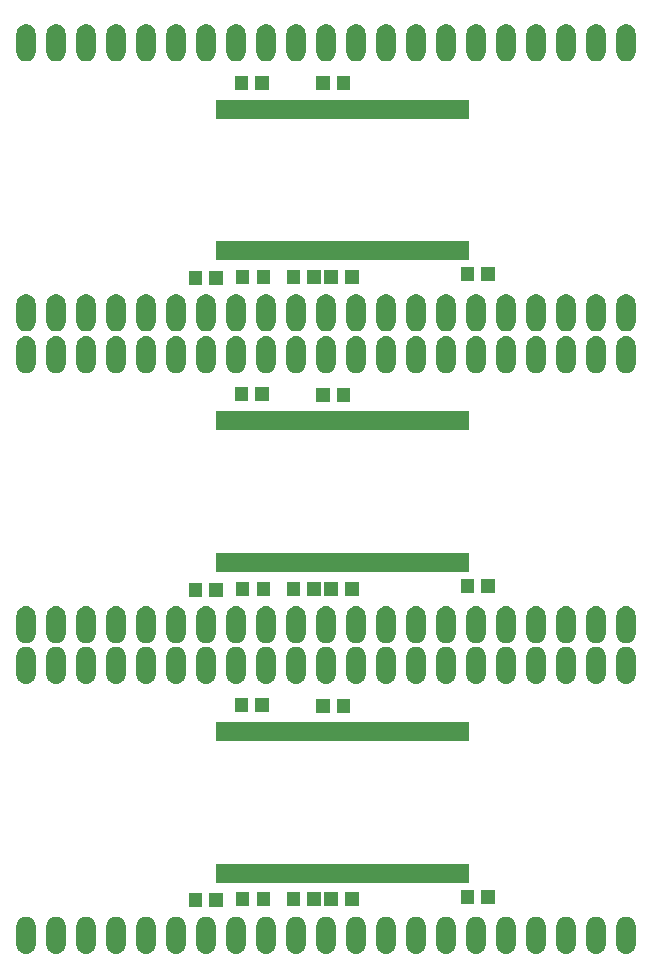
<source format=gts>
G04 #@! TF.GenerationSoftware,KiCad,Pcbnew,(5.0.2)-1*
G04 #@! TF.CreationDate,2019-01-04T01:54:46+09:00*
G04 #@! TF.ProjectId,sdram-pane,73647261-6d2d-4706-916e-652e6b696361,v1.0*
G04 #@! TF.SameCoordinates,Original*
G04 #@! TF.FileFunction,Soldermask,Top*
G04 #@! TF.FilePolarity,Negative*
%FSLAX46Y46*%
G04 Gerber Fmt 4.6, Leading zero omitted, Abs format (unit mm)*
G04 Created by KiCad (PCBNEW (5.0.2)-1) date 2019/01/04 1:54:46*
%MOMM*%
%LPD*%
G01*
G04 APERTURE LIST*
%ADD10C,0.150000*%
G04 APERTURE END LIST*
D10*
G36*
X169069376Y-104476764D02*
X169171543Y-104507756D01*
X169222628Y-104523252D01*
X169363865Y-104598745D01*
X169487659Y-104700341D01*
X169589255Y-104824135D01*
X169664748Y-104965372D01*
X169664748Y-104965373D01*
X169711236Y-105118624D01*
X169723000Y-105238067D01*
X169723000Y-106841933D01*
X169711236Y-106961376D01*
X169680244Y-107063543D01*
X169664748Y-107114628D01*
X169589255Y-107255865D01*
X169487659Y-107379659D01*
X169363863Y-107481255D01*
X169298120Y-107516395D01*
X169222627Y-107556748D01*
X169171542Y-107572244D01*
X169069375Y-107603236D01*
X168910000Y-107618933D01*
X168750624Y-107603236D01*
X168648457Y-107572244D01*
X168597372Y-107556748D01*
X168456135Y-107481255D01*
X168332341Y-107379659D01*
X168230746Y-107255864D01*
X168155252Y-107114627D01*
X168139756Y-107063542D01*
X168108764Y-106961375D01*
X168097000Y-106841932D01*
X168097001Y-105238067D01*
X168108765Y-105118624D01*
X168155253Y-104965373D01*
X168155253Y-104965372D01*
X168230746Y-104824135D01*
X168332342Y-104700341D01*
X168456136Y-104598745D01*
X168597373Y-104523252D01*
X168648458Y-104507756D01*
X168750625Y-104476764D01*
X168910000Y-104461067D01*
X169069376Y-104476764D01*
X169069376Y-104476764D01*
G37*
G36*
X143669376Y-104476764D02*
X143771543Y-104507756D01*
X143822628Y-104523252D01*
X143963865Y-104598745D01*
X144087659Y-104700341D01*
X144189255Y-104824135D01*
X144264748Y-104965372D01*
X144264748Y-104965373D01*
X144311236Y-105118624D01*
X144323000Y-105238067D01*
X144323000Y-106841933D01*
X144311236Y-106961376D01*
X144280244Y-107063543D01*
X144264748Y-107114628D01*
X144189255Y-107255865D01*
X144087659Y-107379659D01*
X143963863Y-107481255D01*
X143898120Y-107516395D01*
X143822627Y-107556748D01*
X143771542Y-107572244D01*
X143669375Y-107603236D01*
X143510000Y-107618933D01*
X143350624Y-107603236D01*
X143248457Y-107572244D01*
X143197372Y-107556748D01*
X143056135Y-107481255D01*
X142932341Y-107379659D01*
X142830746Y-107255864D01*
X142755252Y-107114627D01*
X142739756Y-107063542D01*
X142708764Y-106961375D01*
X142697000Y-106841932D01*
X142697001Y-105238067D01*
X142708765Y-105118624D01*
X142755253Y-104965373D01*
X142755253Y-104965372D01*
X142830746Y-104824135D01*
X142932342Y-104700341D01*
X143056136Y-104598745D01*
X143197373Y-104523252D01*
X143248458Y-104507756D01*
X143350625Y-104476764D01*
X143510000Y-104461067D01*
X143669376Y-104476764D01*
X143669376Y-104476764D01*
G37*
G36*
X118269376Y-104476764D02*
X118371543Y-104507756D01*
X118422628Y-104523252D01*
X118563865Y-104598745D01*
X118687659Y-104700341D01*
X118789255Y-104824135D01*
X118864748Y-104965372D01*
X118864748Y-104965373D01*
X118911236Y-105118624D01*
X118923000Y-105238067D01*
X118923000Y-106841933D01*
X118911236Y-106961376D01*
X118880244Y-107063543D01*
X118864748Y-107114628D01*
X118789255Y-107255865D01*
X118687659Y-107379659D01*
X118563863Y-107481255D01*
X118498120Y-107516395D01*
X118422627Y-107556748D01*
X118371542Y-107572244D01*
X118269375Y-107603236D01*
X118110000Y-107618933D01*
X117950624Y-107603236D01*
X117848457Y-107572244D01*
X117797372Y-107556748D01*
X117656135Y-107481255D01*
X117532341Y-107379659D01*
X117430746Y-107255864D01*
X117355252Y-107114627D01*
X117339756Y-107063542D01*
X117308764Y-106961375D01*
X117297000Y-106841932D01*
X117297001Y-105238067D01*
X117308765Y-105118624D01*
X117355253Y-104965373D01*
X117355253Y-104965372D01*
X117430746Y-104824135D01*
X117532342Y-104700341D01*
X117656136Y-104598745D01*
X117797373Y-104523252D01*
X117848458Y-104507756D01*
X117950625Y-104476764D01*
X118110000Y-104461067D01*
X118269376Y-104476764D01*
X118269376Y-104476764D01*
G37*
G36*
X120809376Y-104476764D02*
X120911543Y-104507756D01*
X120962628Y-104523252D01*
X121103865Y-104598745D01*
X121227659Y-104700341D01*
X121329255Y-104824135D01*
X121404748Y-104965372D01*
X121404748Y-104965373D01*
X121451236Y-105118624D01*
X121463000Y-105238067D01*
X121463000Y-106841933D01*
X121451236Y-106961376D01*
X121420244Y-107063543D01*
X121404748Y-107114628D01*
X121329255Y-107255865D01*
X121227659Y-107379659D01*
X121103863Y-107481255D01*
X121038120Y-107516395D01*
X120962627Y-107556748D01*
X120911542Y-107572244D01*
X120809375Y-107603236D01*
X120650000Y-107618933D01*
X120490624Y-107603236D01*
X120388457Y-107572244D01*
X120337372Y-107556748D01*
X120196135Y-107481255D01*
X120072341Y-107379659D01*
X119970746Y-107255864D01*
X119895252Y-107114627D01*
X119879756Y-107063542D01*
X119848764Y-106961375D01*
X119837000Y-106841932D01*
X119837001Y-105238067D01*
X119848765Y-105118624D01*
X119895253Y-104965373D01*
X119895253Y-104965372D01*
X119970746Y-104824135D01*
X120072342Y-104700341D01*
X120196136Y-104598745D01*
X120337373Y-104523252D01*
X120388458Y-104507756D01*
X120490625Y-104476764D01*
X120650000Y-104461067D01*
X120809376Y-104476764D01*
X120809376Y-104476764D01*
G37*
G36*
X123349376Y-104476764D02*
X123451543Y-104507756D01*
X123502628Y-104523252D01*
X123643865Y-104598745D01*
X123767659Y-104700341D01*
X123869255Y-104824135D01*
X123944748Y-104965372D01*
X123944748Y-104965373D01*
X123991236Y-105118624D01*
X124003000Y-105238067D01*
X124003000Y-106841933D01*
X123991236Y-106961376D01*
X123960244Y-107063543D01*
X123944748Y-107114628D01*
X123869255Y-107255865D01*
X123767659Y-107379659D01*
X123643863Y-107481255D01*
X123578120Y-107516395D01*
X123502627Y-107556748D01*
X123451542Y-107572244D01*
X123349375Y-107603236D01*
X123190000Y-107618933D01*
X123030624Y-107603236D01*
X122928457Y-107572244D01*
X122877372Y-107556748D01*
X122736135Y-107481255D01*
X122612341Y-107379659D01*
X122510746Y-107255864D01*
X122435252Y-107114627D01*
X122419756Y-107063542D01*
X122388764Y-106961375D01*
X122377000Y-106841932D01*
X122377001Y-105238067D01*
X122388765Y-105118624D01*
X122435253Y-104965373D01*
X122435253Y-104965372D01*
X122510746Y-104824135D01*
X122612342Y-104700341D01*
X122736136Y-104598745D01*
X122877373Y-104523252D01*
X122928458Y-104507756D01*
X123030625Y-104476764D01*
X123190000Y-104461067D01*
X123349376Y-104476764D01*
X123349376Y-104476764D01*
G37*
G36*
X125889376Y-104476764D02*
X125991543Y-104507756D01*
X126042628Y-104523252D01*
X126183865Y-104598745D01*
X126307659Y-104700341D01*
X126409255Y-104824135D01*
X126484748Y-104965372D01*
X126484748Y-104965373D01*
X126531236Y-105118624D01*
X126543000Y-105238067D01*
X126543000Y-106841933D01*
X126531236Y-106961376D01*
X126500244Y-107063543D01*
X126484748Y-107114628D01*
X126409255Y-107255865D01*
X126307659Y-107379659D01*
X126183863Y-107481255D01*
X126118120Y-107516395D01*
X126042627Y-107556748D01*
X125991542Y-107572244D01*
X125889375Y-107603236D01*
X125730000Y-107618933D01*
X125570624Y-107603236D01*
X125468457Y-107572244D01*
X125417372Y-107556748D01*
X125276135Y-107481255D01*
X125152341Y-107379659D01*
X125050746Y-107255864D01*
X124975252Y-107114627D01*
X124959756Y-107063542D01*
X124928764Y-106961375D01*
X124917000Y-106841932D01*
X124917001Y-105238067D01*
X124928765Y-105118624D01*
X124975253Y-104965373D01*
X124975253Y-104965372D01*
X125050746Y-104824135D01*
X125152342Y-104700341D01*
X125276136Y-104598745D01*
X125417373Y-104523252D01*
X125468458Y-104507756D01*
X125570625Y-104476764D01*
X125730000Y-104461067D01*
X125889376Y-104476764D01*
X125889376Y-104476764D01*
G37*
G36*
X128429376Y-104476764D02*
X128531543Y-104507756D01*
X128582628Y-104523252D01*
X128723865Y-104598745D01*
X128847659Y-104700341D01*
X128949255Y-104824135D01*
X129024748Y-104965372D01*
X129024748Y-104965373D01*
X129071236Y-105118624D01*
X129083000Y-105238067D01*
X129083000Y-106841933D01*
X129071236Y-106961376D01*
X129040244Y-107063543D01*
X129024748Y-107114628D01*
X128949255Y-107255865D01*
X128847659Y-107379659D01*
X128723863Y-107481255D01*
X128658120Y-107516395D01*
X128582627Y-107556748D01*
X128531542Y-107572244D01*
X128429375Y-107603236D01*
X128270000Y-107618933D01*
X128110624Y-107603236D01*
X128008457Y-107572244D01*
X127957372Y-107556748D01*
X127816135Y-107481255D01*
X127692341Y-107379659D01*
X127590746Y-107255864D01*
X127515252Y-107114627D01*
X127499756Y-107063542D01*
X127468764Y-106961375D01*
X127457000Y-106841932D01*
X127457001Y-105238067D01*
X127468765Y-105118624D01*
X127515253Y-104965373D01*
X127515253Y-104965372D01*
X127590746Y-104824135D01*
X127692342Y-104700341D01*
X127816136Y-104598745D01*
X127957373Y-104523252D01*
X128008458Y-104507756D01*
X128110625Y-104476764D01*
X128270000Y-104461067D01*
X128429376Y-104476764D01*
X128429376Y-104476764D01*
G37*
G36*
X130969376Y-104476764D02*
X131071543Y-104507756D01*
X131122628Y-104523252D01*
X131263865Y-104598745D01*
X131387659Y-104700341D01*
X131489255Y-104824135D01*
X131564748Y-104965372D01*
X131564748Y-104965373D01*
X131611236Y-105118624D01*
X131623000Y-105238067D01*
X131623000Y-106841933D01*
X131611236Y-106961376D01*
X131580244Y-107063543D01*
X131564748Y-107114628D01*
X131489255Y-107255865D01*
X131387659Y-107379659D01*
X131263863Y-107481255D01*
X131198120Y-107516395D01*
X131122627Y-107556748D01*
X131071542Y-107572244D01*
X130969375Y-107603236D01*
X130810000Y-107618933D01*
X130650624Y-107603236D01*
X130548457Y-107572244D01*
X130497372Y-107556748D01*
X130356135Y-107481255D01*
X130232341Y-107379659D01*
X130130746Y-107255864D01*
X130055252Y-107114627D01*
X130039756Y-107063542D01*
X130008764Y-106961375D01*
X129997000Y-106841932D01*
X129997001Y-105238067D01*
X130008765Y-105118624D01*
X130055253Y-104965373D01*
X130055253Y-104965372D01*
X130130746Y-104824135D01*
X130232342Y-104700341D01*
X130356136Y-104598745D01*
X130497373Y-104523252D01*
X130548458Y-104507756D01*
X130650625Y-104476764D01*
X130810000Y-104461067D01*
X130969376Y-104476764D01*
X130969376Y-104476764D01*
G37*
G36*
X133509376Y-104476764D02*
X133611543Y-104507756D01*
X133662628Y-104523252D01*
X133803865Y-104598745D01*
X133927659Y-104700341D01*
X134029255Y-104824135D01*
X134104748Y-104965372D01*
X134104748Y-104965373D01*
X134151236Y-105118624D01*
X134163000Y-105238067D01*
X134163000Y-106841933D01*
X134151236Y-106961376D01*
X134120244Y-107063543D01*
X134104748Y-107114628D01*
X134029255Y-107255865D01*
X133927659Y-107379659D01*
X133803863Y-107481255D01*
X133738120Y-107516395D01*
X133662627Y-107556748D01*
X133611542Y-107572244D01*
X133509375Y-107603236D01*
X133350000Y-107618933D01*
X133190624Y-107603236D01*
X133088457Y-107572244D01*
X133037372Y-107556748D01*
X132896135Y-107481255D01*
X132772341Y-107379659D01*
X132670746Y-107255864D01*
X132595252Y-107114627D01*
X132579756Y-107063542D01*
X132548764Y-106961375D01*
X132537000Y-106841932D01*
X132537001Y-105238067D01*
X132548765Y-105118624D01*
X132595253Y-104965373D01*
X132595253Y-104965372D01*
X132670746Y-104824135D01*
X132772342Y-104700341D01*
X132896136Y-104598745D01*
X133037373Y-104523252D01*
X133088458Y-104507756D01*
X133190625Y-104476764D01*
X133350000Y-104461067D01*
X133509376Y-104476764D01*
X133509376Y-104476764D01*
G37*
G36*
X136049376Y-104476764D02*
X136151543Y-104507756D01*
X136202628Y-104523252D01*
X136343865Y-104598745D01*
X136467659Y-104700341D01*
X136569255Y-104824135D01*
X136644748Y-104965372D01*
X136644748Y-104965373D01*
X136691236Y-105118624D01*
X136703000Y-105238067D01*
X136703000Y-106841933D01*
X136691236Y-106961376D01*
X136660244Y-107063543D01*
X136644748Y-107114628D01*
X136569255Y-107255865D01*
X136467659Y-107379659D01*
X136343863Y-107481255D01*
X136278120Y-107516395D01*
X136202627Y-107556748D01*
X136151542Y-107572244D01*
X136049375Y-107603236D01*
X135890000Y-107618933D01*
X135730624Y-107603236D01*
X135628457Y-107572244D01*
X135577372Y-107556748D01*
X135436135Y-107481255D01*
X135312341Y-107379659D01*
X135210746Y-107255864D01*
X135135252Y-107114627D01*
X135119756Y-107063542D01*
X135088764Y-106961375D01*
X135077000Y-106841932D01*
X135077001Y-105238067D01*
X135088765Y-105118624D01*
X135135253Y-104965373D01*
X135135253Y-104965372D01*
X135210746Y-104824135D01*
X135312342Y-104700341D01*
X135436136Y-104598745D01*
X135577373Y-104523252D01*
X135628458Y-104507756D01*
X135730625Y-104476764D01*
X135890000Y-104461067D01*
X136049376Y-104476764D01*
X136049376Y-104476764D01*
G37*
G36*
X138589376Y-104476764D02*
X138691543Y-104507756D01*
X138742628Y-104523252D01*
X138883865Y-104598745D01*
X139007659Y-104700341D01*
X139109255Y-104824135D01*
X139184748Y-104965372D01*
X139184748Y-104965373D01*
X139231236Y-105118624D01*
X139243000Y-105238067D01*
X139243000Y-106841933D01*
X139231236Y-106961376D01*
X139200244Y-107063543D01*
X139184748Y-107114628D01*
X139109255Y-107255865D01*
X139007659Y-107379659D01*
X138883863Y-107481255D01*
X138818120Y-107516395D01*
X138742627Y-107556748D01*
X138691542Y-107572244D01*
X138589375Y-107603236D01*
X138430000Y-107618933D01*
X138270624Y-107603236D01*
X138168457Y-107572244D01*
X138117372Y-107556748D01*
X137976135Y-107481255D01*
X137852341Y-107379659D01*
X137750746Y-107255864D01*
X137675252Y-107114627D01*
X137659756Y-107063542D01*
X137628764Y-106961375D01*
X137617000Y-106841932D01*
X137617001Y-105238067D01*
X137628765Y-105118624D01*
X137675253Y-104965373D01*
X137675253Y-104965372D01*
X137750746Y-104824135D01*
X137852342Y-104700341D01*
X137976136Y-104598745D01*
X138117373Y-104523252D01*
X138168458Y-104507756D01*
X138270625Y-104476764D01*
X138430000Y-104461067D01*
X138589376Y-104476764D01*
X138589376Y-104476764D01*
G37*
G36*
X166529376Y-104476764D02*
X166631543Y-104507756D01*
X166682628Y-104523252D01*
X166823865Y-104598745D01*
X166947659Y-104700341D01*
X167049255Y-104824135D01*
X167124748Y-104965372D01*
X167124748Y-104965373D01*
X167171236Y-105118624D01*
X167183000Y-105238067D01*
X167183000Y-106841933D01*
X167171236Y-106961376D01*
X167140244Y-107063543D01*
X167124748Y-107114628D01*
X167049255Y-107255865D01*
X166947659Y-107379659D01*
X166823863Y-107481255D01*
X166758120Y-107516395D01*
X166682627Y-107556748D01*
X166631542Y-107572244D01*
X166529375Y-107603236D01*
X166370000Y-107618933D01*
X166210624Y-107603236D01*
X166108457Y-107572244D01*
X166057372Y-107556748D01*
X165916135Y-107481255D01*
X165792341Y-107379659D01*
X165690746Y-107255864D01*
X165615252Y-107114627D01*
X165599756Y-107063542D01*
X165568764Y-106961375D01*
X165557000Y-106841932D01*
X165557001Y-105238067D01*
X165568765Y-105118624D01*
X165615253Y-104965373D01*
X165615253Y-104965372D01*
X165690746Y-104824135D01*
X165792342Y-104700341D01*
X165916136Y-104598745D01*
X166057373Y-104523252D01*
X166108458Y-104507756D01*
X166210625Y-104476764D01*
X166370000Y-104461067D01*
X166529376Y-104476764D01*
X166529376Y-104476764D01*
G37*
G36*
X141129376Y-104476764D02*
X141231543Y-104507756D01*
X141282628Y-104523252D01*
X141423865Y-104598745D01*
X141547659Y-104700341D01*
X141649255Y-104824135D01*
X141724748Y-104965372D01*
X141724748Y-104965373D01*
X141771236Y-105118624D01*
X141783000Y-105238067D01*
X141783000Y-106841933D01*
X141771236Y-106961376D01*
X141740244Y-107063543D01*
X141724748Y-107114628D01*
X141649255Y-107255865D01*
X141547659Y-107379659D01*
X141423863Y-107481255D01*
X141358120Y-107516395D01*
X141282627Y-107556748D01*
X141231542Y-107572244D01*
X141129375Y-107603236D01*
X140970000Y-107618933D01*
X140810624Y-107603236D01*
X140708457Y-107572244D01*
X140657372Y-107556748D01*
X140516135Y-107481255D01*
X140392341Y-107379659D01*
X140290746Y-107255864D01*
X140215252Y-107114627D01*
X140199756Y-107063542D01*
X140168764Y-106961375D01*
X140157000Y-106841932D01*
X140157001Y-105238067D01*
X140168765Y-105118624D01*
X140215253Y-104965373D01*
X140215253Y-104965372D01*
X140290746Y-104824135D01*
X140392342Y-104700341D01*
X140516136Y-104598745D01*
X140657373Y-104523252D01*
X140708458Y-104507756D01*
X140810625Y-104476764D01*
X140970000Y-104461067D01*
X141129376Y-104476764D01*
X141129376Y-104476764D01*
G37*
G36*
X163989376Y-104476764D02*
X164091543Y-104507756D01*
X164142628Y-104523252D01*
X164283865Y-104598745D01*
X164407659Y-104700341D01*
X164509255Y-104824135D01*
X164584748Y-104965372D01*
X164584748Y-104965373D01*
X164631236Y-105118624D01*
X164643000Y-105238067D01*
X164643000Y-106841933D01*
X164631236Y-106961376D01*
X164600244Y-107063543D01*
X164584748Y-107114628D01*
X164509255Y-107255865D01*
X164407659Y-107379659D01*
X164283863Y-107481255D01*
X164218120Y-107516395D01*
X164142627Y-107556748D01*
X164091542Y-107572244D01*
X163989375Y-107603236D01*
X163830000Y-107618933D01*
X163670624Y-107603236D01*
X163568457Y-107572244D01*
X163517372Y-107556748D01*
X163376135Y-107481255D01*
X163252341Y-107379659D01*
X163150746Y-107255864D01*
X163075252Y-107114627D01*
X163059756Y-107063542D01*
X163028764Y-106961375D01*
X163017000Y-106841932D01*
X163017001Y-105238067D01*
X163028765Y-105118624D01*
X163075253Y-104965373D01*
X163075253Y-104965372D01*
X163150746Y-104824135D01*
X163252342Y-104700341D01*
X163376136Y-104598745D01*
X163517373Y-104523252D01*
X163568458Y-104507756D01*
X163670625Y-104476764D01*
X163830000Y-104461067D01*
X163989376Y-104476764D01*
X163989376Y-104476764D01*
G37*
G36*
X161449376Y-104476764D02*
X161551543Y-104507756D01*
X161602628Y-104523252D01*
X161743865Y-104598745D01*
X161867659Y-104700341D01*
X161969255Y-104824135D01*
X162044748Y-104965372D01*
X162044748Y-104965373D01*
X162091236Y-105118624D01*
X162103000Y-105238067D01*
X162103000Y-106841933D01*
X162091236Y-106961376D01*
X162060244Y-107063543D01*
X162044748Y-107114628D01*
X161969255Y-107255865D01*
X161867659Y-107379659D01*
X161743863Y-107481255D01*
X161678120Y-107516395D01*
X161602627Y-107556748D01*
X161551542Y-107572244D01*
X161449375Y-107603236D01*
X161290000Y-107618933D01*
X161130624Y-107603236D01*
X161028457Y-107572244D01*
X160977372Y-107556748D01*
X160836135Y-107481255D01*
X160712341Y-107379659D01*
X160610746Y-107255864D01*
X160535252Y-107114627D01*
X160519756Y-107063542D01*
X160488764Y-106961375D01*
X160477000Y-106841932D01*
X160477001Y-105238067D01*
X160488765Y-105118624D01*
X160535253Y-104965373D01*
X160535253Y-104965372D01*
X160610746Y-104824135D01*
X160712342Y-104700341D01*
X160836136Y-104598745D01*
X160977373Y-104523252D01*
X161028458Y-104507756D01*
X161130625Y-104476764D01*
X161290000Y-104461067D01*
X161449376Y-104476764D01*
X161449376Y-104476764D01*
G37*
G36*
X158909376Y-104476764D02*
X159011543Y-104507756D01*
X159062628Y-104523252D01*
X159203865Y-104598745D01*
X159327659Y-104700341D01*
X159429255Y-104824135D01*
X159504748Y-104965372D01*
X159504748Y-104965373D01*
X159551236Y-105118624D01*
X159563000Y-105238067D01*
X159563000Y-106841933D01*
X159551236Y-106961376D01*
X159520244Y-107063543D01*
X159504748Y-107114628D01*
X159429255Y-107255865D01*
X159327659Y-107379659D01*
X159203863Y-107481255D01*
X159138120Y-107516395D01*
X159062627Y-107556748D01*
X159011542Y-107572244D01*
X158909375Y-107603236D01*
X158750000Y-107618933D01*
X158590624Y-107603236D01*
X158488457Y-107572244D01*
X158437372Y-107556748D01*
X158296135Y-107481255D01*
X158172341Y-107379659D01*
X158070746Y-107255864D01*
X157995252Y-107114627D01*
X157979756Y-107063542D01*
X157948764Y-106961375D01*
X157937000Y-106841932D01*
X157937001Y-105238067D01*
X157948765Y-105118624D01*
X157995253Y-104965373D01*
X157995253Y-104965372D01*
X158070746Y-104824135D01*
X158172342Y-104700341D01*
X158296136Y-104598745D01*
X158437373Y-104523252D01*
X158488458Y-104507756D01*
X158590625Y-104476764D01*
X158750000Y-104461067D01*
X158909376Y-104476764D01*
X158909376Y-104476764D01*
G37*
G36*
X156369376Y-104476764D02*
X156471543Y-104507756D01*
X156522628Y-104523252D01*
X156663865Y-104598745D01*
X156787659Y-104700341D01*
X156889255Y-104824135D01*
X156964748Y-104965372D01*
X156964748Y-104965373D01*
X157011236Y-105118624D01*
X157023000Y-105238067D01*
X157023000Y-106841933D01*
X157011236Y-106961376D01*
X156980244Y-107063543D01*
X156964748Y-107114628D01*
X156889255Y-107255865D01*
X156787659Y-107379659D01*
X156663863Y-107481255D01*
X156598120Y-107516395D01*
X156522627Y-107556748D01*
X156471542Y-107572244D01*
X156369375Y-107603236D01*
X156210000Y-107618933D01*
X156050624Y-107603236D01*
X155948457Y-107572244D01*
X155897372Y-107556748D01*
X155756135Y-107481255D01*
X155632341Y-107379659D01*
X155530746Y-107255864D01*
X155455252Y-107114627D01*
X155439756Y-107063542D01*
X155408764Y-106961375D01*
X155397000Y-106841932D01*
X155397001Y-105238067D01*
X155408765Y-105118624D01*
X155455253Y-104965373D01*
X155455253Y-104965372D01*
X155530746Y-104824135D01*
X155632342Y-104700341D01*
X155756136Y-104598745D01*
X155897373Y-104523252D01*
X155948458Y-104507756D01*
X156050625Y-104476764D01*
X156210000Y-104461067D01*
X156369376Y-104476764D01*
X156369376Y-104476764D01*
G37*
G36*
X153829376Y-104476764D02*
X153931543Y-104507756D01*
X153982628Y-104523252D01*
X154123865Y-104598745D01*
X154247659Y-104700341D01*
X154349255Y-104824135D01*
X154424748Y-104965372D01*
X154424748Y-104965373D01*
X154471236Y-105118624D01*
X154483000Y-105238067D01*
X154483000Y-106841933D01*
X154471236Y-106961376D01*
X154440244Y-107063543D01*
X154424748Y-107114628D01*
X154349255Y-107255865D01*
X154247659Y-107379659D01*
X154123863Y-107481255D01*
X154058120Y-107516395D01*
X153982627Y-107556748D01*
X153931542Y-107572244D01*
X153829375Y-107603236D01*
X153670000Y-107618933D01*
X153510624Y-107603236D01*
X153408457Y-107572244D01*
X153357372Y-107556748D01*
X153216135Y-107481255D01*
X153092341Y-107379659D01*
X152990746Y-107255864D01*
X152915252Y-107114627D01*
X152899756Y-107063542D01*
X152868764Y-106961375D01*
X152857000Y-106841932D01*
X152857001Y-105238067D01*
X152868765Y-105118624D01*
X152915253Y-104965373D01*
X152915253Y-104965372D01*
X152990746Y-104824135D01*
X153092342Y-104700341D01*
X153216136Y-104598745D01*
X153357373Y-104523252D01*
X153408458Y-104507756D01*
X153510625Y-104476764D01*
X153670000Y-104461067D01*
X153829376Y-104476764D01*
X153829376Y-104476764D01*
G37*
G36*
X151289376Y-104476764D02*
X151391543Y-104507756D01*
X151442628Y-104523252D01*
X151583865Y-104598745D01*
X151707659Y-104700341D01*
X151809255Y-104824135D01*
X151884748Y-104965372D01*
X151884748Y-104965373D01*
X151931236Y-105118624D01*
X151943000Y-105238067D01*
X151943000Y-106841933D01*
X151931236Y-106961376D01*
X151900244Y-107063543D01*
X151884748Y-107114628D01*
X151809255Y-107255865D01*
X151707659Y-107379659D01*
X151583863Y-107481255D01*
X151518120Y-107516395D01*
X151442627Y-107556748D01*
X151391542Y-107572244D01*
X151289375Y-107603236D01*
X151130000Y-107618933D01*
X150970624Y-107603236D01*
X150868457Y-107572244D01*
X150817372Y-107556748D01*
X150676135Y-107481255D01*
X150552341Y-107379659D01*
X150450746Y-107255864D01*
X150375252Y-107114627D01*
X150359756Y-107063542D01*
X150328764Y-106961375D01*
X150317000Y-106841932D01*
X150317001Y-105238067D01*
X150328765Y-105118624D01*
X150375253Y-104965373D01*
X150375253Y-104965372D01*
X150450746Y-104824135D01*
X150552342Y-104700341D01*
X150676136Y-104598745D01*
X150817373Y-104523252D01*
X150868458Y-104507756D01*
X150970625Y-104476764D01*
X151130000Y-104461067D01*
X151289376Y-104476764D01*
X151289376Y-104476764D01*
G37*
G36*
X148749376Y-104476764D02*
X148851543Y-104507756D01*
X148902628Y-104523252D01*
X149043865Y-104598745D01*
X149167659Y-104700341D01*
X149269255Y-104824135D01*
X149344748Y-104965372D01*
X149344748Y-104965373D01*
X149391236Y-105118624D01*
X149403000Y-105238067D01*
X149403000Y-106841933D01*
X149391236Y-106961376D01*
X149360244Y-107063543D01*
X149344748Y-107114628D01*
X149269255Y-107255865D01*
X149167659Y-107379659D01*
X149043863Y-107481255D01*
X148978120Y-107516395D01*
X148902627Y-107556748D01*
X148851542Y-107572244D01*
X148749375Y-107603236D01*
X148590000Y-107618933D01*
X148430624Y-107603236D01*
X148328457Y-107572244D01*
X148277372Y-107556748D01*
X148136135Y-107481255D01*
X148012341Y-107379659D01*
X147910746Y-107255864D01*
X147835252Y-107114627D01*
X147819756Y-107063542D01*
X147788764Y-106961375D01*
X147777000Y-106841932D01*
X147777001Y-105238067D01*
X147788765Y-105118624D01*
X147835253Y-104965373D01*
X147835253Y-104965372D01*
X147910746Y-104824135D01*
X148012342Y-104700341D01*
X148136136Y-104598745D01*
X148277373Y-104523252D01*
X148328458Y-104507756D01*
X148430625Y-104476764D01*
X148590000Y-104461067D01*
X148749376Y-104476764D01*
X148749376Y-104476764D01*
G37*
G36*
X146209376Y-104476764D02*
X146311543Y-104507756D01*
X146362628Y-104523252D01*
X146503865Y-104598745D01*
X146627659Y-104700341D01*
X146729255Y-104824135D01*
X146804748Y-104965372D01*
X146804748Y-104965373D01*
X146851236Y-105118624D01*
X146863000Y-105238067D01*
X146863000Y-106841933D01*
X146851236Y-106961376D01*
X146820244Y-107063543D01*
X146804748Y-107114628D01*
X146729255Y-107255865D01*
X146627659Y-107379659D01*
X146503863Y-107481255D01*
X146438120Y-107516395D01*
X146362627Y-107556748D01*
X146311542Y-107572244D01*
X146209375Y-107603236D01*
X146050000Y-107618933D01*
X145890624Y-107603236D01*
X145788457Y-107572244D01*
X145737372Y-107556748D01*
X145596135Y-107481255D01*
X145472341Y-107379659D01*
X145370746Y-107255864D01*
X145295252Y-107114627D01*
X145279756Y-107063542D01*
X145248764Y-106961375D01*
X145237000Y-106841932D01*
X145237001Y-105238067D01*
X145248765Y-105118624D01*
X145295253Y-104965373D01*
X145295253Y-104965372D01*
X145370746Y-104824135D01*
X145472342Y-104700341D01*
X145596136Y-104598745D01*
X145737373Y-104523252D01*
X145788458Y-104507756D01*
X145890625Y-104476764D01*
X146050000Y-104461067D01*
X146209376Y-104476764D01*
X146209376Y-104476764D01*
G37*
G36*
X133027990Y-103690750D02*
X131876970Y-103690750D01*
X131876970Y-102509250D01*
X133027990Y-102509250D01*
X133027990Y-103690750D01*
X133027990Y-103690750D01*
G37*
G36*
X134775510Y-103690750D02*
X133624490Y-103690750D01*
X133624490Y-102509250D01*
X134775510Y-102509250D01*
X134775510Y-103690750D01*
X134775510Y-103690750D01*
G37*
G36*
X138775270Y-103590750D02*
X137624250Y-103590750D01*
X137624250Y-102409250D01*
X138775270Y-102409250D01*
X138775270Y-103590750D01*
X138775270Y-103590750D01*
G37*
G36*
X144525750Y-103590750D02*
X143374730Y-103590750D01*
X143374730Y-102409250D01*
X144525750Y-102409250D01*
X144525750Y-103590750D01*
X144525750Y-103590750D01*
G37*
G36*
X141327750Y-103590750D02*
X140176730Y-103590750D01*
X140176730Y-102409250D01*
X141327750Y-102409250D01*
X141327750Y-103590750D01*
X141327750Y-103590750D01*
G37*
G36*
X143075270Y-103590750D02*
X141924250Y-103590750D01*
X141924250Y-102409250D01*
X143075270Y-102409250D01*
X143075270Y-103590750D01*
X143075270Y-103590750D01*
G37*
G36*
X146273270Y-103590750D02*
X145122250Y-103590750D01*
X145122250Y-102409250D01*
X146273270Y-102409250D01*
X146273270Y-103590750D01*
X146273270Y-103590750D01*
G37*
G36*
X137027750Y-103590750D02*
X135876730Y-103590750D01*
X135876730Y-102409250D01*
X137027750Y-102409250D01*
X137027750Y-103590750D01*
X137027750Y-103590750D01*
G37*
G36*
X156051750Y-103390750D02*
X154900730Y-103390750D01*
X154900730Y-102209250D01*
X156051750Y-102209250D01*
X156051750Y-103390750D01*
X156051750Y-103390750D01*
G37*
G36*
X157799270Y-103390750D02*
X156648250Y-103390750D01*
X156648250Y-102209250D01*
X157799270Y-102209250D01*
X157799270Y-103390750D01*
X157799270Y-103390750D01*
G37*
G36*
X155626000Y-101601000D02*
X134174000Y-101601000D01*
X134174000Y-99999000D01*
X155626000Y-99999000D01*
X155626000Y-101601000D01*
X155626000Y-101601000D01*
G37*
G36*
X155626000Y-89601000D02*
X134174000Y-89601000D01*
X134174000Y-87999000D01*
X155626000Y-87999000D01*
X155626000Y-89601000D01*
X155626000Y-89601000D01*
G37*
G36*
X145575270Y-87190750D02*
X144424250Y-87190750D01*
X144424250Y-86009250D01*
X145575270Y-86009250D01*
X145575270Y-87190750D01*
X145575270Y-87190750D01*
G37*
G36*
X143827750Y-87190750D02*
X142676730Y-87190750D01*
X142676730Y-86009250D01*
X143827750Y-86009250D01*
X143827750Y-87190750D01*
X143827750Y-87190750D01*
G37*
G36*
X138675270Y-87140750D02*
X137524250Y-87140750D01*
X137524250Y-85959250D01*
X138675270Y-85959250D01*
X138675270Y-87140750D01*
X138675270Y-87140750D01*
G37*
G36*
X136927750Y-87140750D02*
X135776730Y-87140750D01*
X135776730Y-85959250D01*
X136927750Y-85959250D01*
X136927750Y-87140750D01*
X136927750Y-87140750D01*
G37*
G36*
X143669375Y-81616764D02*
X143771542Y-81647756D01*
X143822627Y-81663252D01*
X143898120Y-81703605D01*
X143963863Y-81738745D01*
X143963865Y-81738746D01*
X143963864Y-81738746D01*
X144087659Y-81840341D01*
X144189255Y-81964135D01*
X144264748Y-82105372D01*
X144280244Y-82156457D01*
X144311236Y-82258624D01*
X144323000Y-82378067D01*
X144323000Y-83981933D01*
X144311236Y-84101376D01*
X144280244Y-84203543D01*
X144264748Y-84254628D01*
X144189255Y-84395865D01*
X144087659Y-84519659D01*
X143963865Y-84621255D01*
X143822628Y-84696748D01*
X143771543Y-84712244D01*
X143669376Y-84743236D01*
X143510000Y-84758933D01*
X143350625Y-84743236D01*
X143248458Y-84712244D01*
X143197373Y-84696748D01*
X143056136Y-84621255D01*
X142932342Y-84519659D01*
X142830746Y-84395865D01*
X142755253Y-84254628D01*
X142739757Y-84203543D01*
X142708765Y-84101376D01*
X142697001Y-83981933D01*
X142697000Y-82378068D01*
X142708764Y-82258625D01*
X142755252Y-82105374D01*
X142755252Y-82105373D01*
X142830746Y-81964136D01*
X142932341Y-81840341D01*
X143056135Y-81738745D01*
X143197372Y-81663252D01*
X143248457Y-81647756D01*
X143350624Y-81616764D01*
X143510000Y-81601067D01*
X143669375Y-81616764D01*
X143669375Y-81616764D01*
G37*
G36*
X146209375Y-81616764D02*
X146311542Y-81647756D01*
X146362627Y-81663252D01*
X146438120Y-81703605D01*
X146503863Y-81738745D01*
X146503865Y-81738746D01*
X146503864Y-81738746D01*
X146627659Y-81840341D01*
X146729255Y-81964135D01*
X146804748Y-82105372D01*
X146820244Y-82156457D01*
X146851236Y-82258624D01*
X146863000Y-82378067D01*
X146863000Y-83981933D01*
X146851236Y-84101376D01*
X146820244Y-84203543D01*
X146804748Y-84254628D01*
X146729255Y-84395865D01*
X146627659Y-84519659D01*
X146503865Y-84621255D01*
X146362628Y-84696748D01*
X146311543Y-84712244D01*
X146209376Y-84743236D01*
X146050000Y-84758933D01*
X145890625Y-84743236D01*
X145788458Y-84712244D01*
X145737373Y-84696748D01*
X145596136Y-84621255D01*
X145472342Y-84519659D01*
X145370746Y-84395865D01*
X145295253Y-84254628D01*
X145279757Y-84203543D01*
X145248765Y-84101376D01*
X145237001Y-83981933D01*
X145237000Y-82378068D01*
X145248764Y-82258625D01*
X145295252Y-82105374D01*
X145295252Y-82105373D01*
X145370746Y-81964136D01*
X145472341Y-81840341D01*
X145596135Y-81738745D01*
X145737372Y-81663252D01*
X145788457Y-81647756D01*
X145890624Y-81616764D01*
X146050000Y-81601067D01*
X146209375Y-81616764D01*
X146209375Y-81616764D01*
G37*
G36*
X148749375Y-81616764D02*
X148851542Y-81647756D01*
X148902627Y-81663252D01*
X148978120Y-81703605D01*
X149043863Y-81738745D01*
X149043865Y-81738746D01*
X149043864Y-81738746D01*
X149167659Y-81840341D01*
X149269255Y-81964135D01*
X149344748Y-82105372D01*
X149360244Y-82156457D01*
X149391236Y-82258624D01*
X149403000Y-82378067D01*
X149403000Y-83981933D01*
X149391236Y-84101376D01*
X149360244Y-84203543D01*
X149344748Y-84254628D01*
X149269255Y-84395865D01*
X149167659Y-84519659D01*
X149043865Y-84621255D01*
X148902628Y-84696748D01*
X148851543Y-84712244D01*
X148749376Y-84743236D01*
X148590000Y-84758933D01*
X148430625Y-84743236D01*
X148328458Y-84712244D01*
X148277373Y-84696748D01*
X148136136Y-84621255D01*
X148012342Y-84519659D01*
X147910746Y-84395865D01*
X147835253Y-84254628D01*
X147819757Y-84203543D01*
X147788765Y-84101376D01*
X147777001Y-83981933D01*
X147777000Y-82378068D01*
X147788764Y-82258625D01*
X147835252Y-82105374D01*
X147835252Y-82105373D01*
X147910746Y-81964136D01*
X148012341Y-81840341D01*
X148136135Y-81738745D01*
X148277372Y-81663252D01*
X148328457Y-81647756D01*
X148430624Y-81616764D01*
X148590000Y-81601067D01*
X148749375Y-81616764D01*
X148749375Y-81616764D01*
G37*
G36*
X151289375Y-81616764D02*
X151391542Y-81647756D01*
X151442627Y-81663252D01*
X151518120Y-81703605D01*
X151583863Y-81738745D01*
X151583865Y-81738746D01*
X151583864Y-81738746D01*
X151707659Y-81840341D01*
X151809255Y-81964135D01*
X151884748Y-82105372D01*
X151900244Y-82156457D01*
X151931236Y-82258624D01*
X151943000Y-82378067D01*
X151943000Y-83981933D01*
X151931236Y-84101376D01*
X151900244Y-84203543D01*
X151884748Y-84254628D01*
X151809255Y-84395865D01*
X151707659Y-84519659D01*
X151583865Y-84621255D01*
X151442628Y-84696748D01*
X151391543Y-84712244D01*
X151289376Y-84743236D01*
X151130000Y-84758933D01*
X150970625Y-84743236D01*
X150868458Y-84712244D01*
X150817373Y-84696748D01*
X150676136Y-84621255D01*
X150552342Y-84519659D01*
X150450746Y-84395865D01*
X150375253Y-84254628D01*
X150359757Y-84203543D01*
X150328765Y-84101376D01*
X150317001Y-83981933D01*
X150317000Y-82378068D01*
X150328764Y-82258625D01*
X150375252Y-82105374D01*
X150375252Y-82105373D01*
X150450746Y-81964136D01*
X150552341Y-81840341D01*
X150676135Y-81738745D01*
X150817372Y-81663252D01*
X150868457Y-81647756D01*
X150970624Y-81616764D01*
X151130000Y-81601067D01*
X151289375Y-81616764D01*
X151289375Y-81616764D01*
G37*
G36*
X153829375Y-81616764D02*
X153931542Y-81647756D01*
X153982627Y-81663252D01*
X154058120Y-81703605D01*
X154123863Y-81738745D01*
X154123865Y-81738746D01*
X154123864Y-81738746D01*
X154247659Y-81840341D01*
X154349255Y-81964135D01*
X154424748Y-82105372D01*
X154440244Y-82156457D01*
X154471236Y-82258624D01*
X154483000Y-82378067D01*
X154483000Y-83981933D01*
X154471236Y-84101376D01*
X154440244Y-84203543D01*
X154424748Y-84254628D01*
X154349255Y-84395865D01*
X154247659Y-84519659D01*
X154123865Y-84621255D01*
X153982628Y-84696748D01*
X153931543Y-84712244D01*
X153829376Y-84743236D01*
X153670000Y-84758933D01*
X153510625Y-84743236D01*
X153408458Y-84712244D01*
X153357373Y-84696748D01*
X153216136Y-84621255D01*
X153092342Y-84519659D01*
X152990746Y-84395865D01*
X152915253Y-84254628D01*
X152899757Y-84203543D01*
X152868765Y-84101376D01*
X152857001Y-83981933D01*
X152857000Y-82378068D01*
X152868764Y-82258625D01*
X152915252Y-82105374D01*
X152915252Y-82105373D01*
X152990746Y-81964136D01*
X153092341Y-81840341D01*
X153216135Y-81738745D01*
X153357372Y-81663252D01*
X153408457Y-81647756D01*
X153510624Y-81616764D01*
X153670000Y-81601067D01*
X153829375Y-81616764D01*
X153829375Y-81616764D01*
G37*
G36*
X156369375Y-81616764D02*
X156471542Y-81647756D01*
X156522627Y-81663252D01*
X156598120Y-81703605D01*
X156663863Y-81738745D01*
X156663865Y-81738746D01*
X156663864Y-81738746D01*
X156787659Y-81840341D01*
X156889255Y-81964135D01*
X156964748Y-82105372D01*
X156980244Y-82156457D01*
X157011236Y-82258624D01*
X157023000Y-82378067D01*
X157023000Y-83981933D01*
X157011236Y-84101376D01*
X156980244Y-84203543D01*
X156964748Y-84254628D01*
X156889255Y-84395865D01*
X156787659Y-84519659D01*
X156663865Y-84621255D01*
X156522628Y-84696748D01*
X156471543Y-84712244D01*
X156369376Y-84743236D01*
X156210000Y-84758933D01*
X156050625Y-84743236D01*
X155948458Y-84712244D01*
X155897373Y-84696748D01*
X155756136Y-84621255D01*
X155632342Y-84519659D01*
X155530746Y-84395865D01*
X155455253Y-84254628D01*
X155439757Y-84203543D01*
X155408765Y-84101376D01*
X155397001Y-83981933D01*
X155397000Y-82378068D01*
X155408764Y-82258625D01*
X155455252Y-82105374D01*
X155455252Y-82105373D01*
X155530746Y-81964136D01*
X155632341Y-81840341D01*
X155756135Y-81738745D01*
X155897372Y-81663252D01*
X155948457Y-81647756D01*
X156050624Y-81616764D01*
X156210000Y-81601067D01*
X156369375Y-81616764D01*
X156369375Y-81616764D01*
G37*
G36*
X158909375Y-81616764D02*
X159011542Y-81647756D01*
X159062627Y-81663252D01*
X159138120Y-81703605D01*
X159203863Y-81738745D01*
X159203865Y-81738746D01*
X159203864Y-81738746D01*
X159327659Y-81840341D01*
X159429255Y-81964135D01*
X159504748Y-82105372D01*
X159520244Y-82156457D01*
X159551236Y-82258624D01*
X159563000Y-82378067D01*
X159563000Y-83981933D01*
X159551236Y-84101376D01*
X159520244Y-84203543D01*
X159504748Y-84254628D01*
X159429255Y-84395865D01*
X159327659Y-84519659D01*
X159203865Y-84621255D01*
X159062628Y-84696748D01*
X159011543Y-84712244D01*
X158909376Y-84743236D01*
X158750000Y-84758933D01*
X158590625Y-84743236D01*
X158488458Y-84712244D01*
X158437373Y-84696748D01*
X158296136Y-84621255D01*
X158172342Y-84519659D01*
X158070746Y-84395865D01*
X157995253Y-84254628D01*
X157979757Y-84203543D01*
X157948765Y-84101376D01*
X157937001Y-83981933D01*
X157937000Y-82378068D01*
X157948764Y-82258625D01*
X157995252Y-82105374D01*
X157995252Y-82105373D01*
X158070746Y-81964136D01*
X158172341Y-81840341D01*
X158296135Y-81738745D01*
X158437372Y-81663252D01*
X158488457Y-81647756D01*
X158590624Y-81616764D01*
X158750000Y-81601067D01*
X158909375Y-81616764D01*
X158909375Y-81616764D01*
G37*
G36*
X161449375Y-81616764D02*
X161551542Y-81647756D01*
X161602627Y-81663252D01*
X161678120Y-81703605D01*
X161743863Y-81738745D01*
X161743865Y-81738746D01*
X161743864Y-81738746D01*
X161867659Y-81840341D01*
X161969255Y-81964135D01*
X162044748Y-82105372D01*
X162060244Y-82156457D01*
X162091236Y-82258624D01*
X162103000Y-82378067D01*
X162103000Y-83981933D01*
X162091236Y-84101376D01*
X162060244Y-84203543D01*
X162044748Y-84254628D01*
X161969255Y-84395865D01*
X161867659Y-84519659D01*
X161743865Y-84621255D01*
X161602628Y-84696748D01*
X161551543Y-84712244D01*
X161449376Y-84743236D01*
X161290000Y-84758933D01*
X161130625Y-84743236D01*
X161028458Y-84712244D01*
X160977373Y-84696748D01*
X160836136Y-84621255D01*
X160712342Y-84519659D01*
X160610746Y-84395865D01*
X160535253Y-84254628D01*
X160519757Y-84203543D01*
X160488765Y-84101376D01*
X160477001Y-83981933D01*
X160477000Y-82378068D01*
X160488764Y-82258625D01*
X160535252Y-82105374D01*
X160535252Y-82105373D01*
X160610746Y-81964136D01*
X160712341Y-81840341D01*
X160836135Y-81738745D01*
X160977372Y-81663252D01*
X161028457Y-81647756D01*
X161130624Y-81616764D01*
X161290000Y-81601067D01*
X161449375Y-81616764D01*
X161449375Y-81616764D01*
G37*
G36*
X169069375Y-81616764D02*
X169171542Y-81647756D01*
X169222627Y-81663252D01*
X169298120Y-81703605D01*
X169363863Y-81738745D01*
X169363865Y-81738746D01*
X169363864Y-81738746D01*
X169487659Y-81840341D01*
X169589255Y-81964135D01*
X169664748Y-82105372D01*
X169680244Y-82156457D01*
X169711236Y-82258624D01*
X169723000Y-82378067D01*
X169723000Y-83981933D01*
X169711236Y-84101376D01*
X169680244Y-84203543D01*
X169664748Y-84254628D01*
X169589255Y-84395865D01*
X169487659Y-84519659D01*
X169363865Y-84621255D01*
X169222628Y-84696748D01*
X169171543Y-84712244D01*
X169069376Y-84743236D01*
X168910000Y-84758933D01*
X168750625Y-84743236D01*
X168648458Y-84712244D01*
X168597373Y-84696748D01*
X168456136Y-84621255D01*
X168332342Y-84519659D01*
X168230746Y-84395865D01*
X168155253Y-84254628D01*
X168139757Y-84203543D01*
X168108765Y-84101376D01*
X168097001Y-83981933D01*
X168097000Y-82378068D01*
X168108764Y-82258625D01*
X168155252Y-82105374D01*
X168155252Y-82105373D01*
X168230746Y-81964136D01*
X168332341Y-81840341D01*
X168456135Y-81738745D01*
X168597372Y-81663252D01*
X168648457Y-81647756D01*
X168750624Y-81616764D01*
X168910000Y-81601067D01*
X169069375Y-81616764D01*
X169069375Y-81616764D01*
G37*
G36*
X166529375Y-81616764D02*
X166631542Y-81647756D01*
X166682627Y-81663252D01*
X166758120Y-81703605D01*
X166823863Y-81738745D01*
X166823865Y-81738746D01*
X166823864Y-81738746D01*
X166947659Y-81840341D01*
X167049255Y-81964135D01*
X167124748Y-82105372D01*
X167140244Y-82156457D01*
X167171236Y-82258624D01*
X167183000Y-82378067D01*
X167183000Y-83981933D01*
X167171236Y-84101376D01*
X167140244Y-84203543D01*
X167124748Y-84254628D01*
X167049255Y-84395865D01*
X166947659Y-84519659D01*
X166823865Y-84621255D01*
X166682628Y-84696748D01*
X166631543Y-84712244D01*
X166529376Y-84743236D01*
X166370000Y-84758933D01*
X166210625Y-84743236D01*
X166108458Y-84712244D01*
X166057373Y-84696748D01*
X165916136Y-84621255D01*
X165792342Y-84519659D01*
X165690746Y-84395865D01*
X165615253Y-84254628D01*
X165599757Y-84203543D01*
X165568765Y-84101376D01*
X165557001Y-83981933D01*
X165557000Y-82378068D01*
X165568764Y-82258625D01*
X165615252Y-82105374D01*
X165615252Y-82105373D01*
X165690746Y-81964136D01*
X165792341Y-81840341D01*
X165916135Y-81738745D01*
X166057372Y-81663252D01*
X166108457Y-81647756D01*
X166210624Y-81616764D01*
X166370000Y-81601067D01*
X166529375Y-81616764D01*
X166529375Y-81616764D01*
G37*
G36*
X138589375Y-81616764D02*
X138691542Y-81647756D01*
X138742627Y-81663252D01*
X138818120Y-81703605D01*
X138883863Y-81738745D01*
X138883865Y-81738746D01*
X138883864Y-81738746D01*
X139007659Y-81840341D01*
X139109255Y-81964135D01*
X139184748Y-82105372D01*
X139200244Y-82156457D01*
X139231236Y-82258624D01*
X139243000Y-82378067D01*
X139243000Y-83981933D01*
X139231236Y-84101376D01*
X139200244Y-84203543D01*
X139184748Y-84254628D01*
X139109255Y-84395865D01*
X139007659Y-84519659D01*
X138883865Y-84621255D01*
X138742628Y-84696748D01*
X138691543Y-84712244D01*
X138589376Y-84743236D01*
X138430000Y-84758933D01*
X138270625Y-84743236D01*
X138168458Y-84712244D01*
X138117373Y-84696748D01*
X137976136Y-84621255D01*
X137852342Y-84519659D01*
X137750746Y-84395865D01*
X137675253Y-84254628D01*
X137659757Y-84203543D01*
X137628765Y-84101376D01*
X137617001Y-83981933D01*
X137617000Y-82378068D01*
X137628764Y-82258625D01*
X137675252Y-82105374D01*
X137675252Y-82105373D01*
X137750746Y-81964136D01*
X137852341Y-81840341D01*
X137976135Y-81738745D01*
X138117372Y-81663252D01*
X138168457Y-81647756D01*
X138270624Y-81616764D01*
X138430000Y-81601067D01*
X138589375Y-81616764D01*
X138589375Y-81616764D01*
G37*
G36*
X118269375Y-81616764D02*
X118371542Y-81647756D01*
X118422627Y-81663252D01*
X118498120Y-81703605D01*
X118563863Y-81738745D01*
X118563865Y-81738746D01*
X118563864Y-81738746D01*
X118687659Y-81840341D01*
X118789255Y-81964135D01*
X118864748Y-82105372D01*
X118880244Y-82156457D01*
X118911236Y-82258624D01*
X118923000Y-82378067D01*
X118923000Y-83981933D01*
X118911236Y-84101376D01*
X118880244Y-84203543D01*
X118864748Y-84254628D01*
X118789255Y-84395865D01*
X118687659Y-84519659D01*
X118563865Y-84621255D01*
X118422628Y-84696748D01*
X118371543Y-84712244D01*
X118269376Y-84743236D01*
X118110000Y-84758933D01*
X117950625Y-84743236D01*
X117848458Y-84712244D01*
X117797373Y-84696748D01*
X117656136Y-84621255D01*
X117532342Y-84519659D01*
X117430746Y-84395865D01*
X117355253Y-84254628D01*
X117339757Y-84203543D01*
X117308765Y-84101376D01*
X117297001Y-83981933D01*
X117297000Y-82378068D01*
X117308764Y-82258625D01*
X117355252Y-82105374D01*
X117355252Y-82105373D01*
X117430746Y-81964136D01*
X117532341Y-81840341D01*
X117656135Y-81738745D01*
X117797372Y-81663252D01*
X117848457Y-81647756D01*
X117950624Y-81616764D01*
X118110000Y-81601067D01*
X118269375Y-81616764D01*
X118269375Y-81616764D01*
G37*
G36*
X136049375Y-81616764D02*
X136151542Y-81647756D01*
X136202627Y-81663252D01*
X136278120Y-81703605D01*
X136343863Y-81738745D01*
X136343865Y-81738746D01*
X136343864Y-81738746D01*
X136467659Y-81840341D01*
X136569255Y-81964135D01*
X136644748Y-82105372D01*
X136660244Y-82156457D01*
X136691236Y-82258624D01*
X136703000Y-82378067D01*
X136703000Y-83981933D01*
X136691236Y-84101376D01*
X136660244Y-84203543D01*
X136644748Y-84254628D01*
X136569255Y-84395865D01*
X136467659Y-84519659D01*
X136343865Y-84621255D01*
X136202628Y-84696748D01*
X136151543Y-84712244D01*
X136049376Y-84743236D01*
X135890000Y-84758933D01*
X135730625Y-84743236D01*
X135628458Y-84712244D01*
X135577373Y-84696748D01*
X135436136Y-84621255D01*
X135312342Y-84519659D01*
X135210746Y-84395865D01*
X135135253Y-84254628D01*
X135119757Y-84203543D01*
X135088765Y-84101376D01*
X135077001Y-83981933D01*
X135077000Y-82378068D01*
X135088764Y-82258625D01*
X135135252Y-82105374D01*
X135135252Y-82105373D01*
X135210746Y-81964136D01*
X135312341Y-81840341D01*
X135436135Y-81738745D01*
X135577372Y-81663252D01*
X135628457Y-81647756D01*
X135730624Y-81616764D01*
X135890000Y-81601067D01*
X136049375Y-81616764D01*
X136049375Y-81616764D01*
G37*
G36*
X133509375Y-81616764D02*
X133611542Y-81647756D01*
X133662627Y-81663252D01*
X133738120Y-81703605D01*
X133803863Y-81738745D01*
X133803865Y-81738746D01*
X133803864Y-81738746D01*
X133927659Y-81840341D01*
X134029255Y-81964135D01*
X134104748Y-82105372D01*
X134120244Y-82156457D01*
X134151236Y-82258624D01*
X134163000Y-82378067D01*
X134163000Y-83981933D01*
X134151236Y-84101376D01*
X134120244Y-84203543D01*
X134104748Y-84254628D01*
X134029255Y-84395865D01*
X133927659Y-84519659D01*
X133803865Y-84621255D01*
X133662628Y-84696748D01*
X133611543Y-84712244D01*
X133509376Y-84743236D01*
X133350000Y-84758933D01*
X133190625Y-84743236D01*
X133088458Y-84712244D01*
X133037373Y-84696748D01*
X132896136Y-84621255D01*
X132772342Y-84519659D01*
X132670746Y-84395865D01*
X132595253Y-84254628D01*
X132579757Y-84203543D01*
X132548765Y-84101376D01*
X132537001Y-83981933D01*
X132537000Y-82378068D01*
X132548764Y-82258625D01*
X132595252Y-82105374D01*
X132595252Y-82105373D01*
X132670746Y-81964136D01*
X132772341Y-81840341D01*
X132896135Y-81738745D01*
X133037372Y-81663252D01*
X133088457Y-81647756D01*
X133190624Y-81616764D01*
X133350000Y-81601067D01*
X133509375Y-81616764D01*
X133509375Y-81616764D01*
G37*
G36*
X130969375Y-81616764D02*
X131071542Y-81647756D01*
X131122627Y-81663252D01*
X131198120Y-81703605D01*
X131263863Y-81738745D01*
X131263865Y-81738746D01*
X131263864Y-81738746D01*
X131387659Y-81840341D01*
X131489255Y-81964135D01*
X131564748Y-82105372D01*
X131580244Y-82156457D01*
X131611236Y-82258624D01*
X131623000Y-82378067D01*
X131623000Y-83981933D01*
X131611236Y-84101376D01*
X131580244Y-84203543D01*
X131564748Y-84254628D01*
X131489255Y-84395865D01*
X131387659Y-84519659D01*
X131263865Y-84621255D01*
X131122628Y-84696748D01*
X131071543Y-84712244D01*
X130969376Y-84743236D01*
X130810000Y-84758933D01*
X130650625Y-84743236D01*
X130548458Y-84712244D01*
X130497373Y-84696748D01*
X130356136Y-84621255D01*
X130232342Y-84519659D01*
X130130746Y-84395865D01*
X130055253Y-84254628D01*
X130039757Y-84203543D01*
X130008765Y-84101376D01*
X129997001Y-83981933D01*
X129997000Y-82378068D01*
X130008764Y-82258625D01*
X130055252Y-82105374D01*
X130055252Y-82105373D01*
X130130746Y-81964136D01*
X130232341Y-81840341D01*
X130356135Y-81738745D01*
X130497372Y-81663252D01*
X130548457Y-81647756D01*
X130650624Y-81616764D01*
X130810000Y-81601067D01*
X130969375Y-81616764D01*
X130969375Y-81616764D01*
G37*
G36*
X128429375Y-81616764D02*
X128531542Y-81647756D01*
X128582627Y-81663252D01*
X128658120Y-81703605D01*
X128723863Y-81738745D01*
X128723865Y-81738746D01*
X128723864Y-81738746D01*
X128847659Y-81840341D01*
X128949255Y-81964135D01*
X129024748Y-82105372D01*
X129040244Y-82156457D01*
X129071236Y-82258624D01*
X129083000Y-82378067D01*
X129083000Y-83981933D01*
X129071236Y-84101376D01*
X129040244Y-84203543D01*
X129024748Y-84254628D01*
X128949255Y-84395865D01*
X128847659Y-84519659D01*
X128723865Y-84621255D01*
X128582628Y-84696748D01*
X128531543Y-84712244D01*
X128429376Y-84743236D01*
X128270000Y-84758933D01*
X128110625Y-84743236D01*
X128008458Y-84712244D01*
X127957373Y-84696748D01*
X127816136Y-84621255D01*
X127692342Y-84519659D01*
X127590746Y-84395865D01*
X127515253Y-84254628D01*
X127499757Y-84203543D01*
X127468765Y-84101376D01*
X127457001Y-83981933D01*
X127457000Y-82378068D01*
X127468764Y-82258625D01*
X127515252Y-82105374D01*
X127515252Y-82105373D01*
X127590746Y-81964136D01*
X127692341Y-81840341D01*
X127816135Y-81738745D01*
X127957372Y-81663252D01*
X128008457Y-81647756D01*
X128110624Y-81616764D01*
X128270000Y-81601067D01*
X128429375Y-81616764D01*
X128429375Y-81616764D01*
G37*
G36*
X125889375Y-81616764D02*
X125991542Y-81647756D01*
X126042627Y-81663252D01*
X126118120Y-81703605D01*
X126183863Y-81738745D01*
X126183865Y-81738746D01*
X126183864Y-81738746D01*
X126307659Y-81840341D01*
X126409255Y-81964135D01*
X126484748Y-82105372D01*
X126500244Y-82156457D01*
X126531236Y-82258624D01*
X126543000Y-82378067D01*
X126543000Y-83981933D01*
X126531236Y-84101376D01*
X126500244Y-84203543D01*
X126484748Y-84254628D01*
X126409255Y-84395865D01*
X126307659Y-84519659D01*
X126183865Y-84621255D01*
X126042628Y-84696748D01*
X125991543Y-84712244D01*
X125889376Y-84743236D01*
X125730000Y-84758933D01*
X125570625Y-84743236D01*
X125468458Y-84712244D01*
X125417373Y-84696748D01*
X125276136Y-84621255D01*
X125152342Y-84519659D01*
X125050746Y-84395865D01*
X124975253Y-84254628D01*
X124959757Y-84203543D01*
X124928765Y-84101376D01*
X124917001Y-83981933D01*
X124917000Y-82378068D01*
X124928764Y-82258625D01*
X124975252Y-82105374D01*
X124975252Y-82105373D01*
X125050746Y-81964136D01*
X125152341Y-81840341D01*
X125276135Y-81738745D01*
X125417372Y-81663252D01*
X125468457Y-81647756D01*
X125570624Y-81616764D01*
X125730000Y-81601067D01*
X125889375Y-81616764D01*
X125889375Y-81616764D01*
G37*
G36*
X123349375Y-81616764D02*
X123451542Y-81647756D01*
X123502627Y-81663252D01*
X123578120Y-81703605D01*
X123643863Y-81738745D01*
X123643865Y-81738746D01*
X123643864Y-81738746D01*
X123767659Y-81840341D01*
X123869255Y-81964135D01*
X123944748Y-82105372D01*
X123960244Y-82156457D01*
X123991236Y-82258624D01*
X124003000Y-82378067D01*
X124003000Y-83981933D01*
X123991236Y-84101376D01*
X123960244Y-84203543D01*
X123944748Y-84254628D01*
X123869255Y-84395865D01*
X123767659Y-84519659D01*
X123643865Y-84621255D01*
X123502628Y-84696748D01*
X123451543Y-84712244D01*
X123349376Y-84743236D01*
X123190000Y-84758933D01*
X123030625Y-84743236D01*
X122928458Y-84712244D01*
X122877373Y-84696748D01*
X122736136Y-84621255D01*
X122612342Y-84519659D01*
X122510746Y-84395865D01*
X122435253Y-84254628D01*
X122419757Y-84203543D01*
X122388765Y-84101376D01*
X122377001Y-83981933D01*
X122377000Y-82378068D01*
X122388764Y-82258625D01*
X122435252Y-82105374D01*
X122435252Y-82105373D01*
X122510746Y-81964136D01*
X122612341Y-81840341D01*
X122736135Y-81738745D01*
X122877372Y-81663252D01*
X122928457Y-81647756D01*
X123030624Y-81616764D01*
X123190000Y-81601067D01*
X123349375Y-81616764D01*
X123349375Y-81616764D01*
G37*
G36*
X120809375Y-81616764D02*
X120911542Y-81647756D01*
X120962627Y-81663252D01*
X121038120Y-81703605D01*
X121103863Y-81738745D01*
X121103865Y-81738746D01*
X121103864Y-81738746D01*
X121227659Y-81840341D01*
X121329255Y-81964135D01*
X121404748Y-82105372D01*
X121420244Y-82156457D01*
X121451236Y-82258624D01*
X121463000Y-82378067D01*
X121463000Y-83981933D01*
X121451236Y-84101376D01*
X121420244Y-84203543D01*
X121404748Y-84254628D01*
X121329255Y-84395865D01*
X121227659Y-84519659D01*
X121103865Y-84621255D01*
X120962628Y-84696748D01*
X120911543Y-84712244D01*
X120809376Y-84743236D01*
X120650000Y-84758933D01*
X120490625Y-84743236D01*
X120388458Y-84712244D01*
X120337373Y-84696748D01*
X120196136Y-84621255D01*
X120072342Y-84519659D01*
X119970746Y-84395865D01*
X119895253Y-84254628D01*
X119879757Y-84203543D01*
X119848765Y-84101376D01*
X119837001Y-83981933D01*
X119837000Y-82378068D01*
X119848764Y-82258625D01*
X119895252Y-82105374D01*
X119895252Y-82105373D01*
X119970746Y-81964136D01*
X120072341Y-81840341D01*
X120196135Y-81738745D01*
X120337372Y-81663252D01*
X120388457Y-81647756D01*
X120490624Y-81616764D01*
X120650000Y-81601067D01*
X120809375Y-81616764D01*
X120809375Y-81616764D01*
G37*
G36*
X163989375Y-81616764D02*
X164091542Y-81647756D01*
X164142627Y-81663252D01*
X164218120Y-81703605D01*
X164283863Y-81738745D01*
X164283865Y-81738746D01*
X164283864Y-81738746D01*
X164407659Y-81840341D01*
X164509255Y-81964135D01*
X164584748Y-82105372D01*
X164600244Y-82156457D01*
X164631236Y-82258624D01*
X164643000Y-82378067D01*
X164643000Y-83981933D01*
X164631236Y-84101376D01*
X164600244Y-84203543D01*
X164584748Y-84254628D01*
X164509255Y-84395865D01*
X164407659Y-84519659D01*
X164283865Y-84621255D01*
X164142628Y-84696748D01*
X164091543Y-84712244D01*
X163989376Y-84743236D01*
X163830000Y-84758933D01*
X163670625Y-84743236D01*
X163568458Y-84712244D01*
X163517373Y-84696748D01*
X163376136Y-84621255D01*
X163252342Y-84519659D01*
X163150746Y-84395865D01*
X163075253Y-84254628D01*
X163059757Y-84203543D01*
X163028765Y-84101376D01*
X163017001Y-83981933D01*
X163017000Y-82378068D01*
X163028764Y-82258625D01*
X163075252Y-82105374D01*
X163075252Y-82105373D01*
X163150746Y-81964136D01*
X163252341Y-81840341D01*
X163376135Y-81738745D01*
X163517372Y-81663252D01*
X163568457Y-81647756D01*
X163670624Y-81616764D01*
X163830000Y-81601067D01*
X163989375Y-81616764D01*
X163989375Y-81616764D01*
G37*
G36*
X141129375Y-81616764D02*
X141231542Y-81647756D01*
X141282627Y-81663252D01*
X141358120Y-81703605D01*
X141423863Y-81738745D01*
X141423865Y-81738746D01*
X141423864Y-81738746D01*
X141547659Y-81840341D01*
X141649255Y-81964135D01*
X141724748Y-82105372D01*
X141740244Y-82156457D01*
X141771236Y-82258624D01*
X141783000Y-82378067D01*
X141783000Y-83981933D01*
X141771236Y-84101376D01*
X141740244Y-84203543D01*
X141724748Y-84254628D01*
X141649255Y-84395865D01*
X141547659Y-84519659D01*
X141423865Y-84621255D01*
X141282628Y-84696748D01*
X141231543Y-84712244D01*
X141129376Y-84743236D01*
X140970000Y-84758933D01*
X140810625Y-84743236D01*
X140708458Y-84712244D01*
X140657373Y-84696748D01*
X140516136Y-84621255D01*
X140392342Y-84519659D01*
X140290746Y-84395865D01*
X140215253Y-84254628D01*
X140199757Y-84203543D01*
X140168765Y-84101376D01*
X140157001Y-83981933D01*
X140157000Y-82378068D01*
X140168764Y-82258625D01*
X140215252Y-82105374D01*
X140215252Y-82105373D01*
X140290746Y-81964136D01*
X140392341Y-81840341D01*
X140516135Y-81738745D01*
X140657372Y-81663252D01*
X140708457Y-81647756D01*
X140810624Y-81616764D01*
X140970000Y-81601067D01*
X141129375Y-81616764D01*
X141129375Y-81616764D01*
G37*
G36*
X123349376Y-78176764D02*
X123451543Y-78207756D01*
X123502628Y-78223252D01*
X123643865Y-78298745D01*
X123767659Y-78400341D01*
X123869255Y-78524135D01*
X123944748Y-78665372D01*
X123944748Y-78665373D01*
X123991236Y-78818624D01*
X124003000Y-78938067D01*
X124003000Y-80541933D01*
X123991236Y-80661376D01*
X123960244Y-80763543D01*
X123944748Y-80814628D01*
X123869255Y-80955865D01*
X123767659Y-81079659D01*
X123643863Y-81181255D01*
X123578120Y-81216395D01*
X123502627Y-81256748D01*
X123451542Y-81272244D01*
X123349375Y-81303236D01*
X123190000Y-81318933D01*
X123030624Y-81303236D01*
X122928457Y-81272244D01*
X122877372Y-81256748D01*
X122736135Y-81181255D01*
X122612341Y-81079659D01*
X122510746Y-80955864D01*
X122435252Y-80814627D01*
X122419756Y-80763542D01*
X122388764Y-80661375D01*
X122377000Y-80541932D01*
X122377001Y-78938067D01*
X122388765Y-78818624D01*
X122435253Y-78665373D01*
X122435253Y-78665372D01*
X122510746Y-78524135D01*
X122612342Y-78400341D01*
X122736136Y-78298745D01*
X122877373Y-78223252D01*
X122928458Y-78207756D01*
X123030625Y-78176764D01*
X123190000Y-78161067D01*
X123349376Y-78176764D01*
X123349376Y-78176764D01*
G37*
G36*
X128429376Y-78176764D02*
X128531543Y-78207756D01*
X128582628Y-78223252D01*
X128723865Y-78298745D01*
X128847659Y-78400341D01*
X128949255Y-78524135D01*
X129024748Y-78665372D01*
X129024748Y-78665373D01*
X129071236Y-78818624D01*
X129083000Y-78938067D01*
X129083000Y-80541933D01*
X129071236Y-80661376D01*
X129040244Y-80763543D01*
X129024748Y-80814628D01*
X128949255Y-80955865D01*
X128847659Y-81079659D01*
X128723863Y-81181255D01*
X128658120Y-81216395D01*
X128582627Y-81256748D01*
X128531542Y-81272244D01*
X128429375Y-81303236D01*
X128270000Y-81318933D01*
X128110624Y-81303236D01*
X128008457Y-81272244D01*
X127957372Y-81256748D01*
X127816135Y-81181255D01*
X127692341Y-81079659D01*
X127590746Y-80955864D01*
X127515252Y-80814627D01*
X127499756Y-80763542D01*
X127468764Y-80661375D01*
X127457000Y-80541932D01*
X127457001Y-78938067D01*
X127468765Y-78818624D01*
X127515253Y-78665373D01*
X127515253Y-78665372D01*
X127590746Y-78524135D01*
X127692342Y-78400341D01*
X127816136Y-78298745D01*
X127957373Y-78223252D01*
X128008458Y-78207756D01*
X128110625Y-78176764D01*
X128270000Y-78161067D01*
X128429376Y-78176764D01*
X128429376Y-78176764D01*
G37*
G36*
X153829376Y-78176764D02*
X153931543Y-78207756D01*
X153982628Y-78223252D01*
X154123865Y-78298745D01*
X154247659Y-78400341D01*
X154349255Y-78524135D01*
X154424748Y-78665372D01*
X154424748Y-78665373D01*
X154471236Y-78818624D01*
X154483000Y-78938067D01*
X154483000Y-80541933D01*
X154471236Y-80661376D01*
X154440244Y-80763543D01*
X154424748Y-80814628D01*
X154349255Y-80955865D01*
X154247659Y-81079659D01*
X154123863Y-81181255D01*
X154058120Y-81216395D01*
X153982627Y-81256748D01*
X153931542Y-81272244D01*
X153829375Y-81303236D01*
X153670000Y-81318933D01*
X153510624Y-81303236D01*
X153408457Y-81272244D01*
X153357372Y-81256748D01*
X153216135Y-81181255D01*
X153092341Y-81079659D01*
X152990746Y-80955864D01*
X152915252Y-80814627D01*
X152899756Y-80763542D01*
X152868764Y-80661375D01*
X152857000Y-80541932D01*
X152857001Y-78938067D01*
X152868765Y-78818624D01*
X152915253Y-78665373D01*
X152915253Y-78665372D01*
X152990746Y-78524135D01*
X153092342Y-78400341D01*
X153216136Y-78298745D01*
X153357373Y-78223252D01*
X153408458Y-78207756D01*
X153510625Y-78176764D01*
X153670000Y-78161067D01*
X153829376Y-78176764D01*
X153829376Y-78176764D01*
G37*
G36*
X118269376Y-78176764D02*
X118371543Y-78207756D01*
X118422628Y-78223252D01*
X118563865Y-78298745D01*
X118687659Y-78400341D01*
X118789255Y-78524135D01*
X118864748Y-78665372D01*
X118864748Y-78665373D01*
X118911236Y-78818624D01*
X118923000Y-78938067D01*
X118923000Y-80541933D01*
X118911236Y-80661376D01*
X118880244Y-80763543D01*
X118864748Y-80814628D01*
X118789255Y-80955865D01*
X118687659Y-81079659D01*
X118563863Y-81181255D01*
X118498120Y-81216395D01*
X118422627Y-81256748D01*
X118371542Y-81272244D01*
X118269375Y-81303236D01*
X118110000Y-81318933D01*
X117950624Y-81303236D01*
X117848457Y-81272244D01*
X117797372Y-81256748D01*
X117656135Y-81181255D01*
X117532341Y-81079659D01*
X117430746Y-80955864D01*
X117355252Y-80814627D01*
X117339756Y-80763542D01*
X117308764Y-80661375D01*
X117297000Y-80541932D01*
X117297001Y-78938067D01*
X117308765Y-78818624D01*
X117355253Y-78665373D01*
X117355253Y-78665372D01*
X117430746Y-78524135D01*
X117532342Y-78400341D01*
X117656136Y-78298745D01*
X117797373Y-78223252D01*
X117848458Y-78207756D01*
X117950625Y-78176764D01*
X118110000Y-78161067D01*
X118269376Y-78176764D01*
X118269376Y-78176764D01*
G37*
G36*
X158909376Y-78176764D02*
X159011543Y-78207756D01*
X159062628Y-78223252D01*
X159203865Y-78298745D01*
X159327659Y-78400341D01*
X159429255Y-78524135D01*
X159504748Y-78665372D01*
X159504748Y-78665373D01*
X159551236Y-78818624D01*
X159563000Y-78938067D01*
X159563000Y-80541933D01*
X159551236Y-80661376D01*
X159520244Y-80763543D01*
X159504748Y-80814628D01*
X159429255Y-80955865D01*
X159327659Y-81079659D01*
X159203863Y-81181255D01*
X159138120Y-81216395D01*
X159062627Y-81256748D01*
X159011542Y-81272244D01*
X158909375Y-81303236D01*
X158750000Y-81318933D01*
X158590624Y-81303236D01*
X158488457Y-81272244D01*
X158437372Y-81256748D01*
X158296135Y-81181255D01*
X158172341Y-81079659D01*
X158070746Y-80955864D01*
X157995252Y-80814627D01*
X157979756Y-80763542D01*
X157948764Y-80661375D01*
X157937000Y-80541932D01*
X157937001Y-78938067D01*
X157948765Y-78818624D01*
X157995253Y-78665373D01*
X157995253Y-78665372D01*
X158070746Y-78524135D01*
X158172342Y-78400341D01*
X158296136Y-78298745D01*
X158437373Y-78223252D01*
X158488458Y-78207756D01*
X158590625Y-78176764D01*
X158750000Y-78161067D01*
X158909376Y-78176764D01*
X158909376Y-78176764D01*
G37*
G36*
X161449376Y-78176764D02*
X161551543Y-78207756D01*
X161602628Y-78223252D01*
X161743865Y-78298745D01*
X161867659Y-78400341D01*
X161969255Y-78524135D01*
X162044748Y-78665372D01*
X162044748Y-78665373D01*
X162091236Y-78818624D01*
X162103000Y-78938067D01*
X162103000Y-80541933D01*
X162091236Y-80661376D01*
X162060244Y-80763543D01*
X162044748Y-80814628D01*
X161969255Y-80955865D01*
X161867659Y-81079659D01*
X161743863Y-81181255D01*
X161678120Y-81216395D01*
X161602627Y-81256748D01*
X161551542Y-81272244D01*
X161449375Y-81303236D01*
X161290000Y-81318933D01*
X161130624Y-81303236D01*
X161028457Y-81272244D01*
X160977372Y-81256748D01*
X160836135Y-81181255D01*
X160712341Y-81079659D01*
X160610746Y-80955864D01*
X160535252Y-80814627D01*
X160519756Y-80763542D01*
X160488764Y-80661375D01*
X160477000Y-80541932D01*
X160477001Y-78938067D01*
X160488765Y-78818624D01*
X160535253Y-78665373D01*
X160535253Y-78665372D01*
X160610746Y-78524135D01*
X160712342Y-78400341D01*
X160836136Y-78298745D01*
X160977373Y-78223252D01*
X161028458Y-78207756D01*
X161130625Y-78176764D01*
X161290000Y-78161067D01*
X161449376Y-78176764D01*
X161449376Y-78176764D01*
G37*
G36*
X163989376Y-78176764D02*
X164091543Y-78207756D01*
X164142628Y-78223252D01*
X164283865Y-78298745D01*
X164407659Y-78400341D01*
X164509255Y-78524135D01*
X164584748Y-78665372D01*
X164584748Y-78665373D01*
X164631236Y-78818624D01*
X164643000Y-78938067D01*
X164643000Y-80541933D01*
X164631236Y-80661376D01*
X164600244Y-80763543D01*
X164584748Y-80814628D01*
X164509255Y-80955865D01*
X164407659Y-81079659D01*
X164283863Y-81181255D01*
X164218120Y-81216395D01*
X164142627Y-81256748D01*
X164091542Y-81272244D01*
X163989375Y-81303236D01*
X163830000Y-81318933D01*
X163670624Y-81303236D01*
X163568457Y-81272244D01*
X163517372Y-81256748D01*
X163376135Y-81181255D01*
X163252341Y-81079659D01*
X163150746Y-80955864D01*
X163075252Y-80814627D01*
X163059756Y-80763542D01*
X163028764Y-80661375D01*
X163017000Y-80541932D01*
X163017001Y-78938067D01*
X163028765Y-78818624D01*
X163075253Y-78665373D01*
X163075253Y-78665372D01*
X163150746Y-78524135D01*
X163252342Y-78400341D01*
X163376136Y-78298745D01*
X163517373Y-78223252D01*
X163568458Y-78207756D01*
X163670625Y-78176764D01*
X163830000Y-78161067D01*
X163989376Y-78176764D01*
X163989376Y-78176764D01*
G37*
G36*
X166529376Y-78176764D02*
X166631543Y-78207756D01*
X166682628Y-78223252D01*
X166823865Y-78298745D01*
X166947659Y-78400341D01*
X167049255Y-78524135D01*
X167124748Y-78665372D01*
X167124748Y-78665373D01*
X167171236Y-78818624D01*
X167183000Y-78938067D01*
X167183000Y-80541933D01*
X167171236Y-80661376D01*
X167140244Y-80763543D01*
X167124748Y-80814628D01*
X167049255Y-80955865D01*
X166947659Y-81079659D01*
X166823863Y-81181255D01*
X166758120Y-81216395D01*
X166682627Y-81256748D01*
X166631542Y-81272244D01*
X166529375Y-81303236D01*
X166370000Y-81318933D01*
X166210624Y-81303236D01*
X166108457Y-81272244D01*
X166057372Y-81256748D01*
X165916135Y-81181255D01*
X165792341Y-81079659D01*
X165690746Y-80955864D01*
X165615252Y-80814627D01*
X165599756Y-80763542D01*
X165568764Y-80661375D01*
X165557000Y-80541932D01*
X165557001Y-78938067D01*
X165568765Y-78818624D01*
X165615253Y-78665373D01*
X165615253Y-78665372D01*
X165690746Y-78524135D01*
X165792342Y-78400341D01*
X165916136Y-78298745D01*
X166057373Y-78223252D01*
X166108458Y-78207756D01*
X166210625Y-78176764D01*
X166370000Y-78161067D01*
X166529376Y-78176764D01*
X166529376Y-78176764D01*
G37*
G36*
X169069376Y-78176764D02*
X169171543Y-78207756D01*
X169222628Y-78223252D01*
X169363865Y-78298745D01*
X169487659Y-78400341D01*
X169589255Y-78524135D01*
X169664748Y-78665372D01*
X169664748Y-78665373D01*
X169711236Y-78818624D01*
X169723000Y-78938067D01*
X169723000Y-80541933D01*
X169711236Y-80661376D01*
X169680244Y-80763543D01*
X169664748Y-80814628D01*
X169589255Y-80955865D01*
X169487659Y-81079659D01*
X169363863Y-81181255D01*
X169298120Y-81216395D01*
X169222627Y-81256748D01*
X169171542Y-81272244D01*
X169069375Y-81303236D01*
X168910000Y-81318933D01*
X168750624Y-81303236D01*
X168648457Y-81272244D01*
X168597372Y-81256748D01*
X168456135Y-81181255D01*
X168332341Y-81079659D01*
X168230746Y-80955864D01*
X168155252Y-80814627D01*
X168139756Y-80763542D01*
X168108764Y-80661375D01*
X168097000Y-80541932D01*
X168097001Y-78938067D01*
X168108765Y-78818624D01*
X168155253Y-78665373D01*
X168155253Y-78665372D01*
X168230746Y-78524135D01*
X168332342Y-78400341D01*
X168456136Y-78298745D01*
X168597373Y-78223252D01*
X168648458Y-78207756D01*
X168750625Y-78176764D01*
X168910000Y-78161067D01*
X169069376Y-78176764D01*
X169069376Y-78176764D01*
G37*
G36*
X148749376Y-78176764D02*
X148851543Y-78207756D01*
X148902628Y-78223252D01*
X149043865Y-78298745D01*
X149167659Y-78400341D01*
X149269255Y-78524135D01*
X149344748Y-78665372D01*
X149344748Y-78665373D01*
X149391236Y-78818624D01*
X149403000Y-78938067D01*
X149403000Y-80541933D01*
X149391236Y-80661376D01*
X149360244Y-80763543D01*
X149344748Y-80814628D01*
X149269255Y-80955865D01*
X149167659Y-81079659D01*
X149043863Y-81181255D01*
X148978120Y-81216395D01*
X148902627Y-81256748D01*
X148851542Y-81272244D01*
X148749375Y-81303236D01*
X148590000Y-81318933D01*
X148430624Y-81303236D01*
X148328457Y-81272244D01*
X148277372Y-81256748D01*
X148136135Y-81181255D01*
X148012341Y-81079659D01*
X147910746Y-80955864D01*
X147835252Y-80814627D01*
X147819756Y-80763542D01*
X147788764Y-80661375D01*
X147777000Y-80541932D01*
X147777001Y-78938067D01*
X147788765Y-78818624D01*
X147835253Y-78665373D01*
X147835253Y-78665372D01*
X147910746Y-78524135D01*
X148012342Y-78400341D01*
X148136136Y-78298745D01*
X148277373Y-78223252D01*
X148328458Y-78207756D01*
X148430625Y-78176764D01*
X148590000Y-78161067D01*
X148749376Y-78176764D01*
X148749376Y-78176764D01*
G37*
G36*
X151289376Y-78176764D02*
X151391543Y-78207756D01*
X151442628Y-78223252D01*
X151583865Y-78298745D01*
X151707659Y-78400341D01*
X151809255Y-78524135D01*
X151884748Y-78665372D01*
X151884748Y-78665373D01*
X151931236Y-78818624D01*
X151943000Y-78938067D01*
X151943000Y-80541933D01*
X151931236Y-80661376D01*
X151900244Y-80763543D01*
X151884748Y-80814628D01*
X151809255Y-80955865D01*
X151707659Y-81079659D01*
X151583863Y-81181255D01*
X151518120Y-81216395D01*
X151442627Y-81256748D01*
X151391542Y-81272244D01*
X151289375Y-81303236D01*
X151130000Y-81318933D01*
X150970624Y-81303236D01*
X150868457Y-81272244D01*
X150817372Y-81256748D01*
X150676135Y-81181255D01*
X150552341Y-81079659D01*
X150450746Y-80955864D01*
X150375252Y-80814627D01*
X150359756Y-80763542D01*
X150328764Y-80661375D01*
X150317000Y-80541932D01*
X150317001Y-78938067D01*
X150328765Y-78818624D01*
X150375253Y-78665373D01*
X150375253Y-78665372D01*
X150450746Y-78524135D01*
X150552342Y-78400341D01*
X150676136Y-78298745D01*
X150817373Y-78223252D01*
X150868458Y-78207756D01*
X150970625Y-78176764D01*
X151130000Y-78161067D01*
X151289376Y-78176764D01*
X151289376Y-78176764D01*
G37*
G36*
X130969376Y-78176764D02*
X131071543Y-78207756D01*
X131122628Y-78223252D01*
X131263865Y-78298745D01*
X131387659Y-78400341D01*
X131489255Y-78524135D01*
X131564748Y-78665372D01*
X131564748Y-78665373D01*
X131611236Y-78818624D01*
X131623000Y-78938067D01*
X131623000Y-80541933D01*
X131611236Y-80661376D01*
X131580244Y-80763543D01*
X131564748Y-80814628D01*
X131489255Y-80955865D01*
X131387659Y-81079659D01*
X131263863Y-81181255D01*
X131198120Y-81216395D01*
X131122627Y-81256748D01*
X131071542Y-81272244D01*
X130969375Y-81303236D01*
X130810000Y-81318933D01*
X130650624Y-81303236D01*
X130548457Y-81272244D01*
X130497372Y-81256748D01*
X130356135Y-81181255D01*
X130232341Y-81079659D01*
X130130746Y-80955864D01*
X130055252Y-80814627D01*
X130039756Y-80763542D01*
X130008764Y-80661375D01*
X129997000Y-80541932D01*
X129997001Y-78938067D01*
X130008765Y-78818624D01*
X130055253Y-78665373D01*
X130055253Y-78665372D01*
X130130746Y-78524135D01*
X130232342Y-78400341D01*
X130356136Y-78298745D01*
X130497373Y-78223252D01*
X130548458Y-78207756D01*
X130650625Y-78176764D01*
X130810000Y-78161067D01*
X130969376Y-78176764D01*
X130969376Y-78176764D01*
G37*
G36*
X156369376Y-78176764D02*
X156471543Y-78207756D01*
X156522628Y-78223252D01*
X156663865Y-78298745D01*
X156787659Y-78400341D01*
X156889255Y-78524135D01*
X156964748Y-78665372D01*
X156964748Y-78665373D01*
X157011236Y-78818624D01*
X157023000Y-78938067D01*
X157023000Y-80541933D01*
X157011236Y-80661376D01*
X156980244Y-80763543D01*
X156964748Y-80814628D01*
X156889255Y-80955865D01*
X156787659Y-81079659D01*
X156663863Y-81181255D01*
X156598120Y-81216395D01*
X156522627Y-81256748D01*
X156471542Y-81272244D01*
X156369375Y-81303236D01*
X156210000Y-81318933D01*
X156050624Y-81303236D01*
X155948457Y-81272244D01*
X155897372Y-81256748D01*
X155756135Y-81181255D01*
X155632341Y-81079659D01*
X155530746Y-80955864D01*
X155455252Y-80814627D01*
X155439756Y-80763542D01*
X155408764Y-80661375D01*
X155397000Y-80541932D01*
X155397001Y-78938067D01*
X155408765Y-78818624D01*
X155455253Y-78665373D01*
X155455253Y-78665372D01*
X155530746Y-78524135D01*
X155632342Y-78400341D01*
X155756136Y-78298745D01*
X155897373Y-78223252D01*
X155948458Y-78207756D01*
X156050625Y-78176764D01*
X156210000Y-78161067D01*
X156369376Y-78176764D01*
X156369376Y-78176764D01*
G37*
G36*
X146209376Y-78176764D02*
X146311543Y-78207756D01*
X146362628Y-78223252D01*
X146503865Y-78298745D01*
X146627659Y-78400341D01*
X146729255Y-78524135D01*
X146804748Y-78665372D01*
X146804748Y-78665373D01*
X146851236Y-78818624D01*
X146863000Y-78938067D01*
X146863000Y-80541933D01*
X146851236Y-80661376D01*
X146820244Y-80763543D01*
X146804748Y-80814628D01*
X146729255Y-80955865D01*
X146627659Y-81079659D01*
X146503863Y-81181255D01*
X146438120Y-81216395D01*
X146362627Y-81256748D01*
X146311542Y-81272244D01*
X146209375Y-81303236D01*
X146050000Y-81318933D01*
X145890624Y-81303236D01*
X145788457Y-81272244D01*
X145737372Y-81256748D01*
X145596135Y-81181255D01*
X145472341Y-81079659D01*
X145370746Y-80955864D01*
X145295252Y-80814627D01*
X145279756Y-80763542D01*
X145248764Y-80661375D01*
X145237000Y-80541932D01*
X145237001Y-78938067D01*
X145248765Y-78818624D01*
X145295253Y-78665373D01*
X145295253Y-78665372D01*
X145370746Y-78524135D01*
X145472342Y-78400341D01*
X145596136Y-78298745D01*
X145737373Y-78223252D01*
X145788458Y-78207756D01*
X145890625Y-78176764D01*
X146050000Y-78161067D01*
X146209376Y-78176764D01*
X146209376Y-78176764D01*
G37*
G36*
X120809376Y-78176764D02*
X120911543Y-78207756D01*
X120962628Y-78223252D01*
X121103865Y-78298745D01*
X121227659Y-78400341D01*
X121329255Y-78524135D01*
X121404748Y-78665372D01*
X121404748Y-78665373D01*
X121451236Y-78818624D01*
X121463000Y-78938067D01*
X121463000Y-80541933D01*
X121451236Y-80661376D01*
X121420244Y-80763543D01*
X121404748Y-80814628D01*
X121329255Y-80955865D01*
X121227659Y-81079659D01*
X121103863Y-81181255D01*
X121038120Y-81216395D01*
X120962627Y-81256748D01*
X120911542Y-81272244D01*
X120809375Y-81303236D01*
X120650000Y-81318933D01*
X120490624Y-81303236D01*
X120388457Y-81272244D01*
X120337372Y-81256748D01*
X120196135Y-81181255D01*
X120072341Y-81079659D01*
X119970746Y-80955864D01*
X119895252Y-80814627D01*
X119879756Y-80763542D01*
X119848764Y-80661375D01*
X119837000Y-80541932D01*
X119837001Y-78938067D01*
X119848765Y-78818624D01*
X119895253Y-78665373D01*
X119895253Y-78665372D01*
X119970746Y-78524135D01*
X120072342Y-78400341D01*
X120196136Y-78298745D01*
X120337373Y-78223252D01*
X120388458Y-78207756D01*
X120490625Y-78176764D01*
X120650000Y-78161067D01*
X120809376Y-78176764D01*
X120809376Y-78176764D01*
G37*
G36*
X143669376Y-78176764D02*
X143771543Y-78207756D01*
X143822628Y-78223252D01*
X143963865Y-78298745D01*
X144087659Y-78400341D01*
X144189255Y-78524135D01*
X144264748Y-78665372D01*
X144264748Y-78665373D01*
X144311236Y-78818624D01*
X144323000Y-78938067D01*
X144323000Y-80541933D01*
X144311236Y-80661376D01*
X144280244Y-80763543D01*
X144264748Y-80814628D01*
X144189255Y-80955865D01*
X144087659Y-81079659D01*
X143963863Y-81181255D01*
X143898120Y-81216395D01*
X143822627Y-81256748D01*
X143771542Y-81272244D01*
X143669375Y-81303236D01*
X143510000Y-81318933D01*
X143350624Y-81303236D01*
X143248457Y-81272244D01*
X143197372Y-81256748D01*
X143056135Y-81181255D01*
X142932341Y-81079659D01*
X142830746Y-80955864D01*
X142755252Y-80814627D01*
X142739756Y-80763542D01*
X142708764Y-80661375D01*
X142697000Y-80541932D01*
X142697001Y-78938067D01*
X142708765Y-78818624D01*
X142755253Y-78665373D01*
X142755253Y-78665372D01*
X142830746Y-78524135D01*
X142932342Y-78400341D01*
X143056136Y-78298745D01*
X143197373Y-78223252D01*
X143248458Y-78207756D01*
X143350625Y-78176764D01*
X143510000Y-78161067D01*
X143669376Y-78176764D01*
X143669376Y-78176764D01*
G37*
G36*
X141129376Y-78176764D02*
X141231543Y-78207756D01*
X141282628Y-78223252D01*
X141423865Y-78298745D01*
X141547659Y-78400341D01*
X141649255Y-78524135D01*
X141724748Y-78665372D01*
X141724748Y-78665373D01*
X141771236Y-78818624D01*
X141783000Y-78938067D01*
X141783000Y-80541933D01*
X141771236Y-80661376D01*
X141740244Y-80763543D01*
X141724748Y-80814628D01*
X141649255Y-80955865D01*
X141547659Y-81079659D01*
X141423863Y-81181255D01*
X141358120Y-81216395D01*
X141282627Y-81256748D01*
X141231542Y-81272244D01*
X141129375Y-81303236D01*
X140970000Y-81318933D01*
X140810624Y-81303236D01*
X140708457Y-81272244D01*
X140657372Y-81256748D01*
X140516135Y-81181255D01*
X140392341Y-81079659D01*
X140290746Y-80955864D01*
X140215252Y-80814627D01*
X140199756Y-80763542D01*
X140168764Y-80661375D01*
X140157000Y-80541932D01*
X140157001Y-78938067D01*
X140168765Y-78818624D01*
X140215253Y-78665373D01*
X140215253Y-78665372D01*
X140290746Y-78524135D01*
X140392342Y-78400341D01*
X140516136Y-78298745D01*
X140657373Y-78223252D01*
X140708458Y-78207756D01*
X140810625Y-78176764D01*
X140970000Y-78161067D01*
X141129376Y-78176764D01*
X141129376Y-78176764D01*
G37*
G36*
X138589376Y-78176764D02*
X138691543Y-78207756D01*
X138742628Y-78223252D01*
X138883865Y-78298745D01*
X139007659Y-78400341D01*
X139109255Y-78524135D01*
X139184748Y-78665372D01*
X139184748Y-78665373D01*
X139231236Y-78818624D01*
X139243000Y-78938067D01*
X139243000Y-80541933D01*
X139231236Y-80661376D01*
X139200244Y-80763543D01*
X139184748Y-80814628D01*
X139109255Y-80955865D01*
X139007659Y-81079659D01*
X138883863Y-81181255D01*
X138818120Y-81216395D01*
X138742627Y-81256748D01*
X138691542Y-81272244D01*
X138589375Y-81303236D01*
X138430000Y-81318933D01*
X138270624Y-81303236D01*
X138168457Y-81272244D01*
X138117372Y-81256748D01*
X137976135Y-81181255D01*
X137852341Y-81079659D01*
X137750746Y-80955864D01*
X137675252Y-80814627D01*
X137659756Y-80763542D01*
X137628764Y-80661375D01*
X137617000Y-80541932D01*
X137617001Y-78938067D01*
X137628765Y-78818624D01*
X137675253Y-78665373D01*
X137675253Y-78665372D01*
X137750746Y-78524135D01*
X137852342Y-78400341D01*
X137976136Y-78298745D01*
X138117373Y-78223252D01*
X138168458Y-78207756D01*
X138270625Y-78176764D01*
X138430000Y-78161067D01*
X138589376Y-78176764D01*
X138589376Y-78176764D01*
G37*
G36*
X136049376Y-78176764D02*
X136151543Y-78207756D01*
X136202628Y-78223252D01*
X136343865Y-78298745D01*
X136467659Y-78400341D01*
X136569255Y-78524135D01*
X136644748Y-78665372D01*
X136644748Y-78665373D01*
X136691236Y-78818624D01*
X136703000Y-78938067D01*
X136703000Y-80541933D01*
X136691236Y-80661376D01*
X136660244Y-80763543D01*
X136644748Y-80814628D01*
X136569255Y-80955865D01*
X136467659Y-81079659D01*
X136343863Y-81181255D01*
X136278120Y-81216395D01*
X136202627Y-81256748D01*
X136151542Y-81272244D01*
X136049375Y-81303236D01*
X135890000Y-81318933D01*
X135730624Y-81303236D01*
X135628457Y-81272244D01*
X135577372Y-81256748D01*
X135436135Y-81181255D01*
X135312341Y-81079659D01*
X135210746Y-80955864D01*
X135135252Y-80814627D01*
X135119756Y-80763542D01*
X135088764Y-80661375D01*
X135077000Y-80541932D01*
X135077001Y-78938067D01*
X135088765Y-78818624D01*
X135135253Y-78665373D01*
X135135253Y-78665372D01*
X135210746Y-78524135D01*
X135312342Y-78400341D01*
X135436136Y-78298745D01*
X135577373Y-78223252D01*
X135628458Y-78207756D01*
X135730625Y-78176764D01*
X135890000Y-78161067D01*
X136049376Y-78176764D01*
X136049376Y-78176764D01*
G37*
G36*
X133509376Y-78176764D02*
X133611543Y-78207756D01*
X133662628Y-78223252D01*
X133803865Y-78298745D01*
X133927659Y-78400341D01*
X134029255Y-78524135D01*
X134104748Y-78665372D01*
X134104748Y-78665373D01*
X134151236Y-78818624D01*
X134163000Y-78938067D01*
X134163000Y-80541933D01*
X134151236Y-80661376D01*
X134120244Y-80763543D01*
X134104748Y-80814628D01*
X134029255Y-80955865D01*
X133927659Y-81079659D01*
X133803863Y-81181255D01*
X133738120Y-81216395D01*
X133662627Y-81256748D01*
X133611542Y-81272244D01*
X133509375Y-81303236D01*
X133350000Y-81318933D01*
X133190624Y-81303236D01*
X133088457Y-81272244D01*
X133037372Y-81256748D01*
X132896135Y-81181255D01*
X132772341Y-81079659D01*
X132670746Y-80955864D01*
X132595252Y-80814627D01*
X132579756Y-80763542D01*
X132548764Y-80661375D01*
X132537000Y-80541932D01*
X132537001Y-78938067D01*
X132548765Y-78818624D01*
X132595253Y-78665373D01*
X132595253Y-78665372D01*
X132670746Y-78524135D01*
X132772342Y-78400341D01*
X132896136Y-78298745D01*
X133037373Y-78223252D01*
X133088458Y-78207756D01*
X133190625Y-78176764D01*
X133350000Y-78161067D01*
X133509376Y-78176764D01*
X133509376Y-78176764D01*
G37*
G36*
X125889376Y-78176764D02*
X125991543Y-78207756D01*
X126042628Y-78223252D01*
X126183865Y-78298745D01*
X126307659Y-78400341D01*
X126409255Y-78524135D01*
X126484748Y-78665372D01*
X126484748Y-78665373D01*
X126531236Y-78818624D01*
X126543000Y-78938067D01*
X126543000Y-80541933D01*
X126531236Y-80661376D01*
X126500244Y-80763543D01*
X126484748Y-80814628D01*
X126409255Y-80955865D01*
X126307659Y-81079659D01*
X126183863Y-81181255D01*
X126118120Y-81216395D01*
X126042627Y-81256748D01*
X125991542Y-81272244D01*
X125889375Y-81303236D01*
X125730000Y-81318933D01*
X125570624Y-81303236D01*
X125468457Y-81272244D01*
X125417372Y-81256748D01*
X125276135Y-81181255D01*
X125152341Y-81079659D01*
X125050746Y-80955864D01*
X124975252Y-80814627D01*
X124959756Y-80763542D01*
X124928764Y-80661375D01*
X124917000Y-80541932D01*
X124917001Y-78938067D01*
X124928765Y-78818624D01*
X124975253Y-78665373D01*
X124975253Y-78665372D01*
X125050746Y-78524135D01*
X125152342Y-78400341D01*
X125276136Y-78298745D01*
X125417373Y-78223252D01*
X125468458Y-78207756D01*
X125570625Y-78176764D01*
X125730000Y-78161067D01*
X125889376Y-78176764D01*
X125889376Y-78176764D01*
G37*
G36*
X134775510Y-77390750D02*
X133624490Y-77390750D01*
X133624490Y-76209250D01*
X134775510Y-76209250D01*
X134775510Y-77390750D01*
X134775510Y-77390750D01*
G37*
G36*
X133027990Y-77390750D02*
X131876970Y-77390750D01*
X131876970Y-76209250D01*
X133027990Y-76209250D01*
X133027990Y-77390750D01*
X133027990Y-77390750D01*
G37*
G36*
X141327750Y-77290750D02*
X140176730Y-77290750D01*
X140176730Y-76109250D01*
X141327750Y-76109250D01*
X141327750Y-77290750D01*
X141327750Y-77290750D01*
G37*
G36*
X137027750Y-77290750D02*
X135876730Y-77290750D01*
X135876730Y-76109250D01*
X137027750Y-76109250D01*
X137027750Y-77290750D01*
X137027750Y-77290750D01*
G37*
G36*
X138775270Y-77290750D02*
X137624250Y-77290750D01*
X137624250Y-76109250D01*
X138775270Y-76109250D01*
X138775270Y-77290750D01*
X138775270Y-77290750D01*
G37*
G36*
X143075270Y-77290750D02*
X141924250Y-77290750D01*
X141924250Y-76109250D01*
X143075270Y-76109250D01*
X143075270Y-77290750D01*
X143075270Y-77290750D01*
G37*
G36*
X144525750Y-77290750D02*
X143374730Y-77290750D01*
X143374730Y-76109250D01*
X144525750Y-76109250D01*
X144525750Y-77290750D01*
X144525750Y-77290750D01*
G37*
G36*
X146273270Y-77290750D02*
X145122250Y-77290750D01*
X145122250Y-76109250D01*
X146273270Y-76109250D01*
X146273270Y-77290750D01*
X146273270Y-77290750D01*
G37*
G36*
X156051750Y-77090750D02*
X154900730Y-77090750D01*
X154900730Y-75909250D01*
X156051750Y-75909250D01*
X156051750Y-77090750D01*
X156051750Y-77090750D01*
G37*
G36*
X157799270Y-77090750D02*
X156648250Y-77090750D01*
X156648250Y-75909250D01*
X157799270Y-75909250D01*
X157799270Y-77090750D01*
X157799270Y-77090750D01*
G37*
G36*
X155626000Y-75301000D02*
X134174000Y-75301000D01*
X134174000Y-73699000D01*
X155626000Y-73699000D01*
X155626000Y-75301000D01*
X155626000Y-75301000D01*
G37*
G36*
X155626000Y-63301000D02*
X134174000Y-63301000D01*
X134174000Y-61699000D01*
X155626000Y-61699000D01*
X155626000Y-63301000D01*
X155626000Y-63301000D01*
G37*
G36*
X143827750Y-60890750D02*
X142676730Y-60890750D01*
X142676730Y-59709250D01*
X143827750Y-59709250D01*
X143827750Y-60890750D01*
X143827750Y-60890750D01*
G37*
G36*
X145575270Y-60890750D02*
X144424250Y-60890750D01*
X144424250Y-59709250D01*
X145575270Y-59709250D01*
X145575270Y-60890750D01*
X145575270Y-60890750D01*
G37*
G36*
X136927750Y-60840750D02*
X135776730Y-60840750D01*
X135776730Y-59659250D01*
X136927750Y-59659250D01*
X136927750Y-60840750D01*
X136927750Y-60840750D01*
G37*
G36*
X138675270Y-60840750D02*
X137524250Y-60840750D01*
X137524250Y-59659250D01*
X138675270Y-59659250D01*
X138675270Y-60840750D01*
X138675270Y-60840750D01*
G37*
G36*
X148749375Y-55316764D02*
X148851542Y-55347756D01*
X148902627Y-55363252D01*
X148978120Y-55403605D01*
X149043863Y-55438745D01*
X149043865Y-55438746D01*
X149043864Y-55438746D01*
X149167659Y-55540341D01*
X149269255Y-55664135D01*
X149344748Y-55805372D01*
X149360244Y-55856457D01*
X149391236Y-55958624D01*
X149403000Y-56078067D01*
X149403000Y-57681933D01*
X149391236Y-57801376D01*
X149360244Y-57903543D01*
X149344748Y-57954628D01*
X149269255Y-58095865D01*
X149167659Y-58219659D01*
X149043865Y-58321255D01*
X148902628Y-58396748D01*
X148851543Y-58412244D01*
X148749376Y-58443236D01*
X148590000Y-58458933D01*
X148430625Y-58443236D01*
X148328458Y-58412244D01*
X148277373Y-58396748D01*
X148136136Y-58321255D01*
X148012342Y-58219659D01*
X147910746Y-58095865D01*
X147835253Y-57954628D01*
X147819757Y-57903543D01*
X147788765Y-57801376D01*
X147777001Y-57681933D01*
X147777000Y-56078068D01*
X147788764Y-55958625D01*
X147835252Y-55805374D01*
X147835252Y-55805373D01*
X147910746Y-55664136D01*
X148012341Y-55540341D01*
X148136135Y-55438745D01*
X148277372Y-55363252D01*
X148328457Y-55347756D01*
X148430624Y-55316764D01*
X148590000Y-55301067D01*
X148749375Y-55316764D01*
X148749375Y-55316764D01*
G37*
G36*
X120809375Y-55316764D02*
X120911542Y-55347756D01*
X120962627Y-55363252D01*
X121038120Y-55403605D01*
X121103863Y-55438745D01*
X121103865Y-55438746D01*
X121103864Y-55438746D01*
X121227659Y-55540341D01*
X121329255Y-55664135D01*
X121404748Y-55805372D01*
X121420244Y-55856457D01*
X121451236Y-55958624D01*
X121463000Y-56078067D01*
X121463000Y-57681933D01*
X121451236Y-57801376D01*
X121420244Y-57903543D01*
X121404748Y-57954628D01*
X121329255Y-58095865D01*
X121227659Y-58219659D01*
X121103865Y-58321255D01*
X120962628Y-58396748D01*
X120911543Y-58412244D01*
X120809376Y-58443236D01*
X120650000Y-58458933D01*
X120490625Y-58443236D01*
X120388458Y-58412244D01*
X120337373Y-58396748D01*
X120196136Y-58321255D01*
X120072342Y-58219659D01*
X119970746Y-58095865D01*
X119895253Y-57954628D01*
X119879757Y-57903543D01*
X119848765Y-57801376D01*
X119837001Y-57681933D01*
X119837000Y-56078068D01*
X119848764Y-55958625D01*
X119895252Y-55805374D01*
X119895252Y-55805373D01*
X119970746Y-55664136D01*
X120072341Y-55540341D01*
X120196135Y-55438745D01*
X120337372Y-55363252D01*
X120388457Y-55347756D01*
X120490624Y-55316764D01*
X120650000Y-55301067D01*
X120809375Y-55316764D01*
X120809375Y-55316764D01*
G37*
G36*
X118269375Y-55316764D02*
X118371542Y-55347756D01*
X118422627Y-55363252D01*
X118498120Y-55403605D01*
X118563863Y-55438745D01*
X118563865Y-55438746D01*
X118563864Y-55438746D01*
X118687659Y-55540341D01*
X118789255Y-55664135D01*
X118864748Y-55805372D01*
X118880244Y-55856457D01*
X118911236Y-55958624D01*
X118923000Y-56078067D01*
X118923000Y-57681933D01*
X118911236Y-57801376D01*
X118880244Y-57903543D01*
X118864748Y-57954628D01*
X118789255Y-58095865D01*
X118687659Y-58219659D01*
X118563865Y-58321255D01*
X118422628Y-58396748D01*
X118371543Y-58412244D01*
X118269376Y-58443236D01*
X118110000Y-58458933D01*
X117950625Y-58443236D01*
X117848458Y-58412244D01*
X117797373Y-58396748D01*
X117656136Y-58321255D01*
X117532342Y-58219659D01*
X117430746Y-58095865D01*
X117355253Y-57954628D01*
X117339757Y-57903543D01*
X117308765Y-57801376D01*
X117297001Y-57681933D01*
X117297000Y-56078068D01*
X117308764Y-55958625D01*
X117355252Y-55805374D01*
X117355252Y-55805373D01*
X117430746Y-55664136D01*
X117532341Y-55540341D01*
X117656135Y-55438745D01*
X117797372Y-55363252D01*
X117848457Y-55347756D01*
X117950624Y-55316764D01*
X118110000Y-55301067D01*
X118269375Y-55316764D01*
X118269375Y-55316764D01*
G37*
G36*
X141129375Y-55316764D02*
X141231542Y-55347756D01*
X141282627Y-55363252D01*
X141358120Y-55403605D01*
X141423863Y-55438745D01*
X141423865Y-55438746D01*
X141423864Y-55438746D01*
X141547659Y-55540341D01*
X141649255Y-55664135D01*
X141724748Y-55805372D01*
X141740244Y-55856457D01*
X141771236Y-55958624D01*
X141783000Y-56078067D01*
X141783000Y-57681933D01*
X141771236Y-57801376D01*
X141740244Y-57903543D01*
X141724748Y-57954628D01*
X141649255Y-58095865D01*
X141547659Y-58219659D01*
X141423865Y-58321255D01*
X141282628Y-58396748D01*
X141231543Y-58412244D01*
X141129376Y-58443236D01*
X140970000Y-58458933D01*
X140810625Y-58443236D01*
X140708458Y-58412244D01*
X140657373Y-58396748D01*
X140516136Y-58321255D01*
X140392342Y-58219659D01*
X140290746Y-58095865D01*
X140215253Y-57954628D01*
X140199757Y-57903543D01*
X140168765Y-57801376D01*
X140157001Y-57681933D01*
X140157000Y-56078068D01*
X140168764Y-55958625D01*
X140215252Y-55805374D01*
X140215252Y-55805373D01*
X140290746Y-55664136D01*
X140392341Y-55540341D01*
X140516135Y-55438745D01*
X140657372Y-55363252D01*
X140708457Y-55347756D01*
X140810624Y-55316764D01*
X140970000Y-55301067D01*
X141129375Y-55316764D01*
X141129375Y-55316764D01*
G37*
G36*
X138589375Y-55316764D02*
X138691542Y-55347756D01*
X138742627Y-55363252D01*
X138818120Y-55403605D01*
X138883863Y-55438745D01*
X138883865Y-55438746D01*
X138883864Y-55438746D01*
X139007659Y-55540341D01*
X139109255Y-55664135D01*
X139184748Y-55805372D01*
X139200244Y-55856457D01*
X139231236Y-55958624D01*
X139243000Y-56078067D01*
X139243000Y-57681933D01*
X139231236Y-57801376D01*
X139200244Y-57903543D01*
X139184748Y-57954628D01*
X139109255Y-58095865D01*
X139007659Y-58219659D01*
X138883865Y-58321255D01*
X138742628Y-58396748D01*
X138691543Y-58412244D01*
X138589376Y-58443236D01*
X138430000Y-58458933D01*
X138270625Y-58443236D01*
X138168458Y-58412244D01*
X138117373Y-58396748D01*
X137976136Y-58321255D01*
X137852342Y-58219659D01*
X137750746Y-58095865D01*
X137675253Y-57954628D01*
X137659757Y-57903543D01*
X137628765Y-57801376D01*
X137617001Y-57681933D01*
X137617000Y-56078068D01*
X137628764Y-55958625D01*
X137675252Y-55805374D01*
X137675252Y-55805373D01*
X137750746Y-55664136D01*
X137852341Y-55540341D01*
X137976135Y-55438745D01*
X138117372Y-55363252D01*
X138168457Y-55347756D01*
X138270624Y-55316764D01*
X138430000Y-55301067D01*
X138589375Y-55316764D01*
X138589375Y-55316764D01*
G37*
G36*
X136049375Y-55316764D02*
X136151542Y-55347756D01*
X136202627Y-55363252D01*
X136278120Y-55403605D01*
X136343863Y-55438745D01*
X136343865Y-55438746D01*
X136343864Y-55438746D01*
X136467659Y-55540341D01*
X136569255Y-55664135D01*
X136644748Y-55805372D01*
X136660244Y-55856457D01*
X136691236Y-55958624D01*
X136703000Y-56078067D01*
X136703000Y-57681933D01*
X136691236Y-57801376D01*
X136660244Y-57903543D01*
X136644748Y-57954628D01*
X136569255Y-58095865D01*
X136467659Y-58219659D01*
X136343865Y-58321255D01*
X136202628Y-58396748D01*
X136151543Y-58412244D01*
X136049376Y-58443236D01*
X135890000Y-58458933D01*
X135730625Y-58443236D01*
X135628458Y-58412244D01*
X135577373Y-58396748D01*
X135436136Y-58321255D01*
X135312342Y-58219659D01*
X135210746Y-58095865D01*
X135135253Y-57954628D01*
X135119757Y-57903543D01*
X135088765Y-57801376D01*
X135077001Y-57681933D01*
X135077000Y-56078068D01*
X135088764Y-55958625D01*
X135135252Y-55805374D01*
X135135252Y-55805373D01*
X135210746Y-55664136D01*
X135312341Y-55540341D01*
X135436135Y-55438745D01*
X135577372Y-55363252D01*
X135628457Y-55347756D01*
X135730624Y-55316764D01*
X135890000Y-55301067D01*
X136049375Y-55316764D01*
X136049375Y-55316764D01*
G37*
G36*
X133509375Y-55316764D02*
X133611542Y-55347756D01*
X133662627Y-55363252D01*
X133738120Y-55403605D01*
X133803863Y-55438745D01*
X133803865Y-55438746D01*
X133803864Y-55438746D01*
X133927659Y-55540341D01*
X134029255Y-55664135D01*
X134104748Y-55805372D01*
X134120244Y-55856457D01*
X134151236Y-55958624D01*
X134163000Y-56078067D01*
X134163000Y-57681933D01*
X134151236Y-57801376D01*
X134120244Y-57903543D01*
X134104748Y-57954628D01*
X134029255Y-58095865D01*
X133927659Y-58219659D01*
X133803865Y-58321255D01*
X133662628Y-58396748D01*
X133611543Y-58412244D01*
X133509376Y-58443236D01*
X133350000Y-58458933D01*
X133190625Y-58443236D01*
X133088458Y-58412244D01*
X133037373Y-58396748D01*
X132896136Y-58321255D01*
X132772342Y-58219659D01*
X132670746Y-58095865D01*
X132595253Y-57954628D01*
X132579757Y-57903543D01*
X132548765Y-57801376D01*
X132537001Y-57681933D01*
X132537000Y-56078068D01*
X132548764Y-55958625D01*
X132595252Y-55805374D01*
X132595252Y-55805373D01*
X132670746Y-55664136D01*
X132772341Y-55540341D01*
X132896135Y-55438745D01*
X133037372Y-55363252D01*
X133088457Y-55347756D01*
X133190624Y-55316764D01*
X133350000Y-55301067D01*
X133509375Y-55316764D01*
X133509375Y-55316764D01*
G37*
G36*
X128429375Y-55316764D02*
X128531542Y-55347756D01*
X128582627Y-55363252D01*
X128658120Y-55403605D01*
X128723863Y-55438745D01*
X128723865Y-55438746D01*
X128723864Y-55438746D01*
X128847659Y-55540341D01*
X128949255Y-55664135D01*
X129024748Y-55805372D01*
X129040244Y-55856457D01*
X129071236Y-55958624D01*
X129083000Y-56078067D01*
X129083000Y-57681933D01*
X129071236Y-57801376D01*
X129040244Y-57903543D01*
X129024748Y-57954628D01*
X128949255Y-58095865D01*
X128847659Y-58219659D01*
X128723865Y-58321255D01*
X128582628Y-58396748D01*
X128531543Y-58412244D01*
X128429376Y-58443236D01*
X128270000Y-58458933D01*
X128110625Y-58443236D01*
X128008458Y-58412244D01*
X127957373Y-58396748D01*
X127816136Y-58321255D01*
X127692342Y-58219659D01*
X127590746Y-58095865D01*
X127515253Y-57954628D01*
X127499757Y-57903543D01*
X127468765Y-57801376D01*
X127457001Y-57681933D01*
X127457000Y-56078068D01*
X127468764Y-55958625D01*
X127515252Y-55805374D01*
X127515252Y-55805373D01*
X127590746Y-55664136D01*
X127692341Y-55540341D01*
X127816135Y-55438745D01*
X127957372Y-55363252D01*
X128008457Y-55347756D01*
X128110624Y-55316764D01*
X128270000Y-55301067D01*
X128429375Y-55316764D01*
X128429375Y-55316764D01*
G37*
G36*
X125889375Y-55316764D02*
X125991542Y-55347756D01*
X126042627Y-55363252D01*
X126118120Y-55403605D01*
X126183863Y-55438745D01*
X126183865Y-55438746D01*
X126183864Y-55438746D01*
X126307659Y-55540341D01*
X126409255Y-55664135D01*
X126484748Y-55805372D01*
X126500244Y-55856457D01*
X126531236Y-55958624D01*
X126543000Y-56078067D01*
X126543000Y-57681933D01*
X126531236Y-57801376D01*
X126500244Y-57903543D01*
X126484748Y-57954628D01*
X126409255Y-58095865D01*
X126307659Y-58219659D01*
X126183865Y-58321255D01*
X126042628Y-58396748D01*
X125991543Y-58412244D01*
X125889376Y-58443236D01*
X125730000Y-58458933D01*
X125570625Y-58443236D01*
X125468458Y-58412244D01*
X125417373Y-58396748D01*
X125276136Y-58321255D01*
X125152342Y-58219659D01*
X125050746Y-58095865D01*
X124975253Y-57954628D01*
X124959757Y-57903543D01*
X124928765Y-57801376D01*
X124917001Y-57681933D01*
X124917000Y-56078068D01*
X124928764Y-55958625D01*
X124975252Y-55805374D01*
X124975252Y-55805373D01*
X125050746Y-55664136D01*
X125152341Y-55540341D01*
X125276135Y-55438745D01*
X125417372Y-55363252D01*
X125468457Y-55347756D01*
X125570624Y-55316764D01*
X125730000Y-55301067D01*
X125889375Y-55316764D01*
X125889375Y-55316764D01*
G37*
G36*
X123349375Y-55316764D02*
X123451542Y-55347756D01*
X123502627Y-55363252D01*
X123578120Y-55403605D01*
X123643863Y-55438745D01*
X123643865Y-55438746D01*
X123643864Y-55438746D01*
X123767659Y-55540341D01*
X123869255Y-55664135D01*
X123944748Y-55805372D01*
X123960244Y-55856457D01*
X123991236Y-55958624D01*
X124003000Y-56078067D01*
X124003000Y-57681933D01*
X123991236Y-57801376D01*
X123960244Y-57903543D01*
X123944748Y-57954628D01*
X123869255Y-58095865D01*
X123767659Y-58219659D01*
X123643865Y-58321255D01*
X123502628Y-58396748D01*
X123451543Y-58412244D01*
X123349376Y-58443236D01*
X123190000Y-58458933D01*
X123030625Y-58443236D01*
X122928458Y-58412244D01*
X122877373Y-58396748D01*
X122736136Y-58321255D01*
X122612342Y-58219659D01*
X122510746Y-58095865D01*
X122435253Y-57954628D01*
X122419757Y-57903543D01*
X122388765Y-57801376D01*
X122377001Y-57681933D01*
X122377000Y-56078068D01*
X122388764Y-55958625D01*
X122435252Y-55805374D01*
X122435252Y-55805373D01*
X122510746Y-55664136D01*
X122612341Y-55540341D01*
X122736135Y-55438745D01*
X122877372Y-55363252D01*
X122928457Y-55347756D01*
X123030624Y-55316764D01*
X123190000Y-55301067D01*
X123349375Y-55316764D01*
X123349375Y-55316764D01*
G37*
G36*
X153829375Y-55316764D02*
X153931542Y-55347756D01*
X153982627Y-55363252D01*
X154058120Y-55403605D01*
X154123863Y-55438745D01*
X154123865Y-55438746D01*
X154123864Y-55438746D01*
X154247659Y-55540341D01*
X154349255Y-55664135D01*
X154424748Y-55805372D01*
X154440244Y-55856457D01*
X154471236Y-55958624D01*
X154483000Y-56078067D01*
X154483000Y-57681933D01*
X154471236Y-57801376D01*
X154440244Y-57903543D01*
X154424748Y-57954628D01*
X154349255Y-58095865D01*
X154247659Y-58219659D01*
X154123865Y-58321255D01*
X153982628Y-58396748D01*
X153931543Y-58412244D01*
X153829376Y-58443236D01*
X153670000Y-58458933D01*
X153510625Y-58443236D01*
X153408458Y-58412244D01*
X153357373Y-58396748D01*
X153216136Y-58321255D01*
X153092342Y-58219659D01*
X152990746Y-58095865D01*
X152915253Y-57954628D01*
X152899757Y-57903543D01*
X152868765Y-57801376D01*
X152857001Y-57681933D01*
X152857000Y-56078068D01*
X152868764Y-55958625D01*
X152915252Y-55805374D01*
X152915252Y-55805373D01*
X152990746Y-55664136D01*
X153092341Y-55540341D01*
X153216135Y-55438745D01*
X153357372Y-55363252D01*
X153408457Y-55347756D01*
X153510624Y-55316764D01*
X153670000Y-55301067D01*
X153829375Y-55316764D01*
X153829375Y-55316764D01*
G37*
G36*
X169069375Y-55316764D02*
X169171542Y-55347756D01*
X169222627Y-55363252D01*
X169298120Y-55403605D01*
X169363863Y-55438745D01*
X169363865Y-55438746D01*
X169363864Y-55438746D01*
X169487659Y-55540341D01*
X169589255Y-55664135D01*
X169664748Y-55805372D01*
X169680244Y-55856457D01*
X169711236Y-55958624D01*
X169723000Y-56078067D01*
X169723000Y-57681933D01*
X169711236Y-57801376D01*
X169680244Y-57903543D01*
X169664748Y-57954628D01*
X169589255Y-58095865D01*
X169487659Y-58219659D01*
X169363865Y-58321255D01*
X169222628Y-58396748D01*
X169171543Y-58412244D01*
X169069376Y-58443236D01*
X168910000Y-58458933D01*
X168750625Y-58443236D01*
X168648458Y-58412244D01*
X168597373Y-58396748D01*
X168456136Y-58321255D01*
X168332342Y-58219659D01*
X168230746Y-58095865D01*
X168155253Y-57954628D01*
X168139757Y-57903543D01*
X168108765Y-57801376D01*
X168097001Y-57681933D01*
X168097000Y-56078068D01*
X168108764Y-55958625D01*
X168155252Y-55805374D01*
X168155252Y-55805373D01*
X168230746Y-55664136D01*
X168332341Y-55540341D01*
X168456135Y-55438745D01*
X168597372Y-55363252D01*
X168648457Y-55347756D01*
X168750624Y-55316764D01*
X168910000Y-55301067D01*
X169069375Y-55316764D01*
X169069375Y-55316764D01*
G37*
G36*
X166529375Y-55316764D02*
X166631542Y-55347756D01*
X166682627Y-55363252D01*
X166758120Y-55403605D01*
X166823863Y-55438745D01*
X166823865Y-55438746D01*
X166823864Y-55438746D01*
X166947659Y-55540341D01*
X167049255Y-55664135D01*
X167124748Y-55805372D01*
X167140244Y-55856457D01*
X167171236Y-55958624D01*
X167183000Y-56078067D01*
X167183000Y-57681933D01*
X167171236Y-57801376D01*
X167140244Y-57903543D01*
X167124748Y-57954628D01*
X167049255Y-58095865D01*
X166947659Y-58219659D01*
X166823865Y-58321255D01*
X166682628Y-58396748D01*
X166631543Y-58412244D01*
X166529376Y-58443236D01*
X166370000Y-58458933D01*
X166210625Y-58443236D01*
X166108458Y-58412244D01*
X166057373Y-58396748D01*
X165916136Y-58321255D01*
X165792342Y-58219659D01*
X165690746Y-58095865D01*
X165615253Y-57954628D01*
X165599757Y-57903543D01*
X165568765Y-57801376D01*
X165557001Y-57681933D01*
X165557000Y-56078068D01*
X165568764Y-55958625D01*
X165615252Y-55805374D01*
X165615252Y-55805373D01*
X165690746Y-55664136D01*
X165792341Y-55540341D01*
X165916135Y-55438745D01*
X166057372Y-55363252D01*
X166108457Y-55347756D01*
X166210624Y-55316764D01*
X166370000Y-55301067D01*
X166529375Y-55316764D01*
X166529375Y-55316764D01*
G37*
G36*
X163989375Y-55316764D02*
X164091542Y-55347756D01*
X164142627Y-55363252D01*
X164218120Y-55403605D01*
X164283863Y-55438745D01*
X164283865Y-55438746D01*
X164283864Y-55438746D01*
X164407659Y-55540341D01*
X164509255Y-55664135D01*
X164584748Y-55805372D01*
X164600244Y-55856457D01*
X164631236Y-55958624D01*
X164643000Y-56078067D01*
X164643000Y-57681933D01*
X164631236Y-57801376D01*
X164600244Y-57903543D01*
X164584748Y-57954628D01*
X164509255Y-58095865D01*
X164407659Y-58219659D01*
X164283865Y-58321255D01*
X164142628Y-58396748D01*
X164091543Y-58412244D01*
X163989376Y-58443236D01*
X163830000Y-58458933D01*
X163670625Y-58443236D01*
X163568458Y-58412244D01*
X163517373Y-58396748D01*
X163376136Y-58321255D01*
X163252342Y-58219659D01*
X163150746Y-58095865D01*
X163075253Y-57954628D01*
X163059757Y-57903543D01*
X163028765Y-57801376D01*
X163017001Y-57681933D01*
X163017000Y-56078068D01*
X163028764Y-55958625D01*
X163075252Y-55805374D01*
X163075252Y-55805373D01*
X163150746Y-55664136D01*
X163252341Y-55540341D01*
X163376135Y-55438745D01*
X163517372Y-55363252D01*
X163568457Y-55347756D01*
X163670624Y-55316764D01*
X163830000Y-55301067D01*
X163989375Y-55316764D01*
X163989375Y-55316764D01*
G37*
G36*
X161449375Y-55316764D02*
X161551542Y-55347756D01*
X161602627Y-55363252D01*
X161678120Y-55403605D01*
X161743863Y-55438745D01*
X161743865Y-55438746D01*
X161743864Y-55438746D01*
X161867659Y-55540341D01*
X161969255Y-55664135D01*
X162044748Y-55805372D01*
X162060244Y-55856457D01*
X162091236Y-55958624D01*
X162103000Y-56078067D01*
X162103000Y-57681933D01*
X162091236Y-57801376D01*
X162060244Y-57903543D01*
X162044748Y-57954628D01*
X161969255Y-58095865D01*
X161867659Y-58219659D01*
X161743865Y-58321255D01*
X161602628Y-58396748D01*
X161551543Y-58412244D01*
X161449376Y-58443236D01*
X161290000Y-58458933D01*
X161130625Y-58443236D01*
X161028458Y-58412244D01*
X160977373Y-58396748D01*
X160836136Y-58321255D01*
X160712342Y-58219659D01*
X160610746Y-58095865D01*
X160535253Y-57954628D01*
X160519757Y-57903543D01*
X160488765Y-57801376D01*
X160477001Y-57681933D01*
X160477000Y-56078068D01*
X160488764Y-55958625D01*
X160535252Y-55805374D01*
X160535252Y-55805373D01*
X160610746Y-55664136D01*
X160712341Y-55540341D01*
X160836135Y-55438745D01*
X160977372Y-55363252D01*
X161028457Y-55347756D01*
X161130624Y-55316764D01*
X161290000Y-55301067D01*
X161449375Y-55316764D01*
X161449375Y-55316764D01*
G37*
G36*
X130969375Y-55316764D02*
X131071542Y-55347756D01*
X131122627Y-55363252D01*
X131198120Y-55403605D01*
X131263863Y-55438745D01*
X131263865Y-55438746D01*
X131263864Y-55438746D01*
X131387659Y-55540341D01*
X131489255Y-55664135D01*
X131564748Y-55805372D01*
X131580244Y-55856457D01*
X131611236Y-55958624D01*
X131623000Y-56078067D01*
X131623000Y-57681933D01*
X131611236Y-57801376D01*
X131580244Y-57903543D01*
X131564748Y-57954628D01*
X131489255Y-58095865D01*
X131387659Y-58219659D01*
X131263865Y-58321255D01*
X131122628Y-58396748D01*
X131071543Y-58412244D01*
X130969376Y-58443236D01*
X130810000Y-58458933D01*
X130650625Y-58443236D01*
X130548458Y-58412244D01*
X130497373Y-58396748D01*
X130356136Y-58321255D01*
X130232342Y-58219659D01*
X130130746Y-58095865D01*
X130055253Y-57954628D01*
X130039757Y-57903543D01*
X130008765Y-57801376D01*
X129997001Y-57681933D01*
X129997000Y-56078068D01*
X130008764Y-55958625D01*
X130055252Y-55805374D01*
X130055252Y-55805373D01*
X130130746Y-55664136D01*
X130232341Y-55540341D01*
X130356135Y-55438745D01*
X130497372Y-55363252D01*
X130548457Y-55347756D01*
X130650624Y-55316764D01*
X130810000Y-55301067D01*
X130969375Y-55316764D01*
X130969375Y-55316764D01*
G37*
G36*
X158909375Y-55316764D02*
X159011542Y-55347756D01*
X159062627Y-55363252D01*
X159138120Y-55403605D01*
X159203863Y-55438745D01*
X159203865Y-55438746D01*
X159203864Y-55438746D01*
X159327659Y-55540341D01*
X159429255Y-55664135D01*
X159504748Y-55805372D01*
X159520244Y-55856457D01*
X159551236Y-55958624D01*
X159563000Y-56078067D01*
X159563000Y-57681933D01*
X159551236Y-57801376D01*
X159520244Y-57903543D01*
X159504748Y-57954628D01*
X159429255Y-58095865D01*
X159327659Y-58219659D01*
X159203865Y-58321255D01*
X159062628Y-58396748D01*
X159011543Y-58412244D01*
X158909376Y-58443236D01*
X158750000Y-58458933D01*
X158590625Y-58443236D01*
X158488458Y-58412244D01*
X158437373Y-58396748D01*
X158296136Y-58321255D01*
X158172342Y-58219659D01*
X158070746Y-58095865D01*
X157995253Y-57954628D01*
X157979757Y-57903543D01*
X157948765Y-57801376D01*
X157937001Y-57681933D01*
X157937000Y-56078068D01*
X157948764Y-55958625D01*
X157995252Y-55805374D01*
X157995252Y-55805373D01*
X158070746Y-55664136D01*
X158172341Y-55540341D01*
X158296135Y-55438745D01*
X158437372Y-55363252D01*
X158488457Y-55347756D01*
X158590624Y-55316764D01*
X158750000Y-55301067D01*
X158909375Y-55316764D01*
X158909375Y-55316764D01*
G37*
G36*
X146209375Y-55316764D02*
X146311542Y-55347756D01*
X146362627Y-55363252D01*
X146438120Y-55403605D01*
X146503863Y-55438745D01*
X146503865Y-55438746D01*
X146503864Y-55438746D01*
X146627659Y-55540341D01*
X146729255Y-55664135D01*
X146804748Y-55805372D01*
X146820244Y-55856457D01*
X146851236Y-55958624D01*
X146863000Y-56078067D01*
X146863000Y-57681933D01*
X146851236Y-57801376D01*
X146820244Y-57903543D01*
X146804748Y-57954628D01*
X146729255Y-58095865D01*
X146627659Y-58219659D01*
X146503865Y-58321255D01*
X146362628Y-58396748D01*
X146311543Y-58412244D01*
X146209376Y-58443236D01*
X146050000Y-58458933D01*
X145890625Y-58443236D01*
X145788458Y-58412244D01*
X145737373Y-58396748D01*
X145596136Y-58321255D01*
X145472342Y-58219659D01*
X145370746Y-58095865D01*
X145295253Y-57954628D01*
X145279757Y-57903543D01*
X145248765Y-57801376D01*
X145237001Y-57681933D01*
X145237000Y-56078068D01*
X145248764Y-55958625D01*
X145295252Y-55805374D01*
X145295252Y-55805373D01*
X145370746Y-55664136D01*
X145472341Y-55540341D01*
X145596135Y-55438745D01*
X145737372Y-55363252D01*
X145788457Y-55347756D01*
X145890624Y-55316764D01*
X146050000Y-55301067D01*
X146209375Y-55316764D01*
X146209375Y-55316764D01*
G37*
G36*
X143669375Y-55316764D02*
X143771542Y-55347756D01*
X143822627Y-55363252D01*
X143898120Y-55403605D01*
X143963863Y-55438745D01*
X143963865Y-55438746D01*
X143963864Y-55438746D01*
X144087659Y-55540341D01*
X144189255Y-55664135D01*
X144264748Y-55805372D01*
X144280244Y-55856457D01*
X144311236Y-55958624D01*
X144323000Y-56078067D01*
X144323000Y-57681933D01*
X144311236Y-57801376D01*
X144280244Y-57903543D01*
X144264748Y-57954628D01*
X144189255Y-58095865D01*
X144087659Y-58219659D01*
X143963865Y-58321255D01*
X143822628Y-58396748D01*
X143771543Y-58412244D01*
X143669376Y-58443236D01*
X143510000Y-58458933D01*
X143350625Y-58443236D01*
X143248458Y-58412244D01*
X143197373Y-58396748D01*
X143056136Y-58321255D01*
X142932342Y-58219659D01*
X142830746Y-58095865D01*
X142755253Y-57954628D01*
X142739757Y-57903543D01*
X142708765Y-57801376D01*
X142697001Y-57681933D01*
X142697000Y-56078068D01*
X142708764Y-55958625D01*
X142755252Y-55805374D01*
X142755252Y-55805373D01*
X142830746Y-55664136D01*
X142932341Y-55540341D01*
X143056135Y-55438745D01*
X143197372Y-55363252D01*
X143248457Y-55347756D01*
X143350624Y-55316764D01*
X143510000Y-55301067D01*
X143669375Y-55316764D01*
X143669375Y-55316764D01*
G37*
G36*
X156369375Y-55316764D02*
X156471542Y-55347756D01*
X156522627Y-55363252D01*
X156598120Y-55403605D01*
X156663863Y-55438745D01*
X156663865Y-55438746D01*
X156663864Y-55438746D01*
X156787659Y-55540341D01*
X156889255Y-55664135D01*
X156964748Y-55805372D01*
X156980244Y-55856457D01*
X157011236Y-55958624D01*
X157023000Y-56078067D01*
X157023000Y-57681933D01*
X157011236Y-57801376D01*
X156980244Y-57903543D01*
X156964748Y-57954628D01*
X156889255Y-58095865D01*
X156787659Y-58219659D01*
X156663865Y-58321255D01*
X156522628Y-58396748D01*
X156471543Y-58412244D01*
X156369376Y-58443236D01*
X156210000Y-58458933D01*
X156050625Y-58443236D01*
X155948458Y-58412244D01*
X155897373Y-58396748D01*
X155756136Y-58321255D01*
X155632342Y-58219659D01*
X155530746Y-58095865D01*
X155455253Y-57954628D01*
X155439757Y-57903543D01*
X155408765Y-57801376D01*
X155397001Y-57681933D01*
X155397000Y-56078068D01*
X155408764Y-55958625D01*
X155455252Y-55805374D01*
X155455252Y-55805373D01*
X155530746Y-55664136D01*
X155632341Y-55540341D01*
X155756135Y-55438745D01*
X155897372Y-55363252D01*
X155948457Y-55347756D01*
X156050624Y-55316764D01*
X156210000Y-55301067D01*
X156369375Y-55316764D01*
X156369375Y-55316764D01*
G37*
G36*
X151289375Y-55316764D02*
X151391542Y-55347756D01*
X151442627Y-55363252D01*
X151518120Y-55403605D01*
X151583863Y-55438745D01*
X151583865Y-55438746D01*
X151583864Y-55438746D01*
X151707659Y-55540341D01*
X151809255Y-55664135D01*
X151884748Y-55805372D01*
X151900244Y-55856457D01*
X151931236Y-55958624D01*
X151943000Y-56078067D01*
X151943000Y-57681933D01*
X151931236Y-57801376D01*
X151900244Y-57903543D01*
X151884748Y-57954628D01*
X151809255Y-58095865D01*
X151707659Y-58219659D01*
X151583865Y-58321255D01*
X151442628Y-58396748D01*
X151391543Y-58412244D01*
X151289376Y-58443236D01*
X151130000Y-58458933D01*
X150970625Y-58443236D01*
X150868458Y-58412244D01*
X150817373Y-58396748D01*
X150676136Y-58321255D01*
X150552342Y-58219659D01*
X150450746Y-58095865D01*
X150375253Y-57954628D01*
X150359757Y-57903543D01*
X150328765Y-57801376D01*
X150317001Y-57681933D01*
X150317000Y-56078068D01*
X150328764Y-55958625D01*
X150375252Y-55805374D01*
X150375252Y-55805373D01*
X150450746Y-55664136D01*
X150552341Y-55540341D01*
X150676135Y-55438745D01*
X150817372Y-55363252D01*
X150868457Y-55347756D01*
X150970624Y-55316764D01*
X151130000Y-55301067D01*
X151289375Y-55316764D01*
X151289375Y-55316764D01*
G37*
G36*
X161449376Y-51776764D02*
X161551543Y-51807756D01*
X161602628Y-51823252D01*
X161743865Y-51898745D01*
X161867659Y-52000341D01*
X161969255Y-52124135D01*
X162044748Y-52265372D01*
X162044748Y-52265373D01*
X162091236Y-52418624D01*
X162103000Y-52538067D01*
X162103000Y-54141933D01*
X162091236Y-54261376D01*
X162060244Y-54363543D01*
X162044748Y-54414628D01*
X161969255Y-54555865D01*
X161867659Y-54679659D01*
X161743863Y-54781255D01*
X161678120Y-54816395D01*
X161602627Y-54856748D01*
X161551542Y-54872244D01*
X161449375Y-54903236D01*
X161290000Y-54918933D01*
X161130624Y-54903236D01*
X161028457Y-54872244D01*
X160977372Y-54856748D01*
X160836135Y-54781255D01*
X160712341Y-54679659D01*
X160610746Y-54555864D01*
X160535252Y-54414627D01*
X160519756Y-54363542D01*
X160488764Y-54261375D01*
X160477000Y-54141932D01*
X160477001Y-52538067D01*
X160488765Y-52418624D01*
X160535253Y-52265373D01*
X160535253Y-52265372D01*
X160610746Y-52124135D01*
X160712342Y-52000341D01*
X160836136Y-51898745D01*
X160977373Y-51823252D01*
X161028458Y-51807756D01*
X161130625Y-51776764D01*
X161290000Y-51761067D01*
X161449376Y-51776764D01*
X161449376Y-51776764D01*
G37*
G36*
X120809376Y-51776764D02*
X120911543Y-51807756D01*
X120962628Y-51823252D01*
X121103865Y-51898745D01*
X121227659Y-52000341D01*
X121329255Y-52124135D01*
X121404748Y-52265372D01*
X121404748Y-52265373D01*
X121451236Y-52418624D01*
X121463000Y-52538067D01*
X121463000Y-54141933D01*
X121451236Y-54261376D01*
X121420244Y-54363543D01*
X121404748Y-54414628D01*
X121329255Y-54555865D01*
X121227659Y-54679659D01*
X121103863Y-54781255D01*
X121038120Y-54816395D01*
X120962627Y-54856748D01*
X120911542Y-54872244D01*
X120809375Y-54903236D01*
X120650000Y-54918933D01*
X120490624Y-54903236D01*
X120388457Y-54872244D01*
X120337372Y-54856748D01*
X120196135Y-54781255D01*
X120072341Y-54679659D01*
X119970746Y-54555864D01*
X119895252Y-54414627D01*
X119879756Y-54363542D01*
X119848764Y-54261375D01*
X119837000Y-54141932D01*
X119837001Y-52538067D01*
X119848765Y-52418624D01*
X119895253Y-52265373D01*
X119895253Y-52265372D01*
X119970746Y-52124135D01*
X120072342Y-52000341D01*
X120196136Y-51898745D01*
X120337373Y-51823252D01*
X120388458Y-51807756D01*
X120490625Y-51776764D01*
X120650000Y-51761067D01*
X120809376Y-51776764D01*
X120809376Y-51776764D01*
G37*
G36*
X118269376Y-51776764D02*
X118371543Y-51807756D01*
X118422628Y-51823252D01*
X118563865Y-51898745D01*
X118687659Y-52000341D01*
X118789255Y-52124135D01*
X118864748Y-52265372D01*
X118864748Y-52265373D01*
X118911236Y-52418624D01*
X118923000Y-52538067D01*
X118923000Y-54141933D01*
X118911236Y-54261376D01*
X118880244Y-54363543D01*
X118864748Y-54414628D01*
X118789255Y-54555865D01*
X118687659Y-54679659D01*
X118563863Y-54781255D01*
X118498120Y-54816395D01*
X118422627Y-54856748D01*
X118371542Y-54872244D01*
X118269375Y-54903236D01*
X118110000Y-54918933D01*
X117950624Y-54903236D01*
X117848457Y-54872244D01*
X117797372Y-54856748D01*
X117656135Y-54781255D01*
X117532341Y-54679659D01*
X117430746Y-54555864D01*
X117355252Y-54414627D01*
X117339756Y-54363542D01*
X117308764Y-54261375D01*
X117297000Y-54141932D01*
X117297001Y-52538067D01*
X117308765Y-52418624D01*
X117355253Y-52265373D01*
X117355253Y-52265372D01*
X117430746Y-52124135D01*
X117532342Y-52000341D01*
X117656136Y-51898745D01*
X117797373Y-51823252D01*
X117848458Y-51807756D01*
X117950625Y-51776764D01*
X118110000Y-51761067D01*
X118269376Y-51776764D01*
X118269376Y-51776764D01*
G37*
G36*
X169069376Y-51776764D02*
X169171543Y-51807756D01*
X169222628Y-51823252D01*
X169363865Y-51898745D01*
X169487659Y-52000341D01*
X169589255Y-52124135D01*
X169664748Y-52265372D01*
X169664748Y-52265373D01*
X169711236Y-52418624D01*
X169723000Y-52538067D01*
X169723000Y-54141933D01*
X169711236Y-54261376D01*
X169680244Y-54363543D01*
X169664748Y-54414628D01*
X169589255Y-54555865D01*
X169487659Y-54679659D01*
X169363863Y-54781255D01*
X169298120Y-54816395D01*
X169222627Y-54856748D01*
X169171542Y-54872244D01*
X169069375Y-54903236D01*
X168910000Y-54918933D01*
X168750624Y-54903236D01*
X168648457Y-54872244D01*
X168597372Y-54856748D01*
X168456135Y-54781255D01*
X168332341Y-54679659D01*
X168230746Y-54555864D01*
X168155252Y-54414627D01*
X168139756Y-54363542D01*
X168108764Y-54261375D01*
X168097000Y-54141932D01*
X168097001Y-52538067D01*
X168108765Y-52418624D01*
X168155253Y-52265373D01*
X168155253Y-52265372D01*
X168230746Y-52124135D01*
X168332342Y-52000341D01*
X168456136Y-51898745D01*
X168597373Y-51823252D01*
X168648458Y-51807756D01*
X168750625Y-51776764D01*
X168910000Y-51761067D01*
X169069376Y-51776764D01*
X169069376Y-51776764D01*
G37*
G36*
X166529376Y-51776764D02*
X166631543Y-51807756D01*
X166682628Y-51823252D01*
X166823865Y-51898745D01*
X166947659Y-52000341D01*
X167049255Y-52124135D01*
X167124748Y-52265372D01*
X167124748Y-52265373D01*
X167171236Y-52418624D01*
X167183000Y-52538067D01*
X167183000Y-54141933D01*
X167171236Y-54261376D01*
X167140244Y-54363543D01*
X167124748Y-54414628D01*
X167049255Y-54555865D01*
X166947659Y-54679659D01*
X166823863Y-54781255D01*
X166758120Y-54816395D01*
X166682627Y-54856748D01*
X166631542Y-54872244D01*
X166529375Y-54903236D01*
X166370000Y-54918933D01*
X166210624Y-54903236D01*
X166108457Y-54872244D01*
X166057372Y-54856748D01*
X165916135Y-54781255D01*
X165792341Y-54679659D01*
X165690746Y-54555864D01*
X165615252Y-54414627D01*
X165599756Y-54363542D01*
X165568764Y-54261375D01*
X165557000Y-54141932D01*
X165557001Y-52538067D01*
X165568765Y-52418624D01*
X165615253Y-52265373D01*
X165615253Y-52265372D01*
X165690746Y-52124135D01*
X165792342Y-52000341D01*
X165916136Y-51898745D01*
X166057373Y-51823252D01*
X166108458Y-51807756D01*
X166210625Y-51776764D01*
X166370000Y-51761067D01*
X166529376Y-51776764D01*
X166529376Y-51776764D01*
G37*
G36*
X163989376Y-51776764D02*
X164091543Y-51807756D01*
X164142628Y-51823252D01*
X164283865Y-51898745D01*
X164407659Y-52000341D01*
X164509255Y-52124135D01*
X164584748Y-52265372D01*
X164584748Y-52265373D01*
X164631236Y-52418624D01*
X164643000Y-52538067D01*
X164643000Y-54141933D01*
X164631236Y-54261376D01*
X164600244Y-54363543D01*
X164584748Y-54414628D01*
X164509255Y-54555865D01*
X164407659Y-54679659D01*
X164283863Y-54781255D01*
X164218120Y-54816395D01*
X164142627Y-54856748D01*
X164091542Y-54872244D01*
X163989375Y-54903236D01*
X163830000Y-54918933D01*
X163670624Y-54903236D01*
X163568457Y-54872244D01*
X163517372Y-54856748D01*
X163376135Y-54781255D01*
X163252341Y-54679659D01*
X163150746Y-54555864D01*
X163075252Y-54414627D01*
X163059756Y-54363542D01*
X163028764Y-54261375D01*
X163017000Y-54141932D01*
X163017001Y-52538067D01*
X163028765Y-52418624D01*
X163075253Y-52265373D01*
X163075253Y-52265372D01*
X163150746Y-52124135D01*
X163252342Y-52000341D01*
X163376136Y-51898745D01*
X163517373Y-51823252D01*
X163568458Y-51807756D01*
X163670625Y-51776764D01*
X163830000Y-51761067D01*
X163989376Y-51776764D01*
X163989376Y-51776764D01*
G37*
G36*
X158909376Y-51776764D02*
X159011543Y-51807756D01*
X159062628Y-51823252D01*
X159203865Y-51898745D01*
X159327659Y-52000341D01*
X159429255Y-52124135D01*
X159504748Y-52265372D01*
X159504748Y-52265373D01*
X159551236Y-52418624D01*
X159563000Y-52538067D01*
X159563000Y-54141933D01*
X159551236Y-54261376D01*
X159520244Y-54363543D01*
X159504748Y-54414628D01*
X159429255Y-54555865D01*
X159327659Y-54679659D01*
X159203863Y-54781255D01*
X159138120Y-54816395D01*
X159062627Y-54856748D01*
X159011542Y-54872244D01*
X158909375Y-54903236D01*
X158750000Y-54918933D01*
X158590624Y-54903236D01*
X158488457Y-54872244D01*
X158437372Y-54856748D01*
X158296135Y-54781255D01*
X158172341Y-54679659D01*
X158070746Y-54555864D01*
X157995252Y-54414627D01*
X157979756Y-54363542D01*
X157948764Y-54261375D01*
X157937000Y-54141932D01*
X157937001Y-52538067D01*
X157948765Y-52418624D01*
X157995253Y-52265373D01*
X157995253Y-52265372D01*
X158070746Y-52124135D01*
X158172342Y-52000341D01*
X158296136Y-51898745D01*
X158437373Y-51823252D01*
X158488458Y-51807756D01*
X158590625Y-51776764D01*
X158750000Y-51761067D01*
X158909376Y-51776764D01*
X158909376Y-51776764D01*
G37*
G36*
X156369376Y-51776764D02*
X156471543Y-51807756D01*
X156522628Y-51823252D01*
X156663865Y-51898745D01*
X156787659Y-52000341D01*
X156889255Y-52124135D01*
X156964748Y-52265372D01*
X156964748Y-52265373D01*
X157011236Y-52418624D01*
X157023000Y-52538067D01*
X157023000Y-54141933D01*
X157011236Y-54261376D01*
X156980244Y-54363543D01*
X156964748Y-54414628D01*
X156889255Y-54555865D01*
X156787659Y-54679659D01*
X156663863Y-54781255D01*
X156598120Y-54816395D01*
X156522627Y-54856748D01*
X156471542Y-54872244D01*
X156369375Y-54903236D01*
X156210000Y-54918933D01*
X156050624Y-54903236D01*
X155948457Y-54872244D01*
X155897372Y-54856748D01*
X155756135Y-54781255D01*
X155632341Y-54679659D01*
X155530746Y-54555864D01*
X155455252Y-54414627D01*
X155439756Y-54363542D01*
X155408764Y-54261375D01*
X155397000Y-54141932D01*
X155397001Y-52538067D01*
X155408765Y-52418624D01*
X155455253Y-52265373D01*
X155455253Y-52265372D01*
X155530746Y-52124135D01*
X155632342Y-52000341D01*
X155756136Y-51898745D01*
X155897373Y-51823252D01*
X155948458Y-51807756D01*
X156050625Y-51776764D01*
X156210000Y-51761067D01*
X156369376Y-51776764D01*
X156369376Y-51776764D01*
G37*
G36*
X153829376Y-51776764D02*
X153931543Y-51807756D01*
X153982628Y-51823252D01*
X154123865Y-51898745D01*
X154247659Y-52000341D01*
X154349255Y-52124135D01*
X154424748Y-52265372D01*
X154424748Y-52265373D01*
X154471236Y-52418624D01*
X154483000Y-52538067D01*
X154483000Y-54141933D01*
X154471236Y-54261376D01*
X154440244Y-54363543D01*
X154424748Y-54414628D01*
X154349255Y-54555865D01*
X154247659Y-54679659D01*
X154123863Y-54781255D01*
X154058120Y-54816395D01*
X153982627Y-54856748D01*
X153931542Y-54872244D01*
X153829375Y-54903236D01*
X153670000Y-54918933D01*
X153510624Y-54903236D01*
X153408457Y-54872244D01*
X153357372Y-54856748D01*
X153216135Y-54781255D01*
X153092341Y-54679659D01*
X152990746Y-54555864D01*
X152915252Y-54414627D01*
X152899756Y-54363542D01*
X152868764Y-54261375D01*
X152857000Y-54141932D01*
X152857001Y-52538067D01*
X152868765Y-52418624D01*
X152915253Y-52265373D01*
X152915253Y-52265372D01*
X152990746Y-52124135D01*
X153092342Y-52000341D01*
X153216136Y-51898745D01*
X153357373Y-51823252D01*
X153408458Y-51807756D01*
X153510625Y-51776764D01*
X153670000Y-51761067D01*
X153829376Y-51776764D01*
X153829376Y-51776764D01*
G37*
G36*
X151289376Y-51776764D02*
X151391543Y-51807756D01*
X151442628Y-51823252D01*
X151583865Y-51898745D01*
X151707659Y-52000341D01*
X151809255Y-52124135D01*
X151884748Y-52265372D01*
X151884748Y-52265373D01*
X151931236Y-52418624D01*
X151943000Y-52538067D01*
X151943000Y-54141933D01*
X151931236Y-54261376D01*
X151900244Y-54363543D01*
X151884748Y-54414628D01*
X151809255Y-54555865D01*
X151707659Y-54679659D01*
X151583863Y-54781255D01*
X151518120Y-54816395D01*
X151442627Y-54856748D01*
X151391542Y-54872244D01*
X151289375Y-54903236D01*
X151130000Y-54918933D01*
X150970624Y-54903236D01*
X150868457Y-54872244D01*
X150817372Y-54856748D01*
X150676135Y-54781255D01*
X150552341Y-54679659D01*
X150450746Y-54555864D01*
X150375252Y-54414627D01*
X150359756Y-54363542D01*
X150328764Y-54261375D01*
X150317000Y-54141932D01*
X150317001Y-52538067D01*
X150328765Y-52418624D01*
X150375253Y-52265373D01*
X150375253Y-52265372D01*
X150450746Y-52124135D01*
X150552342Y-52000341D01*
X150676136Y-51898745D01*
X150817373Y-51823252D01*
X150868458Y-51807756D01*
X150970625Y-51776764D01*
X151130000Y-51761067D01*
X151289376Y-51776764D01*
X151289376Y-51776764D01*
G37*
G36*
X123349376Y-51776764D02*
X123451543Y-51807756D01*
X123502628Y-51823252D01*
X123643865Y-51898745D01*
X123767659Y-52000341D01*
X123869255Y-52124135D01*
X123944748Y-52265372D01*
X123944748Y-52265373D01*
X123991236Y-52418624D01*
X124003000Y-52538067D01*
X124003000Y-54141933D01*
X123991236Y-54261376D01*
X123960244Y-54363543D01*
X123944748Y-54414628D01*
X123869255Y-54555865D01*
X123767659Y-54679659D01*
X123643863Y-54781255D01*
X123578120Y-54816395D01*
X123502627Y-54856748D01*
X123451542Y-54872244D01*
X123349375Y-54903236D01*
X123190000Y-54918933D01*
X123030624Y-54903236D01*
X122928457Y-54872244D01*
X122877372Y-54856748D01*
X122736135Y-54781255D01*
X122612341Y-54679659D01*
X122510746Y-54555864D01*
X122435252Y-54414627D01*
X122419756Y-54363542D01*
X122388764Y-54261375D01*
X122377000Y-54141932D01*
X122377001Y-52538067D01*
X122388765Y-52418624D01*
X122435253Y-52265373D01*
X122435253Y-52265372D01*
X122510746Y-52124135D01*
X122612342Y-52000341D01*
X122736136Y-51898745D01*
X122877373Y-51823252D01*
X122928458Y-51807756D01*
X123030625Y-51776764D01*
X123190000Y-51761067D01*
X123349376Y-51776764D01*
X123349376Y-51776764D01*
G37*
G36*
X148749376Y-51776764D02*
X148851543Y-51807756D01*
X148902628Y-51823252D01*
X149043865Y-51898745D01*
X149167659Y-52000341D01*
X149269255Y-52124135D01*
X149344748Y-52265372D01*
X149344748Y-52265373D01*
X149391236Y-52418624D01*
X149403000Y-52538067D01*
X149403000Y-54141933D01*
X149391236Y-54261376D01*
X149360244Y-54363543D01*
X149344748Y-54414628D01*
X149269255Y-54555865D01*
X149167659Y-54679659D01*
X149043863Y-54781255D01*
X148978120Y-54816395D01*
X148902627Y-54856748D01*
X148851542Y-54872244D01*
X148749375Y-54903236D01*
X148590000Y-54918933D01*
X148430624Y-54903236D01*
X148328457Y-54872244D01*
X148277372Y-54856748D01*
X148136135Y-54781255D01*
X148012341Y-54679659D01*
X147910746Y-54555864D01*
X147835252Y-54414627D01*
X147819756Y-54363542D01*
X147788764Y-54261375D01*
X147777000Y-54141932D01*
X147777001Y-52538067D01*
X147788765Y-52418624D01*
X147835253Y-52265373D01*
X147835253Y-52265372D01*
X147910746Y-52124135D01*
X148012342Y-52000341D01*
X148136136Y-51898745D01*
X148277373Y-51823252D01*
X148328458Y-51807756D01*
X148430625Y-51776764D01*
X148590000Y-51761067D01*
X148749376Y-51776764D01*
X148749376Y-51776764D01*
G37*
G36*
X146209376Y-51776764D02*
X146311543Y-51807756D01*
X146362628Y-51823252D01*
X146503865Y-51898745D01*
X146627659Y-52000341D01*
X146729255Y-52124135D01*
X146804748Y-52265372D01*
X146804748Y-52265373D01*
X146851236Y-52418624D01*
X146863000Y-52538067D01*
X146863000Y-54141933D01*
X146851236Y-54261376D01*
X146820244Y-54363543D01*
X146804748Y-54414628D01*
X146729255Y-54555865D01*
X146627659Y-54679659D01*
X146503863Y-54781255D01*
X146438120Y-54816395D01*
X146362627Y-54856748D01*
X146311542Y-54872244D01*
X146209375Y-54903236D01*
X146050000Y-54918933D01*
X145890624Y-54903236D01*
X145788457Y-54872244D01*
X145737372Y-54856748D01*
X145596135Y-54781255D01*
X145472341Y-54679659D01*
X145370746Y-54555864D01*
X145295252Y-54414627D01*
X145279756Y-54363542D01*
X145248764Y-54261375D01*
X145237000Y-54141932D01*
X145237001Y-52538067D01*
X145248765Y-52418624D01*
X145295253Y-52265373D01*
X145295253Y-52265372D01*
X145370746Y-52124135D01*
X145472342Y-52000341D01*
X145596136Y-51898745D01*
X145737373Y-51823252D01*
X145788458Y-51807756D01*
X145890625Y-51776764D01*
X146050000Y-51761067D01*
X146209376Y-51776764D01*
X146209376Y-51776764D01*
G37*
G36*
X143669376Y-51776764D02*
X143771543Y-51807756D01*
X143822628Y-51823252D01*
X143963865Y-51898745D01*
X144087659Y-52000341D01*
X144189255Y-52124135D01*
X144264748Y-52265372D01*
X144264748Y-52265373D01*
X144311236Y-52418624D01*
X144323000Y-52538067D01*
X144323000Y-54141933D01*
X144311236Y-54261376D01*
X144280244Y-54363543D01*
X144264748Y-54414628D01*
X144189255Y-54555865D01*
X144087659Y-54679659D01*
X143963863Y-54781255D01*
X143898120Y-54816395D01*
X143822627Y-54856748D01*
X143771542Y-54872244D01*
X143669375Y-54903236D01*
X143510000Y-54918933D01*
X143350624Y-54903236D01*
X143248457Y-54872244D01*
X143197372Y-54856748D01*
X143056135Y-54781255D01*
X142932341Y-54679659D01*
X142830746Y-54555864D01*
X142755252Y-54414627D01*
X142739756Y-54363542D01*
X142708764Y-54261375D01*
X142697000Y-54141932D01*
X142697001Y-52538067D01*
X142708765Y-52418624D01*
X142755253Y-52265373D01*
X142755253Y-52265372D01*
X142830746Y-52124135D01*
X142932342Y-52000341D01*
X143056136Y-51898745D01*
X143197373Y-51823252D01*
X143248458Y-51807756D01*
X143350625Y-51776764D01*
X143510000Y-51761067D01*
X143669376Y-51776764D01*
X143669376Y-51776764D01*
G37*
G36*
X141129376Y-51776764D02*
X141231543Y-51807756D01*
X141282628Y-51823252D01*
X141423865Y-51898745D01*
X141547659Y-52000341D01*
X141649255Y-52124135D01*
X141724748Y-52265372D01*
X141724748Y-52265373D01*
X141771236Y-52418624D01*
X141783000Y-52538067D01*
X141783000Y-54141933D01*
X141771236Y-54261376D01*
X141740244Y-54363543D01*
X141724748Y-54414628D01*
X141649255Y-54555865D01*
X141547659Y-54679659D01*
X141423863Y-54781255D01*
X141358120Y-54816395D01*
X141282627Y-54856748D01*
X141231542Y-54872244D01*
X141129375Y-54903236D01*
X140970000Y-54918933D01*
X140810624Y-54903236D01*
X140708457Y-54872244D01*
X140657372Y-54856748D01*
X140516135Y-54781255D01*
X140392341Y-54679659D01*
X140290746Y-54555864D01*
X140215252Y-54414627D01*
X140199756Y-54363542D01*
X140168764Y-54261375D01*
X140157000Y-54141932D01*
X140157001Y-52538067D01*
X140168765Y-52418624D01*
X140215253Y-52265373D01*
X140215253Y-52265372D01*
X140290746Y-52124135D01*
X140392342Y-52000341D01*
X140516136Y-51898745D01*
X140657373Y-51823252D01*
X140708458Y-51807756D01*
X140810625Y-51776764D01*
X140970000Y-51761067D01*
X141129376Y-51776764D01*
X141129376Y-51776764D01*
G37*
G36*
X138589376Y-51776764D02*
X138691543Y-51807756D01*
X138742628Y-51823252D01*
X138883865Y-51898745D01*
X139007659Y-52000341D01*
X139109255Y-52124135D01*
X139184748Y-52265372D01*
X139184748Y-52265373D01*
X139231236Y-52418624D01*
X139243000Y-52538067D01*
X139243000Y-54141933D01*
X139231236Y-54261376D01*
X139200244Y-54363543D01*
X139184748Y-54414628D01*
X139109255Y-54555865D01*
X139007659Y-54679659D01*
X138883863Y-54781255D01*
X138818120Y-54816395D01*
X138742627Y-54856748D01*
X138691542Y-54872244D01*
X138589375Y-54903236D01*
X138430000Y-54918933D01*
X138270624Y-54903236D01*
X138168457Y-54872244D01*
X138117372Y-54856748D01*
X137976135Y-54781255D01*
X137852341Y-54679659D01*
X137750746Y-54555864D01*
X137675252Y-54414627D01*
X137659756Y-54363542D01*
X137628764Y-54261375D01*
X137617000Y-54141932D01*
X137617001Y-52538067D01*
X137628765Y-52418624D01*
X137675253Y-52265373D01*
X137675253Y-52265372D01*
X137750746Y-52124135D01*
X137852342Y-52000341D01*
X137976136Y-51898745D01*
X138117373Y-51823252D01*
X138168458Y-51807756D01*
X138270625Y-51776764D01*
X138430000Y-51761067D01*
X138589376Y-51776764D01*
X138589376Y-51776764D01*
G37*
G36*
X133509376Y-51776764D02*
X133611543Y-51807756D01*
X133662628Y-51823252D01*
X133803865Y-51898745D01*
X133927659Y-52000341D01*
X134029255Y-52124135D01*
X134104748Y-52265372D01*
X134104748Y-52265373D01*
X134151236Y-52418624D01*
X134163000Y-52538067D01*
X134163000Y-54141933D01*
X134151236Y-54261376D01*
X134120244Y-54363543D01*
X134104748Y-54414628D01*
X134029255Y-54555865D01*
X133927659Y-54679659D01*
X133803863Y-54781255D01*
X133738120Y-54816395D01*
X133662627Y-54856748D01*
X133611542Y-54872244D01*
X133509375Y-54903236D01*
X133350000Y-54918933D01*
X133190624Y-54903236D01*
X133088457Y-54872244D01*
X133037372Y-54856748D01*
X132896135Y-54781255D01*
X132772341Y-54679659D01*
X132670746Y-54555864D01*
X132595252Y-54414627D01*
X132579756Y-54363542D01*
X132548764Y-54261375D01*
X132537000Y-54141932D01*
X132537001Y-52538067D01*
X132548765Y-52418624D01*
X132595253Y-52265373D01*
X132595253Y-52265372D01*
X132670746Y-52124135D01*
X132772342Y-52000341D01*
X132896136Y-51898745D01*
X133037373Y-51823252D01*
X133088458Y-51807756D01*
X133190625Y-51776764D01*
X133350000Y-51761067D01*
X133509376Y-51776764D01*
X133509376Y-51776764D01*
G37*
G36*
X130969376Y-51776764D02*
X131071543Y-51807756D01*
X131122628Y-51823252D01*
X131263865Y-51898745D01*
X131387659Y-52000341D01*
X131489255Y-52124135D01*
X131564748Y-52265372D01*
X131564748Y-52265373D01*
X131611236Y-52418624D01*
X131623000Y-52538067D01*
X131623000Y-54141933D01*
X131611236Y-54261376D01*
X131580244Y-54363543D01*
X131564748Y-54414628D01*
X131489255Y-54555865D01*
X131387659Y-54679659D01*
X131263863Y-54781255D01*
X131198120Y-54816395D01*
X131122627Y-54856748D01*
X131071542Y-54872244D01*
X130969375Y-54903236D01*
X130810000Y-54918933D01*
X130650624Y-54903236D01*
X130548457Y-54872244D01*
X130497372Y-54856748D01*
X130356135Y-54781255D01*
X130232341Y-54679659D01*
X130130746Y-54555864D01*
X130055252Y-54414627D01*
X130039756Y-54363542D01*
X130008764Y-54261375D01*
X129997000Y-54141932D01*
X129997001Y-52538067D01*
X130008765Y-52418624D01*
X130055253Y-52265373D01*
X130055253Y-52265372D01*
X130130746Y-52124135D01*
X130232342Y-52000341D01*
X130356136Y-51898745D01*
X130497373Y-51823252D01*
X130548458Y-51807756D01*
X130650625Y-51776764D01*
X130810000Y-51761067D01*
X130969376Y-51776764D01*
X130969376Y-51776764D01*
G37*
G36*
X128429376Y-51776764D02*
X128531543Y-51807756D01*
X128582628Y-51823252D01*
X128723865Y-51898745D01*
X128847659Y-52000341D01*
X128949255Y-52124135D01*
X129024748Y-52265372D01*
X129024748Y-52265373D01*
X129071236Y-52418624D01*
X129083000Y-52538067D01*
X129083000Y-54141933D01*
X129071236Y-54261376D01*
X129040244Y-54363543D01*
X129024748Y-54414628D01*
X128949255Y-54555865D01*
X128847659Y-54679659D01*
X128723863Y-54781255D01*
X128658120Y-54816395D01*
X128582627Y-54856748D01*
X128531542Y-54872244D01*
X128429375Y-54903236D01*
X128270000Y-54918933D01*
X128110624Y-54903236D01*
X128008457Y-54872244D01*
X127957372Y-54856748D01*
X127816135Y-54781255D01*
X127692341Y-54679659D01*
X127590746Y-54555864D01*
X127515252Y-54414627D01*
X127499756Y-54363542D01*
X127468764Y-54261375D01*
X127457000Y-54141932D01*
X127457001Y-52538067D01*
X127468765Y-52418624D01*
X127515253Y-52265373D01*
X127515253Y-52265372D01*
X127590746Y-52124135D01*
X127692342Y-52000341D01*
X127816136Y-51898745D01*
X127957373Y-51823252D01*
X128008458Y-51807756D01*
X128110625Y-51776764D01*
X128270000Y-51761067D01*
X128429376Y-51776764D01*
X128429376Y-51776764D01*
G37*
G36*
X125889376Y-51776764D02*
X125991543Y-51807756D01*
X126042628Y-51823252D01*
X126183865Y-51898745D01*
X126307659Y-52000341D01*
X126409255Y-52124135D01*
X126484748Y-52265372D01*
X126484748Y-52265373D01*
X126531236Y-52418624D01*
X126543000Y-52538067D01*
X126543000Y-54141933D01*
X126531236Y-54261376D01*
X126500244Y-54363543D01*
X126484748Y-54414628D01*
X126409255Y-54555865D01*
X126307659Y-54679659D01*
X126183863Y-54781255D01*
X126118120Y-54816395D01*
X126042627Y-54856748D01*
X125991542Y-54872244D01*
X125889375Y-54903236D01*
X125730000Y-54918933D01*
X125570624Y-54903236D01*
X125468457Y-54872244D01*
X125417372Y-54856748D01*
X125276135Y-54781255D01*
X125152341Y-54679659D01*
X125050746Y-54555864D01*
X124975252Y-54414627D01*
X124959756Y-54363542D01*
X124928764Y-54261375D01*
X124917000Y-54141932D01*
X124917001Y-52538067D01*
X124928765Y-52418624D01*
X124975253Y-52265373D01*
X124975253Y-52265372D01*
X125050746Y-52124135D01*
X125152342Y-52000341D01*
X125276136Y-51898745D01*
X125417373Y-51823252D01*
X125468458Y-51807756D01*
X125570625Y-51776764D01*
X125730000Y-51761067D01*
X125889376Y-51776764D01*
X125889376Y-51776764D01*
G37*
G36*
X136049376Y-51776764D02*
X136151543Y-51807756D01*
X136202628Y-51823252D01*
X136343865Y-51898745D01*
X136467659Y-52000341D01*
X136569255Y-52124135D01*
X136644748Y-52265372D01*
X136644748Y-52265373D01*
X136691236Y-52418624D01*
X136703000Y-52538067D01*
X136703000Y-54141933D01*
X136691236Y-54261376D01*
X136660244Y-54363543D01*
X136644748Y-54414628D01*
X136569255Y-54555865D01*
X136467659Y-54679659D01*
X136343863Y-54781255D01*
X136278120Y-54816395D01*
X136202627Y-54856748D01*
X136151542Y-54872244D01*
X136049375Y-54903236D01*
X135890000Y-54918933D01*
X135730624Y-54903236D01*
X135628457Y-54872244D01*
X135577372Y-54856748D01*
X135436135Y-54781255D01*
X135312341Y-54679659D01*
X135210746Y-54555864D01*
X135135252Y-54414627D01*
X135119756Y-54363542D01*
X135088764Y-54261375D01*
X135077000Y-54141932D01*
X135077001Y-52538067D01*
X135088765Y-52418624D01*
X135135253Y-52265373D01*
X135135253Y-52265372D01*
X135210746Y-52124135D01*
X135312342Y-52000341D01*
X135436136Y-51898745D01*
X135577373Y-51823252D01*
X135628458Y-51807756D01*
X135730625Y-51776764D01*
X135890000Y-51761067D01*
X136049376Y-51776764D01*
X136049376Y-51776764D01*
G37*
G36*
X134775510Y-50990750D02*
X133624490Y-50990750D01*
X133624490Y-49809250D01*
X134775510Y-49809250D01*
X134775510Y-50990750D01*
X134775510Y-50990750D01*
G37*
G36*
X133027990Y-50990750D02*
X131876970Y-50990750D01*
X131876970Y-49809250D01*
X133027990Y-49809250D01*
X133027990Y-50990750D01*
X133027990Y-50990750D01*
G37*
G36*
X143075270Y-50890750D02*
X141924250Y-50890750D01*
X141924250Y-49709250D01*
X143075270Y-49709250D01*
X143075270Y-50890750D01*
X143075270Y-50890750D01*
G37*
G36*
X137027750Y-50890750D02*
X135876730Y-50890750D01*
X135876730Y-49709250D01*
X137027750Y-49709250D01*
X137027750Y-50890750D01*
X137027750Y-50890750D01*
G37*
G36*
X146273270Y-50890750D02*
X145122250Y-50890750D01*
X145122250Y-49709250D01*
X146273270Y-49709250D01*
X146273270Y-50890750D01*
X146273270Y-50890750D01*
G37*
G36*
X144525750Y-50890750D02*
X143374730Y-50890750D01*
X143374730Y-49709250D01*
X144525750Y-49709250D01*
X144525750Y-50890750D01*
X144525750Y-50890750D01*
G37*
G36*
X141327750Y-50890750D02*
X140176730Y-50890750D01*
X140176730Y-49709250D01*
X141327750Y-49709250D01*
X141327750Y-50890750D01*
X141327750Y-50890750D01*
G37*
G36*
X138775270Y-50890750D02*
X137624250Y-50890750D01*
X137624250Y-49709250D01*
X138775270Y-49709250D01*
X138775270Y-50890750D01*
X138775270Y-50890750D01*
G37*
G36*
X156051750Y-50690750D02*
X154900730Y-50690750D01*
X154900730Y-49509250D01*
X156051750Y-49509250D01*
X156051750Y-50690750D01*
X156051750Y-50690750D01*
G37*
G36*
X157799270Y-50690750D02*
X156648250Y-50690750D01*
X156648250Y-49509250D01*
X157799270Y-49509250D01*
X157799270Y-50690750D01*
X157799270Y-50690750D01*
G37*
G36*
X155626000Y-48901000D02*
X134174000Y-48901000D01*
X134174000Y-47299000D01*
X155626000Y-47299000D01*
X155626000Y-48901000D01*
X155626000Y-48901000D01*
G37*
G36*
X155626000Y-36901000D02*
X134174000Y-36901000D01*
X134174000Y-35299000D01*
X155626000Y-35299000D01*
X155626000Y-36901000D01*
X155626000Y-36901000D01*
G37*
G36*
X145575270Y-34490750D02*
X144424250Y-34490750D01*
X144424250Y-33309250D01*
X145575270Y-33309250D01*
X145575270Y-34490750D01*
X145575270Y-34490750D01*
G37*
G36*
X143827750Y-34490750D02*
X142676730Y-34490750D01*
X142676730Y-33309250D01*
X143827750Y-33309250D01*
X143827750Y-34490750D01*
X143827750Y-34490750D01*
G37*
G36*
X138675270Y-34440750D02*
X137524250Y-34440750D01*
X137524250Y-33259250D01*
X138675270Y-33259250D01*
X138675270Y-34440750D01*
X138675270Y-34440750D01*
G37*
G36*
X136927750Y-34440750D02*
X135776730Y-34440750D01*
X135776730Y-33259250D01*
X136927750Y-33259250D01*
X136927750Y-34440750D01*
X136927750Y-34440750D01*
G37*
G36*
X153829375Y-28916764D02*
X153931542Y-28947756D01*
X153982627Y-28963252D01*
X154058120Y-29003605D01*
X154123863Y-29038745D01*
X154123865Y-29038746D01*
X154123864Y-29038746D01*
X154247659Y-29140341D01*
X154349255Y-29264135D01*
X154424748Y-29405372D01*
X154440244Y-29456457D01*
X154471236Y-29558624D01*
X154483000Y-29678067D01*
X154483000Y-31281933D01*
X154471236Y-31401376D01*
X154440244Y-31503543D01*
X154424748Y-31554628D01*
X154349255Y-31695865D01*
X154247659Y-31819659D01*
X154123865Y-31921255D01*
X153982628Y-31996748D01*
X153931543Y-32012244D01*
X153829376Y-32043236D01*
X153670000Y-32058933D01*
X153510625Y-32043236D01*
X153408458Y-32012244D01*
X153357373Y-31996748D01*
X153216136Y-31921255D01*
X153092342Y-31819659D01*
X152990746Y-31695865D01*
X152915253Y-31554628D01*
X152899757Y-31503543D01*
X152868765Y-31401376D01*
X152857001Y-31281933D01*
X152857000Y-29678068D01*
X152868764Y-29558625D01*
X152915252Y-29405374D01*
X152915252Y-29405373D01*
X152990746Y-29264136D01*
X153092341Y-29140341D01*
X153216135Y-29038745D01*
X153357372Y-28963252D01*
X153408457Y-28947756D01*
X153510624Y-28916764D01*
X153670000Y-28901067D01*
X153829375Y-28916764D01*
X153829375Y-28916764D01*
G37*
G36*
X151289375Y-28916764D02*
X151391542Y-28947756D01*
X151442627Y-28963252D01*
X151518120Y-29003605D01*
X151583863Y-29038745D01*
X151583865Y-29038746D01*
X151583864Y-29038746D01*
X151707659Y-29140341D01*
X151809255Y-29264135D01*
X151884748Y-29405372D01*
X151900244Y-29456457D01*
X151931236Y-29558624D01*
X151943000Y-29678067D01*
X151943000Y-31281933D01*
X151931236Y-31401376D01*
X151900244Y-31503543D01*
X151884748Y-31554628D01*
X151809255Y-31695865D01*
X151707659Y-31819659D01*
X151583865Y-31921255D01*
X151442628Y-31996748D01*
X151391543Y-32012244D01*
X151289376Y-32043236D01*
X151130000Y-32058933D01*
X150970625Y-32043236D01*
X150868458Y-32012244D01*
X150817373Y-31996748D01*
X150676136Y-31921255D01*
X150552342Y-31819659D01*
X150450746Y-31695865D01*
X150375253Y-31554628D01*
X150359757Y-31503543D01*
X150328765Y-31401376D01*
X150317001Y-31281933D01*
X150317000Y-29678068D01*
X150328764Y-29558625D01*
X150375252Y-29405374D01*
X150375252Y-29405373D01*
X150450746Y-29264136D01*
X150552341Y-29140341D01*
X150676135Y-29038745D01*
X150817372Y-28963252D01*
X150868457Y-28947756D01*
X150970624Y-28916764D01*
X151130000Y-28901067D01*
X151289375Y-28916764D01*
X151289375Y-28916764D01*
G37*
G36*
X148749375Y-28916764D02*
X148851542Y-28947756D01*
X148902627Y-28963252D01*
X148978120Y-29003605D01*
X149043863Y-29038745D01*
X149043865Y-29038746D01*
X149043864Y-29038746D01*
X149167659Y-29140341D01*
X149269255Y-29264135D01*
X149344748Y-29405372D01*
X149360244Y-29456457D01*
X149391236Y-29558624D01*
X149403000Y-29678067D01*
X149403000Y-31281933D01*
X149391236Y-31401376D01*
X149360244Y-31503543D01*
X149344748Y-31554628D01*
X149269255Y-31695865D01*
X149167659Y-31819659D01*
X149043865Y-31921255D01*
X148902628Y-31996748D01*
X148851543Y-32012244D01*
X148749376Y-32043236D01*
X148590000Y-32058933D01*
X148430625Y-32043236D01*
X148328458Y-32012244D01*
X148277373Y-31996748D01*
X148136136Y-31921255D01*
X148012342Y-31819659D01*
X147910746Y-31695865D01*
X147835253Y-31554628D01*
X147819757Y-31503543D01*
X147788765Y-31401376D01*
X147777001Y-31281933D01*
X147777000Y-29678068D01*
X147788764Y-29558625D01*
X147835252Y-29405374D01*
X147835252Y-29405373D01*
X147910746Y-29264136D01*
X148012341Y-29140341D01*
X148136135Y-29038745D01*
X148277372Y-28963252D01*
X148328457Y-28947756D01*
X148430624Y-28916764D01*
X148590000Y-28901067D01*
X148749375Y-28916764D01*
X148749375Y-28916764D01*
G37*
G36*
X141129375Y-28916764D02*
X141231542Y-28947756D01*
X141282627Y-28963252D01*
X141358120Y-29003605D01*
X141423863Y-29038745D01*
X141423865Y-29038746D01*
X141423864Y-29038746D01*
X141547659Y-29140341D01*
X141649255Y-29264135D01*
X141724748Y-29405372D01*
X141740244Y-29456457D01*
X141771236Y-29558624D01*
X141783000Y-29678067D01*
X141783000Y-31281933D01*
X141771236Y-31401376D01*
X141740244Y-31503543D01*
X141724748Y-31554628D01*
X141649255Y-31695865D01*
X141547659Y-31819659D01*
X141423865Y-31921255D01*
X141282628Y-31996748D01*
X141231543Y-32012244D01*
X141129376Y-32043236D01*
X140970000Y-32058933D01*
X140810625Y-32043236D01*
X140708458Y-32012244D01*
X140657373Y-31996748D01*
X140516136Y-31921255D01*
X140392342Y-31819659D01*
X140290746Y-31695865D01*
X140215253Y-31554628D01*
X140199757Y-31503543D01*
X140168765Y-31401376D01*
X140157001Y-31281933D01*
X140157000Y-29678068D01*
X140168764Y-29558625D01*
X140215252Y-29405374D01*
X140215252Y-29405373D01*
X140290746Y-29264136D01*
X140392341Y-29140341D01*
X140516135Y-29038745D01*
X140657372Y-28963252D01*
X140708457Y-28947756D01*
X140810624Y-28916764D01*
X140970000Y-28901067D01*
X141129375Y-28916764D01*
X141129375Y-28916764D01*
G37*
G36*
X138589375Y-28916764D02*
X138691542Y-28947756D01*
X138742627Y-28963252D01*
X138818120Y-29003605D01*
X138883863Y-29038745D01*
X138883865Y-29038746D01*
X138883864Y-29038746D01*
X139007659Y-29140341D01*
X139109255Y-29264135D01*
X139184748Y-29405372D01*
X139200244Y-29456457D01*
X139231236Y-29558624D01*
X139243000Y-29678067D01*
X139243000Y-31281933D01*
X139231236Y-31401376D01*
X139200244Y-31503543D01*
X139184748Y-31554628D01*
X139109255Y-31695865D01*
X139007659Y-31819659D01*
X138883865Y-31921255D01*
X138742628Y-31996748D01*
X138691543Y-32012244D01*
X138589376Y-32043236D01*
X138430000Y-32058933D01*
X138270625Y-32043236D01*
X138168458Y-32012244D01*
X138117373Y-31996748D01*
X137976136Y-31921255D01*
X137852342Y-31819659D01*
X137750746Y-31695865D01*
X137675253Y-31554628D01*
X137659757Y-31503543D01*
X137628765Y-31401376D01*
X137617001Y-31281933D01*
X137617000Y-29678068D01*
X137628764Y-29558625D01*
X137675252Y-29405374D01*
X137675252Y-29405373D01*
X137750746Y-29264136D01*
X137852341Y-29140341D01*
X137976135Y-29038745D01*
X138117372Y-28963252D01*
X138168457Y-28947756D01*
X138270624Y-28916764D01*
X138430000Y-28901067D01*
X138589375Y-28916764D01*
X138589375Y-28916764D01*
G37*
G36*
X136049375Y-28916764D02*
X136151542Y-28947756D01*
X136202627Y-28963252D01*
X136278120Y-29003605D01*
X136343863Y-29038745D01*
X136343865Y-29038746D01*
X136343864Y-29038746D01*
X136467659Y-29140341D01*
X136569255Y-29264135D01*
X136644748Y-29405372D01*
X136660244Y-29456457D01*
X136691236Y-29558624D01*
X136703000Y-29678067D01*
X136703000Y-31281933D01*
X136691236Y-31401376D01*
X136660244Y-31503543D01*
X136644748Y-31554628D01*
X136569255Y-31695865D01*
X136467659Y-31819659D01*
X136343865Y-31921255D01*
X136202628Y-31996748D01*
X136151543Y-32012244D01*
X136049376Y-32043236D01*
X135890000Y-32058933D01*
X135730625Y-32043236D01*
X135628458Y-32012244D01*
X135577373Y-31996748D01*
X135436136Y-31921255D01*
X135312342Y-31819659D01*
X135210746Y-31695865D01*
X135135253Y-31554628D01*
X135119757Y-31503543D01*
X135088765Y-31401376D01*
X135077001Y-31281933D01*
X135077000Y-29678068D01*
X135088764Y-29558625D01*
X135135252Y-29405374D01*
X135135252Y-29405373D01*
X135210746Y-29264136D01*
X135312341Y-29140341D01*
X135436135Y-29038745D01*
X135577372Y-28963252D01*
X135628457Y-28947756D01*
X135730624Y-28916764D01*
X135890000Y-28901067D01*
X136049375Y-28916764D01*
X136049375Y-28916764D01*
G37*
G36*
X133509375Y-28916764D02*
X133611542Y-28947756D01*
X133662627Y-28963252D01*
X133738120Y-29003605D01*
X133803863Y-29038745D01*
X133803865Y-29038746D01*
X133803864Y-29038746D01*
X133927659Y-29140341D01*
X134029255Y-29264135D01*
X134104748Y-29405372D01*
X134120244Y-29456457D01*
X134151236Y-29558624D01*
X134163000Y-29678067D01*
X134163000Y-31281933D01*
X134151236Y-31401376D01*
X134120244Y-31503543D01*
X134104748Y-31554628D01*
X134029255Y-31695865D01*
X133927659Y-31819659D01*
X133803865Y-31921255D01*
X133662628Y-31996748D01*
X133611543Y-32012244D01*
X133509376Y-32043236D01*
X133350000Y-32058933D01*
X133190625Y-32043236D01*
X133088458Y-32012244D01*
X133037373Y-31996748D01*
X132896136Y-31921255D01*
X132772342Y-31819659D01*
X132670746Y-31695865D01*
X132595253Y-31554628D01*
X132579757Y-31503543D01*
X132548765Y-31401376D01*
X132537001Y-31281933D01*
X132537000Y-29678068D01*
X132548764Y-29558625D01*
X132595252Y-29405374D01*
X132595252Y-29405373D01*
X132670746Y-29264136D01*
X132772341Y-29140341D01*
X132896135Y-29038745D01*
X133037372Y-28963252D01*
X133088457Y-28947756D01*
X133190624Y-28916764D01*
X133350000Y-28901067D01*
X133509375Y-28916764D01*
X133509375Y-28916764D01*
G37*
G36*
X128429375Y-28916764D02*
X128531542Y-28947756D01*
X128582627Y-28963252D01*
X128658120Y-29003605D01*
X128723863Y-29038745D01*
X128723865Y-29038746D01*
X128723864Y-29038746D01*
X128847659Y-29140341D01*
X128949255Y-29264135D01*
X129024748Y-29405372D01*
X129040244Y-29456457D01*
X129071236Y-29558624D01*
X129083000Y-29678067D01*
X129083000Y-31281933D01*
X129071236Y-31401376D01*
X129040244Y-31503543D01*
X129024748Y-31554628D01*
X128949255Y-31695865D01*
X128847659Y-31819659D01*
X128723865Y-31921255D01*
X128582628Y-31996748D01*
X128531543Y-32012244D01*
X128429376Y-32043236D01*
X128270000Y-32058933D01*
X128110625Y-32043236D01*
X128008458Y-32012244D01*
X127957373Y-31996748D01*
X127816136Y-31921255D01*
X127692342Y-31819659D01*
X127590746Y-31695865D01*
X127515253Y-31554628D01*
X127499757Y-31503543D01*
X127468765Y-31401376D01*
X127457001Y-31281933D01*
X127457000Y-29678068D01*
X127468764Y-29558625D01*
X127515252Y-29405374D01*
X127515252Y-29405373D01*
X127590746Y-29264136D01*
X127692341Y-29140341D01*
X127816135Y-29038745D01*
X127957372Y-28963252D01*
X128008457Y-28947756D01*
X128110624Y-28916764D01*
X128270000Y-28901067D01*
X128429375Y-28916764D01*
X128429375Y-28916764D01*
G37*
G36*
X125889375Y-28916764D02*
X125991542Y-28947756D01*
X126042627Y-28963252D01*
X126118120Y-29003605D01*
X126183863Y-29038745D01*
X126183865Y-29038746D01*
X126183864Y-29038746D01*
X126307659Y-29140341D01*
X126409255Y-29264135D01*
X126484748Y-29405372D01*
X126500244Y-29456457D01*
X126531236Y-29558624D01*
X126543000Y-29678067D01*
X126543000Y-31281933D01*
X126531236Y-31401376D01*
X126500244Y-31503543D01*
X126484748Y-31554628D01*
X126409255Y-31695865D01*
X126307659Y-31819659D01*
X126183865Y-31921255D01*
X126042628Y-31996748D01*
X125991543Y-32012244D01*
X125889376Y-32043236D01*
X125730000Y-32058933D01*
X125570625Y-32043236D01*
X125468458Y-32012244D01*
X125417373Y-31996748D01*
X125276136Y-31921255D01*
X125152342Y-31819659D01*
X125050746Y-31695865D01*
X124975253Y-31554628D01*
X124959757Y-31503543D01*
X124928765Y-31401376D01*
X124917001Y-31281933D01*
X124917000Y-29678068D01*
X124928764Y-29558625D01*
X124975252Y-29405374D01*
X124975252Y-29405373D01*
X125050746Y-29264136D01*
X125152341Y-29140341D01*
X125276135Y-29038745D01*
X125417372Y-28963252D01*
X125468457Y-28947756D01*
X125570624Y-28916764D01*
X125730000Y-28901067D01*
X125889375Y-28916764D01*
X125889375Y-28916764D01*
G37*
G36*
X123349375Y-28916764D02*
X123451542Y-28947756D01*
X123502627Y-28963252D01*
X123578120Y-29003605D01*
X123643863Y-29038745D01*
X123643865Y-29038746D01*
X123643864Y-29038746D01*
X123767659Y-29140341D01*
X123869255Y-29264135D01*
X123944748Y-29405372D01*
X123960244Y-29456457D01*
X123991236Y-29558624D01*
X124003000Y-29678067D01*
X124003000Y-31281933D01*
X123991236Y-31401376D01*
X123960244Y-31503543D01*
X123944748Y-31554628D01*
X123869255Y-31695865D01*
X123767659Y-31819659D01*
X123643865Y-31921255D01*
X123502628Y-31996748D01*
X123451543Y-32012244D01*
X123349376Y-32043236D01*
X123190000Y-32058933D01*
X123030625Y-32043236D01*
X122928458Y-32012244D01*
X122877373Y-31996748D01*
X122736136Y-31921255D01*
X122612342Y-31819659D01*
X122510746Y-31695865D01*
X122435253Y-31554628D01*
X122419757Y-31503543D01*
X122388765Y-31401376D01*
X122377001Y-31281933D01*
X122377000Y-29678068D01*
X122388764Y-29558625D01*
X122435252Y-29405374D01*
X122435252Y-29405373D01*
X122510746Y-29264136D01*
X122612341Y-29140341D01*
X122736135Y-29038745D01*
X122877372Y-28963252D01*
X122928457Y-28947756D01*
X123030624Y-28916764D01*
X123190000Y-28901067D01*
X123349375Y-28916764D01*
X123349375Y-28916764D01*
G37*
G36*
X120809375Y-28916764D02*
X120911542Y-28947756D01*
X120962627Y-28963252D01*
X121038120Y-29003605D01*
X121103863Y-29038745D01*
X121103865Y-29038746D01*
X121103864Y-29038746D01*
X121227659Y-29140341D01*
X121329255Y-29264135D01*
X121404748Y-29405372D01*
X121420244Y-29456457D01*
X121451236Y-29558624D01*
X121463000Y-29678067D01*
X121463000Y-31281933D01*
X121451236Y-31401376D01*
X121420244Y-31503543D01*
X121404748Y-31554628D01*
X121329255Y-31695865D01*
X121227659Y-31819659D01*
X121103865Y-31921255D01*
X120962628Y-31996748D01*
X120911543Y-32012244D01*
X120809376Y-32043236D01*
X120650000Y-32058933D01*
X120490625Y-32043236D01*
X120388458Y-32012244D01*
X120337373Y-31996748D01*
X120196136Y-31921255D01*
X120072342Y-31819659D01*
X119970746Y-31695865D01*
X119895253Y-31554628D01*
X119879757Y-31503543D01*
X119848765Y-31401376D01*
X119837001Y-31281933D01*
X119837000Y-29678068D01*
X119848764Y-29558625D01*
X119895252Y-29405374D01*
X119895252Y-29405373D01*
X119970746Y-29264136D01*
X120072341Y-29140341D01*
X120196135Y-29038745D01*
X120337372Y-28963252D01*
X120388457Y-28947756D01*
X120490624Y-28916764D01*
X120650000Y-28901067D01*
X120809375Y-28916764D01*
X120809375Y-28916764D01*
G37*
G36*
X118269375Y-28916764D02*
X118371542Y-28947756D01*
X118422627Y-28963252D01*
X118498120Y-29003605D01*
X118563863Y-29038745D01*
X118563865Y-29038746D01*
X118563864Y-29038746D01*
X118687659Y-29140341D01*
X118789255Y-29264135D01*
X118864748Y-29405372D01*
X118880244Y-29456457D01*
X118911236Y-29558624D01*
X118923000Y-29678067D01*
X118923000Y-31281933D01*
X118911236Y-31401376D01*
X118880244Y-31503543D01*
X118864748Y-31554628D01*
X118789255Y-31695865D01*
X118687659Y-31819659D01*
X118563865Y-31921255D01*
X118422628Y-31996748D01*
X118371543Y-32012244D01*
X118269376Y-32043236D01*
X118110000Y-32058933D01*
X117950625Y-32043236D01*
X117848458Y-32012244D01*
X117797373Y-31996748D01*
X117656136Y-31921255D01*
X117532342Y-31819659D01*
X117430746Y-31695865D01*
X117355253Y-31554628D01*
X117339757Y-31503543D01*
X117308765Y-31401376D01*
X117297001Y-31281933D01*
X117297000Y-29678068D01*
X117308764Y-29558625D01*
X117355252Y-29405374D01*
X117355252Y-29405373D01*
X117430746Y-29264136D01*
X117532341Y-29140341D01*
X117656135Y-29038745D01*
X117797372Y-28963252D01*
X117848457Y-28947756D01*
X117950624Y-28916764D01*
X118110000Y-28901067D01*
X118269375Y-28916764D01*
X118269375Y-28916764D01*
G37*
G36*
X156369375Y-28916764D02*
X156471542Y-28947756D01*
X156522627Y-28963252D01*
X156598120Y-29003605D01*
X156663863Y-29038745D01*
X156663865Y-29038746D01*
X156663864Y-29038746D01*
X156787659Y-29140341D01*
X156889255Y-29264135D01*
X156964748Y-29405372D01*
X156980244Y-29456457D01*
X157011236Y-29558624D01*
X157023000Y-29678067D01*
X157023000Y-31281933D01*
X157011236Y-31401376D01*
X156980244Y-31503543D01*
X156964748Y-31554628D01*
X156889255Y-31695865D01*
X156787659Y-31819659D01*
X156663865Y-31921255D01*
X156522628Y-31996748D01*
X156471543Y-32012244D01*
X156369376Y-32043236D01*
X156210000Y-32058933D01*
X156050625Y-32043236D01*
X155948458Y-32012244D01*
X155897373Y-31996748D01*
X155756136Y-31921255D01*
X155632342Y-31819659D01*
X155530746Y-31695865D01*
X155455253Y-31554628D01*
X155439757Y-31503543D01*
X155408765Y-31401376D01*
X155397001Y-31281933D01*
X155397000Y-29678068D01*
X155408764Y-29558625D01*
X155455252Y-29405374D01*
X155455252Y-29405373D01*
X155530746Y-29264136D01*
X155632341Y-29140341D01*
X155756135Y-29038745D01*
X155897372Y-28963252D01*
X155948457Y-28947756D01*
X156050624Y-28916764D01*
X156210000Y-28901067D01*
X156369375Y-28916764D01*
X156369375Y-28916764D01*
G37*
G36*
X158909375Y-28916764D02*
X159011542Y-28947756D01*
X159062627Y-28963252D01*
X159138120Y-29003605D01*
X159203863Y-29038745D01*
X159203865Y-29038746D01*
X159203864Y-29038746D01*
X159327659Y-29140341D01*
X159429255Y-29264135D01*
X159504748Y-29405372D01*
X159520244Y-29456457D01*
X159551236Y-29558624D01*
X159563000Y-29678067D01*
X159563000Y-31281933D01*
X159551236Y-31401376D01*
X159520244Y-31503543D01*
X159504748Y-31554628D01*
X159429255Y-31695865D01*
X159327659Y-31819659D01*
X159203865Y-31921255D01*
X159062628Y-31996748D01*
X159011543Y-32012244D01*
X158909376Y-32043236D01*
X158750000Y-32058933D01*
X158590625Y-32043236D01*
X158488458Y-32012244D01*
X158437373Y-31996748D01*
X158296136Y-31921255D01*
X158172342Y-31819659D01*
X158070746Y-31695865D01*
X157995253Y-31554628D01*
X157979757Y-31503543D01*
X157948765Y-31401376D01*
X157937001Y-31281933D01*
X157937000Y-29678068D01*
X157948764Y-29558625D01*
X157995252Y-29405374D01*
X157995252Y-29405373D01*
X158070746Y-29264136D01*
X158172341Y-29140341D01*
X158296135Y-29038745D01*
X158437372Y-28963252D01*
X158488457Y-28947756D01*
X158590624Y-28916764D01*
X158750000Y-28901067D01*
X158909375Y-28916764D01*
X158909375Y-28916764D01*
G37*
G36*
X161449375Y-28916764D02*
X161551542Y-28947756D01*
X161602627Y-28963252D01*
X161678120Y-29003605D01*
X161743863Y-29038745D01*
X161743865Y-29038746D01*
X161743864Y-29038746D01*
X161867659Y-29140341D01*
X161969255Y-29264135D01*
X162044748Y-29405372D01*
X162060244Y-29456457D01*
X162091236Y-29558624D01*
X162103000Y-29678067D01*
X162103000Y-31281933D01*
X162091236Y-31401376D01*
X162060244Y-31503543D01*
X162044748Y-31554628D01*
X161969255Y-31695865D01*
X161867659Y-31819659D01*
X161743865Y-31921255D01*
X161602628Y-31996748D01*
X161551543Y-32012244D01*
X161449376Y-32043236D01*
X161290000Y-32058933D01*
X161130625Y-32043236D01*
X161028458Y-32012244D01*
X160977373Y-31996748D01*
X160836136Y-31921255D01*
X160712342Y-31819659D01*
X160610746Y-31695865D01*
X160535253Y-31554628D01*
X160519757Y-31503543D01*
X160488765Y-31401376D01*
X160477001Y-31281933D01*
X160477000Y-29678068D01*
X160488764Y-29558625D01*
X160535252Y-29405374D01*
X160535252Y-29405373D01*
X160610746Y-29264136D01*
X160712341Y-29140341D01*
X160836135Y-29038745D01*
X160977372Y-28963252D01*
X161028457Y-28947756D01*
X161130624Y-28916764D01*
X161290000Y-28901067D01*
X161449375Y-28916764D01*
X161449375Y-28916764D01*
G37*
G36*
X163989375Y-28916764D02*
X164091542Y-28947756D01*
X164142627Y-28963252D01*
X164218120Y-29003605D01*
X164283863Y-29038745D01*
X164283865Y-29038746D01*
X164283864Y-29038746D01*
X164407659Y-29140341D01*
X164509255Y-29264135D01*
X164584748Y-29405372D01*
X164600244Y-29456457D01*
X164631236Y-29558624D01*
X164643000Y-29678067D01*
X164643000Y-31281933D01*
X164631236Y-31401376D01*
X164600244Y-31503543D01*
X164584748Y-31554628D01*
X164509255Y-31695865D01*
X164407659Y-31819659D01*
X164283865Y-31921255D01*
X164142628Y-31996748D01*
X164091543Y-32012244D01*
X163989376Y-32043236D01*
X163830000Y-32058933D01*
X163670625Y-32043236D01*
X163568458Y-32012244D01*
X163517373Y-31996748D01*
X163376136Y-31921255D01*
X163252342Y-31819659D01*
X163150746Y-31695865D01*
X163075253Y-31554628D01*
X163059757Y-31503543D01*
X163028765Y-31401376D01*
X163017001Y-31281933D01*
X163017000Y-29678068D01*
X163028764Y-29558625D01*
X163075252Y-29405374D01*
X163075252Y-29405373D01*
X163150746Y-29264136D01*
X163252341Y-29140341D01*
X163376135Y-29038745D01*
X163517372Y-28963252D01*
X163568457Y-28947756D01*
X163670624Y-28916764D01*
X163830000Y-28901067D01*
X163989375Y-28916764D01*
X163989375Y-28916764D01*
G37*
G36*
X130969375Y-28916764D02*
X131071542Y-28947756D01*
X131122627Y-28963252D01*
X131198120Y-29003605D01*
X131263863Y-29038745D01*
X131263865Y-29038746D01*
X131263864Y-29038746D01*
X131387659Y-29140341D01*
X131489255Y-29264135D01*
X131564748Y-29405372D01*
X131580244Y-29456457D01*
X131611236Y-29558624D01*
X131623000Y-29678067D01*
X131623000Y-31281933D01*
X131611236Y-31401376D01*
X131580244Y-31503543D01*
X131564748Y-31554628D01*
X131489255Y-31695865D01*
X131387659Y-31819659D01*
X131263865Y-31921255D01*
X131122628Y-31996748D01*
X131071543Y-32012244D01*
X130969376Y-32043236D01*
X130810000Y-32058933D01*
X130650625Y-32043236D01*
X130548458Y-32012244D01*
X130497373Y-31996748D01*
X130356136Y-31921255D01*
X130232342Y-31819659D01*
X130130746Y-31695865D01*
X130055253Y-31554628D01*
X130039757Y-31503543D01*
X130008765Y-31401376D01*
X129997001Y-31281933D01*
X129997000Y-29678068D01*
X130008764Y-29558625D01*
X130055252Y-29405374D01*
X130055252Y-29405373D01*
X130130746Y-29264136D01*
X130232341Y-29140341D01*
X130356135Y-29038745D01*
X130497372Y-28963252D01*
X130548457Y-28947756D01*
X130650624Y-28916764D01*
X130810000Y-28901067D01*
X130969375Y-28916764D01*
X130969375Y-28916764D01*
G37*
G36*
X166529375Y-28916764D02*
X166631542Y-28947756D01*
X166682627Y-28963252D01*
X166758120Y-29003605D01*
X166823863Y-29038745D01*
X166823865Y-29038746D01*
X166823864Y-29038746D01*
X166947659Y-29140341D01*
X167049255Y-29264135D01*
X167124748Y-29405372D01*
X167140244Y-29456457D01*
X167171236Y-29558624D01*
X167183000Y-29678067D01*
X167183000Y-31281933D01*
X167171236Y-31401376D01*
X167140244Y-31503543D01*
X167124748Y-31554628D01*
X167049255Y-31695865D01*
X166947659Y-31819659D01*
X166823865Y-31921255D01*
X166682628Y-31996748D01*
X166631543Y-32012244D01*
X166529376Y-32043236D01*
X166370000Y-32058933D01*
X166210625Y-32043236D01*
X166108458Y-32012244D01*
X166057373Y-31996748D01*
X165916136Y-31921255D01*
X165792342Y-31819659D01*
X165690746Y-31695865D01*
X165615253Y-31554628D01*
X165599757Y-31503543D01*
X165568765Y-31401376D01*
X165557001Y-31281933D01*
X165557000Y-29678068D01*
X165568764Y-29558625D01*
X165615252Y-29405374D01*
X165615252Y-29405373D01*
X165690746Y-29264136D01*
X165792341Y-29140341D01*
X165916135Y-29038745D01*
X166057372Y-28963252D01*
X166108457Y-28947756D01*
X166210624Y-28916764D01*
X166370000Y-28901067D01*
X166529375Y-28916764D01*
X166529375Y-28916764D01*
G37*
G36*
X169069375Y-28916764D02*
X169171542Y-28947756D01*
X169222627Y-28963252D01*
X169298120Y-29003605D01*
X169363863Y-29038745D01*
X169363865Y-29038746D01*
X169363864Y-29038746D01*
X169487659Y-29140341D01*
X169589255Y-29264135D01*
X169664748Y-29405372D01*
X169680244Y-29456457D01*
X169711236Y-29558624D01*
X169723000Y-29678067D01*
X169723000Y-31281933D01*
X169711236Y-31401376D01*
X169680244Y-31503543D01*
X169664748Y-31554628D01*
X169589255Y-31695865D01*
X169487659Y-31819659D01*
X169363865Y-31921255D01*
X169222628Y-31996748D01*
X169171543Y-32012244D01*
X169069376Y-32043236D01*
X168910000Y-32058933D01*
X168750625Y-32043236D01*
X168648458Y-32012244D01*
X168597373Y-31996748D01*
X168456136Y-31921255D01*
X168332342Y-31819659D01*
X168230746Y-31695865D01*
X168155253Y-31554628D01*
X168139757Y-31503543D01*
X168108765Y-31401376D01*
X168097001Y-31281933D01*
X168097000Y-29678068D01*
X168108764Y-29558625D01*
X168155252Y-29405374D01*
X168155252Y-29405373D01*
X168230746Y-29264136D01*
X168332341Y-29140341D01*
X168456135Y-29038745D01*
X168597372Y-28963252D01*
X168648457Y-28947756D01*
X168750624Y-28916764D01*
X168910000Y-28901067D01*
X169069375Y-28916764D01*
X169069375Y-28916764D01*
G37*
G36*
X143669375Y-28916764D02*
X143771542Y-28947756D01*
X143822627Y-28963252D01*
X143898120Y-29003605D01*
X143963863Y-29038745D01*
X143963865Y-29038746D01*
X143963864Y-29038746D01*
X144087659Y-29140341D01*
X144189255Y-29264135D01*
X144264748Y-29405372D01*
X144280244Y-29456457D01*
X144311236Y-29558624D01*
X144323000Y-29678067D01*
X144323000Y-31281933D01*
X144311236Y-31401376D01*
X144280244Y-31503543D01*
X144264748Y-31554628D01*
X144189255Y-31695865D01*
X144087659Y-31819659D01*
X143963865Y-31921255D01*
X143822628Y-31996748D01*
X143771543Y-32012244D01*
X143669376Y-32043236D01*
X143510000Y-32058933D01*
X143350625Y-32043236D01*
X143248458Y-32012244D01*
X143197373Y-31996748D01*
X143056136Y-31921255D01*
X142932342Y-31819659D01*
X142830746Y-31695865D01*
X142755253Y-31554628D01*
X142739757Y-31503543D01*
X142708765Y-31401376D01*
X142697001Y-31281933D01*
X142697000Y-29678068D01*
X142708764Y-29558625D01*
X142755252Y-29405374D01*
X142755252Y-29405373D01*
X142830746Y-29264136D01*
X142932341Y-29140341D01*
X143056135Y-29038745D01*
X143197372Y-28963252D01*
X143248457Y-28947756D01*
X143350624Y-28916764D01*
X143510000Y-28901067D01*
X143669375Y-28916764D01*
X143669375Y-28916764D01*
G37*
G36*
X146209375Y-28916764D02*
X146311542Y-28947756D01*
X146362627Y-28963252D01*
X146438120Y-29003605D01*
X146503863Y-29038745D01*
X146503865Y-29038746D01*
X146503864Y-29038746D01*
X146627659Y-29140341D01*
X146729255Y-29264135D01*
X146804748Y-29405372D01*
X146820244Y-29456457D01*
X146851236Y-29558624D01*
X146863000Y-29678067D01*
X146863000Y-31281933D01*
X146851236Y-31401376D01*
X146820244Y-31503543D01*
X146804748Y-31554628D01*
X146729255Y-31695865D01*
X146627659Y-31819659D01*
X146503865Y-31921255D01*
X146362628Y-31996748D01*
X146311543Y-32012244D01*
X146209376Y-32043236D01*
X146050000Y-32058933D01*
X145890625Y-32043236D01*
X145788458Y-32012244D01*
X145737373Y-31996748D01*
X145596136Y-31921255D01*
X145472342Y-31819659D01*
X145370746Y-31695865D01*
X145295253Y-31554628D01*
X145279757Y-31503543D01*
X145248765Y-31401376D01*
X145237001Y-31281933D01*
X145237000Y-29678068D01*
X145248764Y-29558625D01*
X145295252Y-29405374D01*
X145295252Y-29405373D01*
X145370746Y-29264136D01*
X145472341Y-29140341D01*
X145596135Y-29038745D01*
X145737372Y-28963252D01*
X145788457Y-28947756D01*
X145890624Y-28916764D01*
X146050000Y-28901067D01*
X146209375Y-28916764D01*
X146209375Y-28916764D01*
G37*
M02*

</source>
